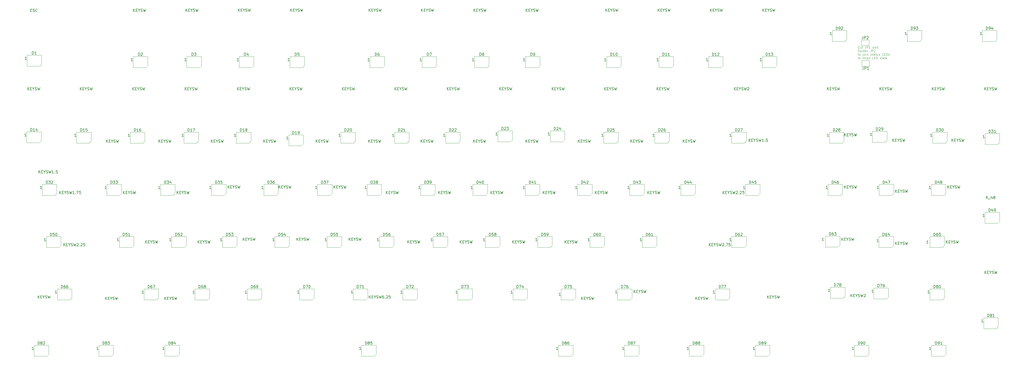
<source format=gbr>
G04 #@! TF.GenerationSoftware,KiCad,Pcbnew,8.0.6*
G04 #@! TF.CreationDate,2025-01-12T17:42:36+11:00*
G04 #@! TF.ProjectId,keyboard,6b657962-6f61-4726-942e-6b696361645f,rev?*
G04 #@! TF.SameCoordinates,Original*
G04 #@! TF.FileFunction,Legend,Top*
G04 #@! TF.FilePolarity,Positive*
%FSLAX46Y46*%
G04 Gerber Fmt 4.6, Leading zero omitted, Abs format (unit mm)*
G04 Created by KiCad (PCBNEW 8.0.6) date 2025-01-12 17:42:36*
%MOMM*%
%LPD*%
G01*
G04 APERTURE LIST*
%ADD10C,0.125000*%
%ADD11C,0.150000*%
%ADD12C,0.120000*%
G04 APERTURE END LIST*
D10*
X332229855Y-37955539D02*
X332191759Y-37993635D01*
X332191759Y-37993635D02*
X332077474Y-38031730D01*
X332077474Y-38031730D02*
X332001283Y-38031730D01*
X332001283Y-38031730D02*
X331886997Y-37993635D01*
X331886997Y-37993635D02*
X331810807Y-37917444D01*
X331810807Y-37917444D02*
X331772712Y-37841254D01*
X331772712Y-37841254D02*
X331734616Y-37688873D01*
X331734616Y-37688873D02*
X331734616Y-37574587D01*
X331734616Y-37574587D02*
X331772712Y-37422206D01*
X331772712Y-37422206D02*
X331810807Y-37346015D01*
X331810807Y-37346015D02*
X331886997Y-37269825D01*
X331886997Y-37269825D02*
X332001283Y-37231730D01*
X332001283Y-37231730D02*
X332077474Y-37231730D01*
X332077474Y-37231730D02*
X332191759Y-37269825D01*
X332191759Y-37269825D02*
X332229855Y-37307920D01*
X332915569Y-37498396D02*
X332915569Y-38031730D01*
X332572712Y-37498396D02*
X332572712Y-37917444D01*
X332572712Y-37917444D02*
X332610807Y-37993635D01*
X332610807Y-37993635D02*
X332686997Y-38031730D01*
X332686997Y-38031730D02*
X332801283Y-38031730D01*
X332801283Y-38031730D02*
X332877474Y-37993635D01*
X332877474Y-37993635D02*
X332915569Y-37955539D01*
X333182236Y-37498396D02*
X333486998Y-37498396D01*
X333296522Y-37231730D02*
X333296522Y-37917444D01*
X333296522Y-37917444D02*
X333334617Y-37993635D01*
X333334617Y-37993635D02*
X333410807Y-38031730D01*
X333410807Y-38031730D02*
X333486998Y-38031730D01*
X334591760Y-37231730D02*
X334591760Y-37803158D01*
X334591760Y-37803158D02*
X334553665Y-37917444D01*
X334553665Y-37917444D02*
X334477474Y-37993635D01*
X334477474Y-37993635D02*
X334363189Y-38031730D01*
X334363189Y-38031730D02*
X334286998Y-38031730D01*
X334972713Y-38031730D02*
X334972713Y-37231730D01*
X334972713Y-37231730D02*
X335277475Y-37231730D01*
X335277475Y-37231730D02*
X335353665Y-37269825D01*
X335353665Y-37269825D02*
X335391760Y-37307920D01*
X335391760Y-37307920D02*
X335429856Y-37384111D01*
X335429856Y-37384111D02*
X335429856Y-37498396D01*
X335429856Y-37498396D02*
X335391760Y-37574587D01*
X335391760Y-37574587D02*
X335353665Y-37612682D01*
X335353665Y-37612682D02*
X335277475Y-37650777D01*
X335277475Y-37650777D02*
X334972713Y-37650777D01*
X336191760Y-38031730D02*
X335734617Y-38031730D01*
X335963189Y-38031730D02*
X335963189Y-37231730D01*
X335963189Y-37231730D02*
X335886998Y-37346015D01*
X335886998Y-37346015D02*
X335810808Y-37422206D01*
X335810808Y-37422206D02*
X335734617Y-37460301D01*
X337486999Y-38031730D02*
X337486999Y-37612682D01*
X337486999Y-37612682D02*
X337448904Y-37536492D01*
X337448904Y-37536492D02*
X337372713Y-37498396D01*
X337372713Y-37498396D02*
X337220332Y-37498396D01*
X337220332Y-37498396D02*
X337144142Y-37536492D01*
X337486999Y-37993635D02*
X337410808Y-38031730D01*
X337410808Y-38031730D02*
X337220332Y-38031730D01*
X337220332Y-38031730D02*
X337144142Y-37993635D01*
X337144142Y-37993635D02*
X337106046Y-37917444D01*
X337106046Y-37917444D02*
X337106046Y-37841254D01*
X337106046Y-37841254D02*
X337144142Y-37765063D01*
X337144142Y-37765063D02*
X337220332Y-37726968D01*
X337220332Y-37726968D02*
X337410808Y-37726968D01*
X337410808Y-37726968D02*
X337486999Y-37688873D01*
X337867952Y-37498396D02*
X337867952Y-38031730D01*
X337867952Y-37574587D02*
X337906047Y-37536492D01*
X337906047Y-37536492D02*
X337982237Y-37498396D01*
X337982237Y-37498396D02*
X338096523Y-37498396D01*
X338096523Y-37498396D02*
X338172714Y-37536492D01*
X338172714Y-37536492D02*
X338210809Y-37612682D01*
X338210809Y-37612682D02*
X338210809Y-38031730D01*
X338934619Y-38031730D02*
X338934619Y-37231730D01*
X338934619Y-37993635D02*
X338858428Y-38031730D01*
X338858428Y-38031730D02*
X338706047Y-38031730D01*
X338706047Y-38031730D02*
X338629857Y-37993635D01*
X338629857Y-37993635D02*
X338591762Y-37955539D01*
X338591762Y-37955539D02*
X338553666Y-37879349D01*
X338553666Y-37879349D02*
X338553666Y-37650777D01*
X338553666Y-37650777D02*
X338591762Y-37574587D01*
X338591762Y-37574587D02*
X338629857Y-37536492D01*
X338629857Y-37536492D02*
X338706047Y-37498396D01*
X338706047Y-37498396D02*
X338858428Y-37498396D01*
X338858428Y-37498396D02*
X338934619Y-37536492D01*
X331734616Y-39281590D02*
X331848902Y-39319685D01*
X331848902Y-39319685D02*
X332039378Y-39319685D01*
X332039378Y-39319685D02*
X332115569Y-39281590D01*
X332115569Y-39281590D02*
X332153664Y-39243494D01*
X332153664Y-39243494D02*
X332191759Y-39167304D01*
X332191759Y-39167304D02*
X332191759Y-39091113D01*
X332191759Y-39091113D02*
X332153664Y-39014923D01*
X332153664Y-39014923D02*
X332115569Y-38976828D01*
X332115569Y-38976828D02*
X332039378Y-38938732D01*
X332039378Y-38938732D02*
X331886997Y-38900637D01*
X331886997Y-38900637D02*
X331810807Y-38862542D01*
X331810807Y-38862542D02*
X331772712Y-38824447D01*
X331772712Y-38824447D02*
X331734616Y-38748256D01*
X331734616Y-38748256D02*
X331734616Y-38672066D01*
X331734616Y-38672066D02*
X331772712Y-38595875D01*
X331772712Y-38595875D02*
X331810807Y-38557780D01*
X331810807Y-38557780D02*
X331886997Y-38519685D01*
X331886997Y-38519685D02*
X332077474Y-38519685D01*
X332077474Y-38519685D02*
X332191759Y-38557780D01*
X332648902Y-39319685D02*
X332572712Y-39281590D01*
X332572712Y-39281590D02*
X332534617Y-39243494D01*
X332534617Y-39243494D02*
X332496521Y-39167304D01*
X332496521Y-39167304D02*
X332496521Y-38938732D01*
X332496521Y-38938732D02*
X332534617Y-38862542D01*
X332534617Y-38862542D02*
X332572712Y-38824447D01*
X332572712Y-38824447D02*
X332648902Y-38786351D01*
X332648902Y-38786351D02*
X332763188Y-38786351D01*
X332763188Y-38786351D02*
X332839379Y-38824447D01*
X332839379Y-38824447D02*
X332877474Y-38862542D01*
X332877474Y-38862542D02*
X332915569Y-38938732D01*
X332915569Y-38938732D02*
X332915569Y-39167304D01*
X332915569Y-39167304D02*
X332877474Y-39243494D01*
X332877474Y-39243494D02*
X332839379Y-39281590D01*
X332839379Y-39281590D02*
X332763188Y-39319685D01*
X332763188Y-39319685D02*
X332648902Y-39319685D01*
X333372712Y-39319685D02*
X333296522Y-39281590D01*
X333296522Y-39281590D02*
X333258427Y-39205399D01*
X333258427Y-39205399D02*
X333258427Y-38519685D01*
X334020332Y-39319685D02*
X334020332Y-38519685D01*
X334020332Y-39281590D02*
X333944141Y-39319685D01*
X333944141Y-39319685D02*
X333791760Y-39319685D01*
X333791760Y-39319685D02*
X333715570Y-39281590D01*
X333715570Y-39281590D02*
X333677475Y-39243494D01*
X333677475Y-39243494D02*
X333639379Y-39167304D01*
X333639379Y-39167304D02*
X333639379Y-38938732D01*
X333639379Y-38938732D02*
X333677475Y-38862542D01*
X333677475Y-38862542D02*
X333715570Y-38824447D01*
X333715570Y-38824447D02*
X333791760Y-38786351D01*
X333791760Y-38786351D02*
X333944141Y-38786351D01*
X333944141Y-38786351D02*
X334020332Y-38824447D01*
X334706047Y-39281590D02*
X334629856Y-39319685D01*
X334629856Y-39319685D02*
X334477475Y-39319685D01*
X334477475Y-39319685D02*
X334401285Y-39281590D01*
X334401285Y-39281590D02*
X334363189Y-39205399D01*
X334363189Y-39205399D02*
X334363189Y-38900637D01*
X334363189Y-38900637D02*
X334401285Y-38824447D01*
X334401285Y-38824447D02*
X334477475Y-38786351D01*
X334477475Y-38786351D02*
X334629856Y-38786351D01*
X334629856Y-38786351D02*
X334706047Y-38824447D01*
X334706047Y-38824447D02*
X334744142Y-38900637D01*
X334744142Y-38900637D02*
X334744142Y-38976828D01*
X334744142Y-38976828D02*
X334363189Y-39053018D01*
X335086999Y-39319685D02*
X335086999Y-38786351D01*
X335086999Y-38938732D02*
X335125094Y-38862542D01*
X335125094Y-38862542D02*
X335163189Y-38824447D01*
X335163189Y-38824447D02*
X335239380Y-38786351D01*
X335239380Y-38786351D02*
X335315570Y-38786351D01*
X336420332Y-38519685D02*
X336420332Y-39091113D01*
X336420332Y-39091113D02*
X336382237Y-39205399D01*
X336382237Y-39205399D02*
X336306046Y-39281590D01*
X336306046Y-39281590D02*
X336191761Y-39319685D01*
X336191761Y-39319685D02*
X336115570Y-39319685D01*
X336801285Y-39319685D02*
X336801285Y-38519685D01*
X336801285Y-38519685D02*
X337106047Y-38519685D01*
X337106047Y-38519685D02*
X337182237Y-38557780D01*
X337182237Y-38557780D02*
X337220332Y-38595875D01*
X337220332Y-38595875D02*
X337258428Y-38672066D01*
X337258428Y-38672066D02*
X337258428Y-38786351D01*
X337258428Y-38786351D02*
X337220332Y-38862542D01*
X337220332Y-38862542D02*
X337182237Y-38900637D01*
X337182237Y-38900637D02*
X337106047Y-38938732D01*
X337106047Y-38938732D02*
X336801285Y-38938732D01*
X337563189Y-38595875D02*
X337601285Y-38557780D01*
X337601285Y-38557780D02*
X337677475Y-38519685D01*
X337677475Y-38519685D02*
X337867951Y-38519685D01*
X337867951Y-38519685D02*
X337944142Y-38557780D01*
X337944142Y-38557780D02*
X337982237Y-38595875D01*
X337982237Y-38595875D02*
X338020332Y-38672066D01*
X338020332Y-38672066D02*
X338020332Y-38748256D01*
X338020332Y-38748256D02*
X337982237Y-38862542D01*
X337982237Y-38862542D02*
X337525094Y-39319685D01*
X337525094Y-39319685D02*
X338020332Y-39319685D01*
X331658426Y-40074306D02*
X331963188Y-40074306D01*
X331772712Y-39807640D02*
X331772712Y-40493354D01*
X331772712Y-40493354D02*
X331810807Y-40569545D01*
X331810807Y-40569545D02*
X331886997Y-40607640D01*
X331886997Y-40607640D02*
X331963188Y-40607640D01*
X332344140Y-40607640D02*
X332267950Y-40569545D01*
X332267950Y-40569545D02*
X332229855Y-40531449D01*
X332229855Y-40531449D02*
X332191759Y-40455259D01*
X332191759Y-40455259D02*
X332191759Y-40226687D01*
X332191759Y-40226687D02*
X332229855Y-40150497D01*
X332229855Y-40150497D02*
X332267950Y-40112402D01*
X332267950Y-40112402D02*
X332344140Y-40074306D01*
X332344140Y-40074306D02*
X332458426Y-40074306D01*
X332458426Y-40074306D02*
X332534617Y-40112402D01*
X332534617Y-40112402D02*
X332572712Y-40150497D01*
X332572712Y-40150497D02*
X332610807Y-40226687D01*
X332610807Y-40226687D02*
X332610807Y-40455259D01*
X332610807Y-40455259D02*
X332572712Y-40531449D01*
X332572712Y-40531449D02*
X332534617Y-40569545D01*
X332534617Y-40569545D02*
X332458426Y-40607640D01*
X332458426Y-40607640D02*
X332344140Y-40607640D01*
X333563189Y-40074306D02*
X333563189Y-40760021D01*
X333563189Y-40760021D02*
X333525093Y-40836211D01*
X333525093Y-40836211D02*
X333448903Y-40874306D01*
X333448903Y-40874306D02*
X333410808Y-40874306D01*
X333563189Y-39807640D02*
X333525093Y-39845735D01*
X333525093Y-39845735D02*
X333563189Y-39883830D01*
X333563189Y-39883830D02*
X333601284Y-39845735D01*
X333601284Y-39845735D02*
X333563189Y-39807640D01*
X333563189Y-39807640D02*
X333563189Y-39883830D01*
X334058426Y-40607640D02*
X333982236Y-40569545D01*
X333982236Y-40569545D02*
X333944141Y-40531449D01*
X333944141Y-40531449D02*
X333906045Y-40455259D01*
X333906045Y-40455259D02*
X333906045Y-40226687D01*
X333906045Y-40226687D02*
X333944141Y-40150497D01*
X333944141Y-40150497D02*
X333982236Y-40112402D01*
X333982236Y-40112402D02*
X334058426Y-40074306D01*
X334058426Y-40074306D02*
X334172712Y-40074306D01*
X334172712Y-40074306D02*
X334248903Y-40112402D01*
X334248903Y-40112402D02*
X334286998Y-40150497D01*
X334286998Y-40150497D02*
X334325093Y-40226687D01*
X334325093Y-40226687D02*
X334325093Y-40455259D01*
X334325093Y-40455259D02*
X334286998Y-40531449D01*
X334286998Y-40531449D02*
X334248903Y-40569545D01*
X334248903Y-40569545D02*
X334172712Y-40607640D01*
X334172712Y-40607640D02*
X334058426Y-40607640D01*
X334667951Y-40607640D02*
X334667951Y-40074306D01*
X334667951Y-39807640D02*
X334629855Y-39845735D01*
X334629855Y-39845735D02*
X334667951Y-39883830D01*
X334667951Y-39883830D02*
X334706046Y-39845735D01*
X334706046Y-39845735D02*
X334667951Y-39807640D01*
X334667951Y-39807640D02*
X334667951Y-39883830D01*
X335048903Y-40074306D02*
X335048903Y-40607640D01*
X335048903Y-40150497D02*
X335086998Y-40112402D01*
X335086998Y-40112402D02*
X335163188Y-40074306D01*
X335163188Y-40074306D02*
X335277474Y-40074306D01*
X335277474Y-40074306D02*
X335353665Y-40112402D01*
X335353665Y-40112402D02*
X335391760Y-40188592D01*
X335391760Y-40188592D02*
X335391760Y-40607640D01*
X336344141Y-40569545D02*
X336420332Y-40607640D01*
X336420332Y-40607640D02*
X336572713Y-40607640D01*
X336572713Y-40607640D02*
X336648903Y-40569545D01*
X336648903Y-40569545D02*
X336686999Y-40493354D01*
X336686999Y-40493354D02*
X336686999Y-40455259D01*
X336686999Y-40455259D02*
X336648903Y-40379068D01*
X336648903Y-40379068D02*
X336572713Y-40340973D01*
X336572713Y-40340973D02*
X336458427Y-40340973D01*
X336458427Y-40340973D02*
X336382237Y-40302878D01*
X336382237Y-40302878D02*
X336344141Y-40226687D01*
X336344141Y-40226687D02*
X336344141Y-40188592D01*
X336344141Y-40188592D02*
X336382237Y-40112402D01*
X336382237Y-40112402D02*
X336458427Y-40074306D01*
X336458427Y-40074306D02*
X336572713Y-40074306D01*
X336572713Y-40074306D02*
X336648903Y-40112402D01*
X336915570Y-40074306D02*
X337220332Y-40074306D01*
X337029856Y-39807640D02*
X337029856Y-40493354D01*
X337029856Y-40493354D02*
X337067951Y-40569545D01*
X337067951Y-40569545D02*
X337144141Y-40607640D01*
X337144141Y-40607640D02*
X337220332Y-40607640D01*
X337829856Y-40607640D02*
X337829856Y-40188592D01*
X337829856Y-40188592D02*
X337791761Y-40112402D01*
X337791761Y-40112402D02*
X337715570Y-40074306D01*
X337715570Y-40074306D02*
X337563189Y-40074306D01*
X337563189Y-40074306D02*
X337486999Y-40112402D01*
X337829856Y-40569545D02*
X337753665Y-40607640D01*
X337753665Y-40607640D02*
X337563189Y-40607640D01*
X337563189Y-40607640D02*
X337486999Y-40569545D01*
X337486999Y-40569545D02*
X337448903Y-40493354D01*
X337448903Y-40493354D02*
X337448903Y-40417164D01*
X337448903Y-40417164D02*
X337486999Y-40340973D01*
X337486999Y-40340973D02*
X337563189Y-40302878D01*
X337563189Y-40302878D02*
X337753665Y-40302878D01*
X337753665Y-40302878D02*
X337829856Y-40264783D01*
X338096523Y-40074306D02*
X338401285Y-40074306D01*
X338210809Y-39807640D02*
X338210809Y-40493354D01*
X338210809Y-40493354D02*
X338248904Y-40569545D01*
X338248904Y-40569545D02*
X338325094Y-40607640D01*
X338325094Y-40607640D02*
X338401285Y-40607640D01*
X339010809Y-40074306D02*
X339010809Y-40607640D01*
X338667952Y-40074306D02*
X338667952Y-40493354D01*
X338667952Y-40493354D02*
X338706047Y-40569545D01*
X338706047Y-40569545D02*
X338782237Y-40607640D01*
X338782237Y-40607640D02*
X338896523Y-40607640D01*
X338896523Y-40607640D02*
X338972714Y-40569545D01*
X338972714Y-40569545D02*
X339010809Y-40531449D01*
X339353666Y-40569545D02*
X339429857Y-40607640D01*
X339429857Y-40607640D02*
X339582238Y-40607640D01*
X339582238Y-40607640D02*
X339658428Y-40569545D01*
X339658428Y-40569545D02*
X339696524Y-40493354D01*
X339696524Y-40493354D02*
X339696524Y-40455259D01*
X339696524Y-40455259D02*
X339658428Y-40379068D01*
X339658428Y-40379068D02*
X339582238Y-40340973D01*
X339582238Y-40340973D02*
X339467952Y-40340973D01*
X339467952Y-40340973D02*
X339391762Y-40302878D01*
X339391762Y-40302878D02*
X339353666Y-40226687D01*
X339353666Y-40226687D02*
X339353666Y-40188592D01*
X339353666Y-40188592D02*
X339391762Y-40112402D01*
X339391762Y-40112402D02*
X339467952Y-40074306D01*
X339467952Y-40074306D02*
X339582238Y-40074306D01*
X339582238Y-40074306D02*
X339658428Y-40112402D01*
X341029857Y-40607640D02*
X340648905Y-40607640D01*
X340648905Y-40607640D02*
X340648905Y-39807640D01*
X341296524Y-40188592D02*
X341563190Y-40188592D01*
X341677476Y-40607640D02*
X341296524Y-40607640D01*
X341296524Y-40607640D02*
X341296524Y-39807640D01*
X341296524Y-39807640D02*
X341677476Y-39807640D01*
X342020334Y-40607640D02*
X342020334Y-39807640D01*
X342020334Y-39807640D02*
X342210810Y-39807640D01*
X342210810Y-39807640D02*
X342325096Y-39845735D01*
X342325096Y-39845735D02*
X342401286Y-39921925D01*
X342401286Y-39921925D02*
X342439381Y-39998116D01*
X342439381Y-39998116D02*
X342477477Y-40150497D01*
X342477477Y-40150497D02*
X342477477Y-40264783D01*
X342477477Y-40264783D02*
X342439381Y-40417164D01*
X342439381Y-40417164D02*
X342401286Y-40493354D01*
X342401286Y-40493354D02*
X342325096Y-40569545D01*
X342325096Y-40569545D02*
X342210810Y-40607640D01*
X342210810Y-40607640D02*
X342020334Y-40607640D01*
X342782238Y-40569545D02*
X342858429Y-40607640D01*
X342858429Y-40607640D02*
X343010810Y-40607640D01*
X343010810Y-40607640D02*
X343087000Y-40569545D01*
X343087000Y-40569545D02*
X343125096Y-40493354D01*
X343125096Y-40493354D02*
X343125096Y-40455259D01*
X343125096Y-40455259D02*
X343087000Y-40379068D01*
X343087000Y-40379068D02*
X343010810Y-40340973D01*
X343010810Y-40340973D02*
X342896524Y-40340973D01*
X342896524Y-40340973D02*
X342820334Y-40302878D01*
X342820334Y-40302878D02*
X342782238Y-40226687D01*
X342782238Y-40226687D02*
X342782238Y-40188592D01*
X342782238Y-40188592D02*
X342820334Y-40112402D01*
X342820334Y-40112402D02*
X342896524Y-40074306D01*
X342896524Y-40074306D02*
X343010810Y-40074306D01*
X343010810Y-40074306D02*
X343087000Y-40112402D01*
X331658426Y-41362261D02*
X331963188Y-41362261D01*
X331772712Y-41095595D02*
X331772712Y-41781309D01*
X331772712Y-41781309D02*
X331810807Y-41857500D01*
X331810807Y-41857500D02*
X331886997Y-41895595D01*
X331886997Y-41895595D02*
X331963188Y-41895595D01*
X332344140Y-41895595D02*
X332267950Y-41857500D01*
X332267950Y-41857500D02*
X332229855Y-41819404D01*
X332229855Y-41819404D02*
X332191759Y-41743214D01*
X332191759Y-41743214D02*
X332191759Y-41514642D01*
X332191759Y-41514642D02*
X332229855Y-41438452D01*
X332229855Y-41438452D02*
X332267950Y-41400357D01*
X332267950Y-41400357D02*
X332344140Y-41362261D01*
X332344140Y-41362261D02*
X332458426Y-41362261D01*
X332458426Y-41362261D02*
X332534617Y-41400357D01*
X332534617Y-41400357D02*
X332572712Y-41438452D01*
X332572712Y-41438452D02*
X332610807Y-41514642D01*
X332610807Y-41514642D02*
X332610807Y-41743214D01*
X332610807Y-41743214D02*
X332572712Y-41819404D01*
X332572712Y-41819404D02*
X332534617Y-41857500D01*
X332534617Y-41857500D02*
X332458426Y-41895595D01*
X332458426Y-41895595D02*
X332344140Y-41895595D01*
X333563189Y-41895595D02*
X333563189Y-41362261D01*
X333563189Y-41438452D02*
X333601284Y-41400357D01*
X333601284Y-41400357D02*
X333677474Y-41362261D01*
X333677474Y-41362261D02*
X333791760Y-41362261D01*
X333791760Y-41362261D02*
X333867951Y-41400357D01*
X333867951Y-41400357D02*
X333906046Y-41476547D01*
X333906046Y-41476547D02*
X333906046Y-41895595D01*
X333906046Y-41476547D02*
X333944141Y-41400357D01*
X333944141Y-41400357D02*
X334020332Y-41362261D01*
X334020332Y-41362261D02*
X334134617Y-41362261D01*
X334134617Y-41362261D02*
X334210808Y-41400357D01*
X334210808Y-41400357D02*
X334248903Y-41476547D01*
X334248903Y-41476547D02*
X334248903Y-41895595D01*
X334629856Y-41895595D02*
X334629856Y-41362261D01*
X334629856Y-41095595D02*
X334591760Y-41133690D01*
X334591760Y-41133690D02*
X334629856Y-41171785D01*
X334629856Y-41171785D02*
X334667951Y-41133690D01*
X334667951Y-41133690D02*
X334629856Y-41095595D01*
X334629856Y-41095595D02*
X334629856Y-41171785D01*
X335353665Y-41895595D02*
X335353665Y-41476547D01*
X335353665Y-41476547D02*
X335315570Y-41400357D01*
X335315570Y-41400357D02*
X335239379Y-41362261D01*
X335239379Y-41362261D02*
X335086998Y-41362261D01*
X335086998Y-41362261D02*
X335010808Y-41400357D01*
X335353665Y-41857500D02*
X335277474Y-41895595D01*
X335277474Y-41895595D02*
X335086998Y-41895595D01*
X335086998Y-41895595D02*
X335010808Y-41857500D01*
X335010808Y-41857500D02*
X334972712Y-41781309D01*
X334972712Y-41781309D02*
X334972712Y-41705119D01*
X334972712Y-41705119D02*
X335010808Y-41628928D01*
X335010808Y-41628928D02*
X335086998Y-41590833D01*
X335086998Y-41590833D02*
X335277474Y-41590833D01*
X335277474Y-41590833D02*
X335353665Y-41552738D01*
X335734618Y-41362261D02*
X335734618Y-41895595D01*
X335734618Y-41438452D02*
X335772713Y-41400357D01*
X335772713Y-41400357D02*
X335848903Y-41362261D01*
X335848903Y-41362261D02*
X335963189Y-41362261D01*
X335963189Y-41362261D02*
X336039380Y-41400357D01*
X336039380Y-41400357D02*
X336077475Y-41476547D01*
X336077475Y-41476547D02*
X336077475Y-41895595D01*
X337448904Y-41895595D02*
X337067952Y-41895595D01*
X337067952Y-41895595D02*
X337067952Y-41095595D01*
X337715571Y-41476547D02*
X337982237Y-41476547D01*
X338096523Y-41895595D02*
X337715571Y-41895595D01*
X337715571Y-41895595D02*
X337715571Y-41095595D01*
X337715571Y-41095595D02*
X338096523Y-41095595D01*
X338439381Y-41895595D02*
X338439381Y-41095595D01*
X338439381Y-41095595D02*
X338629857Y-41095595D01*
X338629857Y-41095595D02*
X338744143Y-41133690D01*
X338744143Y-41133690D02*
X338820333Y-41209880D01*
X338820333Y-41209880D02*
X338858428Y-41286071D01*
X338858428Y-41286071D02*
X338896524Y-41438452D01*
X338896524Y-41438452D02*
X338896524Y-41552738D01*
X338896524Y-41552738D02*
X338858428Y-41705119D01*
X338858428Y-41705119D02*
X338820333Y-41781309D01*
X338820333Y-41781309D02*
X338744143Y-41857500D01*
X338744143Y-41857500D02*
X338629857Y-41895595D01*
X338629857Y-41895595D02*
X338439381Y-41895595D01*
X340191762Y-41895595D02*
X340191762Y-41095595D01*
X340191762Y-41857500D02*
X340115571Y-41895595D01*
X340115571Y-41895595D02*
X339963190Y-41895595D01*
X339963190Y-41895595D02*
X339887000Y-41857500D01*
X339887000Y-41857500D02*
X339848905Y-41819404D01*
X339848905Y-41819404D02*
X339810809Y-41743214D01*
X339810809Y-41743214D02*
X339810809Y-41514642D01*
X339810809Y-41514642D02*
X339848905Y-41438452D01*
X339848905Y-41438452D02*
X339887000Y-41400357D01*
X339887000Y-41400357D02*
X339963190Y-41362261D01*
X339963190Y-41362261D02*
X340115571Y-41362261D01*
X340115571Y-41362261D02*
X340191762Y-41400357D01*
X340915572Y-41895595D02*
X340915572Y-41476547D01*
X340915572Y-41476547D02*
X340877477Y-41400357D01*
X340877477Y-41400357D02*
X340801286Y-41362261D01*
X340801286Y-41362261D02*
X340648905Y-41362261D01*
X340648905Y-41362261D02*
X340572715Y-41400357D01*
X340915572Y-41857500D02*
X340839381Y-41895595D01*
X340839381Y-41895595D02*
X340648905Y-41895595D01*
X340648905Y-41895595D02*
X340572715Y-41857500D01*
X340572715Y-41857500D02*
X340534619Y-41781309D01*
X340534619Y-41781309D02*
X340534619Y-41705119D01*
X340534619Y-41705119D02*
X340572715Y-41628928D01*
X340572715Y-41628928D02*
X340648905Y-41590833D01*
X340648905Y-41590833D02*
X340839381Y-41590833D01*
X340839381Y-41590833D02*
X340915572Y-41552738D01*
X341182239Y-41362261D02*
X341487001Y-41362261D01*
X341296525Y-41095595D02*
X341296525Y-41781309D01*
X341296525Y-41781309D02*
X341334620Y-41857500D01*
X341334620Y-41857500D02*
X341410810Y-41895595D01*
X341410810Y-41895595D02*
X341487001Y-41895595D01*
X342096525Y-41895595D02*
X342096525Y-41476547D01*
X342096525Y-41476547D02*
X342058430Y-41400357D01*
X342058430Y-41400357D02*
X341982239Y-41362261D01*
X341982239Y-41362261D02*
X341829858Y-41362261D01*
X341829858Y-41362261D02*
X341753668Y-41400357D01*
X342096525Y-41857500D02*
X342020334Y-41895595D01*
X342020334Y-41895595D02*
X341829858Y-41895595D01*
X341829858Y-41895595D02*
X341753668Y-41857500D01*
X341753668Y-41857500D02*
X341715572Y-41781309D01*
X341715572Y-41781309D02*
X341715572Y-41705119D01*
X341715572Y-41705119D02*
X341753668Y-41628928D01*
X341753668Y-41628928D02*
X341829858Y-41590833D01*
X341829858Y-41590833D02*
X342020334Y-41590833D01*
X342020334Y-41590833D02*
X342096525Y-41552738D01*
D11*
X144384524Y-53242319D02*
X144384524Y-52242319D01*
X144955952Y-53242319D02*
X144527381Y-52670890D01*
X144955952Y-52242319D02*
X144384524Y-52813747D01*
X145384524Y-52718509D02*
X145717857Y-52718509D01*
X145860714Y-53242319D02*
X145384524Y-53242319D01*
X145384524Y-53242319D02*
X145384524Y-52242319D01*
X145384524Y-52242319D02*
X145860714Y-52242319D01*
X146479762Y-52766128D02*
X146479762Y-53242319D01*
X146146429Y-52242319D02*
X146479762Y-52766128D01*
X146479762Y-52766128D02*
X146813095Y-52242319D01*
X147098810Y-53194700D02*
X147241667Y-53242319D01*
X147241667Y-53242319D02*
X147479762Y-53242319D01*
X147479762Y-53242319D02*
X147575000Y-53194700D01*
X147575000Y-53194700D02*
X147622619Y-53147080D01*
X147622619Y-53147080D02*
X147670238Y-53051842D01*
X147670238Y-53051842D02*
X147670238Y-52956604D01*
X147670238Y-52956604D02*
X147622619Y-52861366D01*
X147622619Y-52861366D02*
X147575000Y-52813747D01*
X147575000Y-52813747D02*
X147479762Y-52766128D01*
X147479762Y-52766128D02*
X147289286Y-52718509D01*
X147289286Y-52718509D02*
X147194048Y-52670890D01*
X147194048Y-52670890D02*
X147146429Y-52623271D01*
X147146429Y-52623271D02*
X147098810Y-52528033D01*
X147098810Y-52528033D02*
X147098810Y-52432795D01*
X147098810Y-52432795D02*
X147146429Y-52337557D01*
X147146429Y-52337557D02*
X147194048Y-52289938D01*
X147194048Y-52289938D02*
X147289286Y-52242319D01*
X147289286Y-52242319D02*
X147527381Y-52242319D01*
X147527381Y-52242319D02*
X147670238Y-52289938D01*
X148003572Y-52242319D02*
X148241667Y-53242319D01*
X148241667Y-53242319D02*
X148432143Y-52528033D01*
X148432143Y-52528033D02*
X148622619Y-53242319D01*
X148622619Y-53242319D02*
X148860715Y-52242319D01*
X98285714Y-87204819D02*
X98285714Y-86204819D01*
X98285714Y-86204819D02*
X98523809Y-86204819D01*
X98523809Y-86204819D02*
X98666666Y-86252438D01*
X98666666Y-86252438D02*
X98761904Y-86347676D01*
X98761904Y-86347676D02*
X98809523Y-86442914D01*
X98809523Y-86442914D02*
X98857142Y-86633390D01*
X98857142Y-86633390D02*
X98857142Y-86776247D01*
X98857142Y-86776247D02*
X98809523Y-86966723D01*
X98809523Y-86966723D02*
X98761904Y-87061961D01*
X98761904Y-87061961D02*
X98666666Y-87157200D01*
X98666666Y-87157200D02*
X98523809Y-87204819D01*
X98523809Y-87204819D02*
X98285714Y-87204819D01*
X99190476Y-86204819D02*
X99809523Y-86204819D01*
X99809523Y-86204819D02*
X99476190Y-86585771D01*
X99476190Y-86585771D02*
X99619047Y-86585771D01*
X99619047Y-86585771D02*
X99714285Y-86633390D01*
X99714285Y-86633390D02*
X99761904Y-86681009D01*
X99761904Y-86681009D02*
X99809523Y-86776247D01*
X99809523Y-86776247D02*
X99809523Y-87014342D01*
X99809523Y-87014342D02*
X99761904Y-87109580D01*
X99761904Y-87109580D02*
X99714285Y-87157200D01*
X99714285Y-87157200D02*
X99619047Y-87204819D01*
X99619047Y-87204819D02*
X99333333Y-87204819D01*
X99333333Y-87204819D02*
X99238095Y-87157200D01*
X99238095Y-87157200D02*
X99190476Y-87109580D01*
X100714285Y-86204819D02*
X100238095Y-86204819D01*
X100238095Y-86204819D02*
X100190476Y-86681009D01*
X100190476Y-86681009D02*
X100238095Y-86633390D01*
X100238095Y-86633390D02*
X100333333Y-86585771D01*
X100333333Y-86585771D02*
X100571428Y-86585771D01*
X100571428Y-86585771D02*
X100666666Y-86633390D01*
X100666666Y-86633390D02*
X100714285Y-86681009D01*
X100714285Y-86681009D02*
X100761904Y-86776247D01*
X100761904Y-86776247D02*
X100761904Y-87014342D01*
X100761904Y-87014342D02*
X100714285Y-87109580D01*
X100714285Y-87109580D02*
X100666666Y-87157200D01*
X100666666Y-87157200D02*
X100571428Y-87204819D01*
X100571428Y-87204819D02*
X100333333Y-87204819D01*
X100333333Y-87204819D02*
X100238095Y-87157200D01*
X100238095Y-87157200D02*
X100190476Y-87109580D01*
X96685714Y-89104819D02*
X96114286Y-89104819D01*
X96400000Y-89104819D02*
X96400000Y-88104819D01*
X96400000Y-88104819D02*
X96304762Y-88247676D01*
X96304762Y-88247676D02*
X96209524Y-88342914D01*
X96209524Y-88342914D02*
X96114286Y-88390533D01*
X163434524Y-53242319D02*
X163434524Y-52242319D01*
X164005952Y-53242319D02*
X163577381Y-52670890D01*
X164005952Y-52242319D02*
X163434524Y-52813747D01*
X164434524Y-52718509D02*
X164767857Y-52718509D01*
X164910714Y-53242319D02*
X164434524Y-53242319D01*
X164434524Y-53242319D02*
X164434524Y-52242319D01*
X164434524Y-52242319D02*
X164910714Y-52242319D01*
X165529762Y-52766128D02*
X165529762Y-53242319D01*
X165196429Y-52242319D02*
X165529762Y-52766128D01*
X165529762Y-52766128D02*
X165863095Y-52242319D01*
X166148810Y-53194700D02*
X166291667Y-53242319D01*
X166291667Y-53242319D02*
X166529762Y-53242319D01*
X166529762Y-53242319D02*
X166625000Y-53194700D01*
X166625000Y-53194700D02*
X166672619Y-53147080D01*
X166672619Y-53147080D02*
X166720238Y-53051842D01*
X166720238Y-53051842D02*
X166720238Y-52956604D01*
X166720238Y-52956604D02*
X166672619Y-52861366D01*
X166672619Y-52861366D02*
X166625000Y-52813747D01*
X166625000Y-52813747D02*
X166529762Y-52766128D01*
X166529762Y-52766128D02*
X166339286Y-52718509D01*
X166339286Y-52718509D02*
X166244048Y-52670890D01*
X166244048Y-52670890D02*
X166196429Y-52623271D01*
X166196429Y-52623271D02*
X166148810Y-52528033D01*
X166148810Y-52528033D02*
X166148810Y-52432795D01*
X166148810Y-52432795D02*
X166196429Y-52337557D01*
X166196429Y-52337557D02*
X166244048Y-52289938D01*
X166244048Y-52289938D02*
X166339286Y-52242319D01*
X166339286Y-52242319D02*
X166577381Y-52242319D01*
X166577381Y-52242319D02*
X166720238Y-52289938D01*
X167053572Y-52242319D02*
X167291667Y-53242319D01*
X167291667Y-53242319D02*
X167482143Y-52528033D01*
X167482143Y-52528033D02*
X167672619Y-53242319D01*
X167672619Y-53242319D02*
X167910715Y-52242319D01*
X87234524Y-53242319D02*
X87234524Y-52242319D01*
X87805952Y-53242319D02*
X87377381Y-52670890D01*
X87805952Y-52242319D02*
X87234524Y-52813747D01*
X88234524Y-52718509D02*
X88567857Y-52718509D01*
X88710714Y-53242319D02*
X88234524Y-53242319D01*
X88234524Y-53242319D02*
X88234524Y-52242319D01*
X88234524Y-52242319D02*
X88710714Y-52242319D01*
X89329762Y-52766128D02*
X89329762Y-53242319D01*
X88996429Y-52242319D02*
X89329762Y-52766128D01*
X89329762Y-52766128D02*
X89663095Y-52242319D01*
X89948810Y-53194700D02*
X90091667Y-53242319D01*
X90091667Y-53242319D02*
X90329762Y-53242319D01*
X90329762Y-53242319D02*
X90425000Y-53194700D01*
X90425000Y-53194700D02*
X90472619Y-53147080D01*
X90472619Y-53147080D02*
X90520238Y-53051842D01*
X90520238Y-53051842D02*
X90520238Y-52956604D01*
X90520238Y-52956604D02*
X90472619Y-52861366D01*
X90472619Y-52861366D02*
X90425000Y-52813747D01*
X90425000Y-52813747D02*
X90329762Y-52766128D01*
X90329762Y-52766128D02*
X90139286Y-52718509D01*
X90139286Y-52718509D02*
X90044048Y-52670890D01*
X90044048Y-52670890D02*
X89996429Y-52623271D01*
X89996429Y-52623271D02*
X89948810Y-52528033D01*
X89948810Y-52528033D02*
X89948810Y-52432795D01*
X89948810Y-52432795D02*
X89996429Y-52337557D01*
X89996429Y-52337557D02*
X90044048Y-52289938D01*
X90044048Y-52289938D02*
X90139286Y-52242319D01*
X90139286Y-52242319D02*
X90377381Y-52242319D01*
X90377381Y-52242319D02*
X90520238Y-52289938D01*
X90853572Y-52242319D02*
X91091667Y-53242319D01*
X91091667Y-53242319D02*
X91282143Y-52528033D01*
X91282143Y-52528033D02*
X91472619Y-53242319D01*
X91472619Y-53242319D02*
X91710715Y-52242319D01*
X278071230Y-24641839D02*
X278071230Y-23641839D01*
X278642658Y-24641839D02*
X278214087Y-24070410D01*
X278642658Y-23641839D02*
X278071230Y-24213267D01*
X279071230Y-24118029D02*
X279404563Y-24118029D01*
X279547420Y-24641839D02*
X279071230Y-24641839D01*
X279071230Y-24641839D02*
X279071230Y-23641839D01*
X279071230Y-23641839D02*
X279547420Y-23641839D01*
X280166468Y-24165648D02*
X280166468Y-24641839D01*
X279833135Y-23641839D02*
X280166468Y-24165648D01*
X280166468Y-24165648D02*
X280499801Y-23641839D01*
X280785516Y-24594220D02*
X280928373Y-24641839D01*
X280928373Y-24641839D02*
X281166468Y-24641839D01*
X281166468Y-24641839D02*
X281261706Y-24594220D01*
X281261706Y-24594220D02*
X281309325Y-24546600D01*
X281309325Y-24546600D02*
X281356944Y-24451362D01*
X281356944Y-24451362D02*
X281356944Y-24356124D01*
X281356944Y-24356124D02*
X281309325Y-24260886D01*
X281309325Y-24260886D02*
X281261706Y-24213267D01*
X281261706Y-24213267D02*
X281166468Y-24165648D01*
X281166468Y-24165648D02*
X280975992Y-24118029D01*
X280975992Y-24118029D02*
X280880754Y-24070410D01*
X280880754Y-24070410D02*
X280833135Y-24022791D01*
X280833135Y-24022791D02*
X280785516Y-23927553D01*
X280785516Y-23927553D02*
X280785516Y-23832315D01*
X280785516Y-23832315D02*
X280833135Y-23737077D01*
X280833135Y-23737077D02*
X280880754Y-23689458D01*
X280880754Y-23689458D02*
X280975992Y-23641839D01*
X280975992Y-23641839D02*
X281214087Y-23641839D01*
X281214087Y-23641839D02*
X281356944Y-23689458D01*
X281690278Y-23641839D02*
X281928373Y-24641839D01*
X281928373Y-24641839D02*
X282118849Y-23927553D01*
X282118849Y-23927553D02*
X282309325Y-24641839D01*
X282309325Y-24641839D02*
X282547421Y-23641839D01*
X326809524Y-69954819D02*
X326809524Y-68954819D01*
X327380952Y-69954819D02*
X326952381Y-69383390D01*
X327380952Y-68954819D02*
X326809524Y-69526247D01*
X327809524Y-69431009D02*
X328142857Y-69431009D01*
X328285714Y-69954819D02*
X327809524Y-69954819D01*
X327809524Y-69954819D02*
X327809524Y-68954819D01*
X327809524Y-68954819D02*
X328285714Y-68954819D01*
X328904762Y-69478628D02*
X328904762Y-69954819D01*
X328571429Y-68954819D02*
X328904762Y-69478628D01*
X328904762Y-69478628D02*
X329238095Y-68954819D01*
X329523810Y-69907200D02*
X329666667Y-69954819D01*
X329666667Y-69954819D02*
X329904762Y-69954819D01*
X329904762Y-69954819D02*
X330000000Y-69907200D01*
X330000000Y-69907200D02*
X330047619Y-69859580D01*
X330047619Y-69859580D02*
X330095238Y-69764342D01*
X330095238Y-69764342D02*
X330095238Y-69669104D01*
X330095238Y-69669104D02*
X330047619Y-69573866D01*
X330047619Y-69573866D02*
X330000000Y-69526247D01*
X330000000Y-69526247D02*
X329904762Y-69478628D01*
X329904762Y-69478628D02*
X329714286Y-69431009D01*
X329714286Y-69431009D02*
X329619048Y-69383390D01*
X329619048Y-69383390D02*
X329571429Y-69335771D01*
X329571429Y-69335771D02*
X329523810Y-69240533D01*
X329523810Y-69240533D02*
X329523810Y-69145295D01*
X329523810Y-69145295D02*
X329571429Y-69050057D01*
X329571429Y-69050057D02*
X329619048Y-69002438D01*
X329619048Y-69002438D02*
X329714286Y-68954819D01*
X329714286Y-68954819D02*
X329952381Y-68954819D01*
X329952381Y-68954819D02*
X330095238Y-69002438D01*
X330428572Y-68954819D02*
X330666667Y-69954819D01*
X330666667Y-69954819D02*
X330857143Y-69240533D01*
X330857143Y-69240533D02*
X331047619Y-69954819D01*
X331047619Y-69954819D02*
X331285715Y-68954819D01*
X42285714Y-125204819D02*
X42285714Y-124204819D01*
X42285714Y-124204819D02*
X42523809Y-124204819D01*
X42523809Y-124204819D02*
X42666666Y-124252438D01*
X42666666Y-124252438D02*
X42761904Y-124347676D01*
X42761904Y-124347676D02*
X42809523Y-124442914D01*
X42809523Y-124442914D02*
X42857142Y-124633390D01*
X42857142Y-124633390D02*
X42857142Y-124776247D01*
X42857142Y-124776247D02*
X42809523Y-124966723D01*
X42809523Y-124966723D02*
X42761904Y-125061961D01*
X42761904Y-125061961D02*
X42666666Y-125157200D01*
X42666666Y-125157200D02*
X42523809Y-125204819D01*
X42523809Y-125204819D02*
X42285714Y-125204819D01*
X43714285Y-124204819D02*
X43523809Y-124204819D01*
X43523809Y-124204819D02*
X43428571Y-124252438D01*
X43428571Y-124252438D02*
X43380952Y-124300057D01*
X43380952Y-124300057D02*
X43285714Y-124442914D01*
X43285714Y-124442914D02*
X43238095Y-124633390D01*
X43238095Y-124633390D02*
X43238095Y-125014342D01*
X43238095Y-125014342D02*
X43285714Y-125109580D01*
X43285714Y-125109580D02*
X43333333Y-125157200D01*
X43333333Y-125157200D02*
X43428571Y-125204819D01*
X43428571Y-125204819D02*
X43619047Y-125204819D01*
X43619047Y-125204819D02*
X43714285Y-125157200D01*
X43714285Y-125157200D02*
X43761904Y-125109580D01*
X43761904Y-125109580D02*
X43809523Y-125014342D01*
X43809523Y-125014342D02*
X43809523Y-124776247D01*
X43809523Y-124776247D02*
X43761904Y-124681009D01*
X43761904Y-124681009D02*
X43714285Y-124633390D01*
X43714285Y-124633390D02*
X43619047Y-124585771D01*
X43619047Y-124585771D02*
X43428571Y-124585771D01*
X43428571Y-124585771D02*
X43333333Y-124633390D01*
X43333333Y-124633390D02*
X43285714Y-124681009D01*
X43285714Y-124681009D02*
X43238095Y-124776247D01*
X44666666Y-124204819D02*
X44476190Y-124204819D01*
X44476190Y-124204819D02*
X44380952Y-124252438D01*
X44380952Y-124252438D02*
X44333333Y-124300057D01*
X44333333Y-124300057D02*
X44238095Y-124442914D01*
X44238095Y-124442914D02*
X44190476Y-124633390D01*
X44190476Y-124633390D02*
X44190476Y-125014342D01*
X44190476Y-125014342D02*
X44238095Y-125109580D01*
X44238095Y-125109580D02*
X44285714Y-125157200D01*
X44285714Y-125157200D02*
X44380952Y-125204819D01*
X44380952Y-125204819D02*
X44571428Y-125204819D01*
X44571428Y-125204819D02*
X44666666Y-125157200D01*
X44666666Y-125157200D02*
X44714285Y-125109580D01*
X44714285Y-125109580D02*
X44761904Y-125014342D01*
X44761904Y-125014342D02*
X44761904Y-124776247D01*
X44761904Y-124776247D02*
X44714285Y-124681009D01*
X44714285Y-124681009D02*
X44666666Y-124633390D01*
X44666666Y-124633390D02*
X44571428Y-124585771D01*
X44571428Y-124585771D02*
X44380952Y-124585771D01*
X44380952Y-124585771D02*
X44285714Y-124633390D01*
X44285714Y-124633390D02*
X44238095Y-124681009D01*
X44238095Y-124681009D02*
X44190476Y-124776247D01*
X40685714Y-127104819D02*
X40114286Y-127104819D01*
X40400000Y-127104819D02*
X40400000Y-126104819D01*
X40400000Y-126104819D02*
X40304762Y-126247676D01*
X40304762Y-126247676D02*
X40209524Y-126342914D01*
X40209524Y-126342914D02*
X40114286Y-126390533D01*
X164785714Y-68204819D02*
X164785714Y-67204819D01*
X164785714Y-67204819D02*
X165023809Y-67204819D01*
X165023809Y-67204819D02*
X165166666Y-67252438D01*
X165166666Y-67252438D02*
X165261904Y-67347676D01*
X165261904Y-67347676D02*
X165309523Y-67442914D01*
X165309523Y-67442914D02*
X165357142Y-67633390D01*
X165357142Y-67633390D02*
X165357142Y-67776247D01*
X165357142Y-67776247D02*
X165309523Y-67966723D01*
X165309523Y-67966723D02*
X165261904Y-68061961D01*
X165261904Y-68061961D02*
X165166666Y-68157200D01*
X165166666Y-68157200D02*
X165023809Y-68204819D01*
X165023809Y-68204819D02*
X164785714Y-68204819D01*
X165738095Y-67300057D02*
X165785714Y-67252438D01*
X165785714Y-67252438D02*
X165880952Y-67204819D01*
X165880952Y-67204819D02*
X166119047Y-67204819D01*
X166119047Y-67204819D02*
X166214285Y-67252438D01*
X166214285Y-67252438D02*
X166261904Y-67300057D01*
X166261904Y-67300057D02*
X166309523Y-67395295D01*
X166309523Y-67395295D02*
X166309523Y-67490533D01*
X166309523Y-67490533D02*
X166261904Y-67633390D01*
X166261904Y-67633390D02*
X165690476Y-68204819D01*
X165690476Y-68204819D02*
X166309523Y-68204819D01*
X167261904Y-68204819D02*
X166690476Y-68204819D01*
X166976190Y-68204819D02*
X166976190Y-67204819D01*
X166976190Y-67204819D02*
X166880952Y-67347676D01*
X166880952Y-67347676D02*
X166785714Y-67442914D01*
X166785714Y-67442914D02*
X166690476Y-67490533D01*
X163185714Y-70104819D02*
X162614286Y-70104819D01*
X162900000Y-70104819D02*
X162900000Y-69104819D01*
X162900000Y-69104819D02*
X162804762Y-69247676D01*
X162804762Y-69247676D02*
X162709524Y-69342914D01*
X162709524Y-69342914D02*
X162614286Y-69390533D01*
X30084524Y-53242319D02*
X30084524Y-52242319D01*
X30655952Y-53242319D02*
X30227381Y-52670890D01*
X30655952Y-52242319D02*
X30084524Y-52813747D01*
X31084524Y-52718509D02*
X31417857Y-52718509D01*
X31560714Y-53242319D02*
X31084524Y-53242319D01*
X31084524Y-53242319D02*
X31084524Y-52242319D01*
X31084524Y-52242319D02*
X31560714Y-52242319D01*
X32179762Y-52766128D02*
X32179762Y-53242319D01*
X31846429Y-52242319D02*
X32179762Y-52766128D01*
X32179762Y-52766128D02*
X32513095Y-52242319D01*
X32798810Y-53194700D02*
X32941667Y-53242319D01*
X32941667Y-53242319D02*
X33179762Y-53242319D01*
X33179762Y-53242319D02*
X33275000Y-53194700D01*
X33275000Y-53194700D02*
X33322619Y-53147080D01*
X33322619Y-53147080D02*
X33370238Y-53051842D01*
X33370238Y-53051842D02*
X33370238Y-52956604D01*
X33370238Y-52956604D02*
X33322619Y-52861366D01*
X33322619Y-52861366D02*
X33275000Y-52813747D01*
X33275000Y-52813747D02*
X33179762Y-52766128D01*
X33179762Y-52766128D02*
X32989286Y-52718509D01*
X32989286Y-52718509D02*
X32894048Y-52670890D01*
X32894048Y-52670890D02*
X32846429Y-52623271D01*
X32846429Y-52623271D02*
X32798810Y-52528033D01*
X32798810Y-52528033D02*
X32798810Y-52432795D01*
X32798810Y-52432795D02*
X32846429Y-52337557D01*
X32846429Y-52337557D02*
X32894048Y-52289938D01*
X32894048Y-52289938D02*
X32989286Y-52242319D01*
X32989286Y-52242319D02*
X33227381Y-52242319D01*
X33227381Y-52242319D02*
X33370238Y-52289938D01*
X33703572Y-52242319D02*
X33941667Y-53242319D01*
X33941667Y-53242319D02*
X34132143Y-52528033D01*
X34132143Y-52528033D02*
X34322619Y-53242319D01*
X34322619Y-53242319D02*
X34560715Y-52242319D01*
X340835714Y-87204819D02*
X340835714Y-86204819D01*
X340835714Y-86204819D02*
X341073809Y-86204819D01*
X341073809Y-86204819D02*
X341216666Y-86252438D01*
X341216666Y-86252438D02*
X341311904Y-86347676D01*
X341311904Y-86347676D02*
X341359523Y-86442914D01*
X341359523Y-86442914D02*
X341407142Y-86633390D01*
X341407142Y-86633390D02*
X341407142Y-86776247D01*
X341407142Y-86776247D02*
X341359523Y-86966723D01*
X341359523Y-86966723D02*
X341311904Y-87061961D01*
X341311904Y-87061961D02*
X341216666Y-87157200D01*
X341216666Y-87157200D02*
X341073809Y-87204819D01*
X341073809Y-87204819D02*
X340835714Y-87204819D01*
X342264285Y-86538152D02*
X342264285Y-87204819D01*
X342026190Y-86157200D02*
X341788095Y-86871485D01*
X341788095Y-86871485D02*
X342407142Y-86871485D01*
X342692857Y-86204819D02*
X343359523Y-86204819D01*
X343359523Y-86204819D02*
X342930952Y-87204819D01*
X339235714Y-89104819D02*
X338664286Y-89104819D01*
X338950000Y-89104819D02*
X338950000Y-88104819D01*
X338950000Y-88104819D02*
X338854762Y-88247676D01*
X338854762Y-88247676D02*
X338759524Y-88342914D01*
X338759524Y-88342914D02*
X338664286Y-88390533D01*
X126335714Y-69204819D02*
X126335714Y-68204819D01*
X126335714Y-68204819D02*
X126573809Y-68204819D01*
X126573809Y-68204819D02*
X126716666Y-68252438D01*
X126716666Y-68252438D02*
X126811904Y-68347676D01*
X126811904Y-68347676D02*
X126859523Y-68442914D01*
X126859523Y-68442914D02*
X126907142Y-68633390D01*
X126907142Y-68633390D02*
X126907142Y-68776247D01*
X126907142Y-68776247D02*
X126859523Y-68966723D01*
X126859523Y-68966723D02*
X126811904Y-69061961D01*
X126811904Y-69061961D02*
X126716666Y-69157200D01*
X126716666Y-69157200D02*
X126573809Y-69204819D01*
X126573809Y-69204819D02*
X126335714Y-69204819D01*
X127859523Y-69204819D02*
X127288095Y-69204819D01*
X127573809Y-69204819D02*
X127573809Y-68204819D01*
X127573809Y-68204819D02*
X127478571Y-68347676D01*
X127478571Y-68347676D02*
X127383333Y-68442914D01*
X127383333Y-68442914D02*
X127288095Y-68490533D01*
X128335714Y-69204819D02*
X128526190Y-69204819D01*
X128526190Y-69204819D02*
X128621428Y-69157200D01*
X128621428Y-69157200D02*
X128669047Y-69109580D01*
X128669047Y-69109580D02*
X128764285Y-68966723D01*
X128764285Y-68966723D02*
X128811904Y-68776247D01*
X128811904Y-68776247D02*
X128811904Y-68395295D01*
X128811904Y-68395295D02*
X128764285Y-68300057D01*
X128764285Y-68300057D02*
X128716666Y-68252438D01*
X128716666Y-68252438D02*
X128621428Y-68204819D01*
X128621428Y-68204819D02*
X128430952Y-68204819D01*
X128430952Y-68204819D02*
X128335714Y-68252438D01*
X128335714Y-68252438D02*
X128288095Y-68300057D01*
X128288095Y-68300057D02*
X128240476Y-68395295D01*
X128240476Y-68395295D02*
X128240476Y-68633390D01*
X128240476Y-68633390D02*
X128288095Y-68728628D01*
X128288095Y-68728628D02*
X128335714Y-68776247D01*
X128335714Y-68776247D02*
X128430952Y-68823866D01*
X128430952Y-68823866D02*
X128621428Y-68823866D01*
X128621428Y-68823866D02*
X128716666Y-68776247D01*
X128716666Y-68776247D02*
X128764285Y-68728628D01*
X128764285Y-68728628D02*
X128811904Y-68633390D01*
X124735714Y-71104819D02*
X124164286Y-71104819D01*
X124450000Y-71104819D02*
X124450000Y-70104819D01*
X124450000Y-70104819D02*
X124354762Y-70247676D01*
X124354762Y-70247676D02*
X124259524Y-70342914D01*
X124259524Y-70342914D02*
X124164286Y-70390533D01*
X224335714Y-145704819D02*
X224335714Y-144704819D01*
X224335714Y-144704819D02*
X224573809Y-144704819D01*
X224573809Y-144704819D02*
X224716666Y-144752438D01*
X224716666Y-144752438D02*
X224811904Y-144847676D01*
X224811904Y-144847676D02*
X224859523Y-144942914D01*
X224859523Y-144942914D02*
X224907142Y-145133390D01*
X224907142Y-145133390D02*
X224907142Y-145276247D01*
X224907142Y-145276247D02*
X224859523Y-145466723D01*
X224859523Y-145466723D02*
X224811904Y-145561961D01*
X224811904Y-145561961D02*
X224716666Y-145657200D01*
X224716666Y-145657200D02*
X224573809Y-145704819D01*
X224573809Y-145704819D02*
X224335714Y-145704819D01*
X225478571Y-145133390D02*
X225383333Y-145085771D01*
X225383333Y-145085771D02*
X225335714Y-145038152D01*
X225335714Y-145038152D02*
X225288095Y-144942914D01*
X225288095Y-144942914D02*
X225288095Y-144895295D01*
X225288095Y-144895295D02*
X225335714Y-144800057D01*
X225335714Y-144800057D02*
X225383333Y-144752438D01*
X225383333Y-144752438D02*
X225478571Y-144704819D01*
X225478571Y-144704819D02*
X225669047Y-144704819D01*
X225669047Y-144704819D02*
X225764285Y-144752438D01*
X225764285Y-144752438D02*
X225811904Y-144800057D01*
X225811904Y-144800057D02*
X225859523Y-144895295D01*
X225859523Y-144895295D02*
X225859523Y-144942914D01*
X225859523Y-144942914D02*
X225811904Y-145038152D01*
X225811904Y-145038152D02*
X225764285Y-145085771D01*
X225764285Y-145085771D02*
X225669047Y-145133390D01*
X225669047Y-145133390D02*
X225478571Y-145133390D01*
X225478571Y-145133390D02*
X225383333Y-145181009D01*
X225383333Y-145181009D02*
X225335714Y-145228628D01*
X225335714Y-145228628D02*
X225288095Y-145323866D01*
X225288095Y-145323866D02*
X225288095Y-145514342D01*
X225288095Y-145514342D02*
X225335714Y-145609580D01*
X225335714Y-145609580D02*
X225383333Y-145657200D01*
X225383333Y-145657200D02*
X225478571Y-145704819D01*
X225478571Y-145704819D02*
X225669047Y-145704819D01*
X225669047Y-145704819D02*
X225764285Y-145657200D01*
X225764285Y-145657200D02*
X225811904Y-145609580D01*
X225811904Y-145609580D02*
X225859523Y-145514342D01*
X225859523Y-145514342D02*
X225859523Y-145323866D01*
X225859523Y-145323866D02*
X225811904Y-145228628D01*
X225811904Y-145228628D02*
X225764285Y-145181009D01*
X225764285Y-145181009D02*
X225669047Y-145133390D01*
X226716666Y-144704819D02*
X226526190Y-144704819D01*
X226526190Y-144704819D02*
X226430952Y-144752438D01*
X226430952Y-144752438D02*
X226383333Y-144800057D01*
X226383333Y-144800057D02*
X226288095Y-144942914D01*
X226288095Y-144942914D02*
X226240476Y-145133390D01*
X226240476Y-145133390D02*
X226240476Y-145514342D01*
X226240476Y-145514342D02*
X226288095Y-145609580D01*
X226288095Y-145609580D02*
X226335714Y-145657200D01*
X226335714Y-145657200D02*
X226430952Y-145704819D01*
X226430952Y-145704819D02*
X226621428Y-145704819D01*
X226621428Y-145704819D02*
X226716666Y-145657200D01*
X226716666Y-145657200D02*
X226764285Y-145609580D01*
X226764285Y-145609580D02*
X226811904Y-145514342D01*
X226811904Y-145514342D02*
X226811904Y-145276247D01*
X226811904Y-145276247D02*
X226764285Y-145181009D01*
X226764285Y-145181009D02*
X226716666Y-145133390D01*
X226716666Y-145133390D02*
X226621428Y-145085771D01*
X226621428Y-145085771D02*
X226430952Y-145085771D01*
X226430952Y-145085771D02*
X226335714Y-145133390D01*
X226335714Y-145133390D02*
X226288095Y-145181009D01*
X226288095Y-145181009D02*
X226240476Y-145276247D01*
X222735714Y-147604819D02*
X222164286Y-147604819D01*
X222450000Y-147604819D02*
X222450000Y-146604819D01*
X222450000Y-146604819D02*
X222354762Y-146747676D01*
X222354762Y-146747676D02*
X222259524Y-146842914D01*
X222259524Y-146842914D02*
X222164286Y-146890533D01*
X207785714Y-125204819D02*
X207785714Y-124204819D01*
X207785714Y-124204819D02*
X208023809Y-124204819D01*
X208023809Y-124204819D02*
X208166666Y-124252438D01*
X208166666Y-124252438D02*
X208261904Y-124347676D01*
X208261904Y-124347676D02*
X208309523Y-124442914D01*
X208309523Y-124442914D02*
X208357142Y-124633390D01*
X208357142Y-124633390D02*
X208357142Y-124776247D01*
X208357142Y-124776247D02*
X208309523Y-124966723D01*
X208309523Y-124966723D02*
X208261904Y-125061961D01*
X208261904Y-125061961D02*
X208166666Y-125157200D01*
X208166666Y-125157200D02*
X208023809Y-125204819D01*
X208023809Y-125204819D02*
X207785714Y-125204819D01*
X208690476Y-124204819D02*
X209357142Y-124204819D01*
X209357142Y-124204819D02*
X208928571Y-125204819D01*
X210166666Y-124538152D02*
X210166666Y-125204819D01*
X209928571Y-124157200D02*
X209690476Y-124871485D01*
X209690476Y-124871485D02*
X210309523Y-124871485D01*
X206185714Y-127104819D02*
X205614286Y-127104819D01*
X205900000Y-127104819D02*
X205900000Y-126104819D01*
X205900000Y-126104819D02*
X205804762Y-126247676D01*
X205804762Y-126247676D02*
X205709524Y-126342914D01*
X205709524Y-126342914D02*
X205614286Y-126390533D01*
X102285714Y-106204819D02*
X102285714Y-105204819D01*
X102285714Y-105204819D02*
X102523809Y-105204819D01*
X102523809Y-105204819D02*
X102666666Y-105252438D01*
X102666666Y-105252438D02*
X102761904Y-105347676D01*
X102761904Y-105347676D02*
X102809523Y-105442914D01*
X102809523Y-105442914D02*
X102857142Y-105633390D01*
X102857142Y-105633390D02*
X102857142Y-105776247D01*
X102857142Y-105776247D02*
X102809523Y-105966723D01*
X102809523Y-105966723D02*
X102761904Y-106061961D01*
X102761904Y-106061961D02*
X102666666Y-106157200D01*
X102666666Y-106157200D02*
X102523809Y-106204819D01*
X102523809Y-106204819D02*
X102285714Y-106204819D01*
X103761904Y-105204819D02*
X103285714Y-105204819D01*
X103285714Y-105204819D02*
X103238095Y-105681009D01*
X103238095Y-105681009D02*
X103285714Y-105633390D01*
X103285714Y-105633390D02*
X103380952Y-105585771D01*
X103380952Y-105585771D02*
X103619047Y-105585771D01*
X103619047Y-105585771D02*
X103714285Y-105633390D01*
X103714285Y-105633390D02*
X103761904Y-105681009D01*
X103761904Y-105681009D02*
X103809523Y-105776247D01*
X103809523Y-105776247D02*
X103809523Y-106014342D01*
X103809523Y-106014342D02*
X103761904Y-106109580D01*
X103761904Y-106109580D02*
X103714285Y-106157200D01*
X103714285Y-106157200D02*
X103619047Y-106204819D01*
X103619047Y-106204819D02*
X103380952Y-106204819D01*
X103380952Y-106204819D02*
X103285714Y-106157200D01*
X103285714Y-106157200D02*
X103238095Y-106109580D01*
X104142857Y-105204819D02*
X104761904Y-105204819D01*
X104761904Y-105204819D02*
X104428571Y-105585771D01*
X104428571Y-105585771D02*
X104571428Y-105585771D01*
X104571428Y-105585771D02*
X104666666Y-105633390D01*
X104666666Y-105633390D02*
X104714285Y-105681009D01*
X104714285Y-105681009D02*
X104761904Y-105776247D01*
X104761904Y-105776247D02*
X104761904Y-106014342D01*
X104761904Y-106014342D02*
X104714285Y-106109580D01*
X104714285Y-106109580D02*
X104666666Y-106157200D01*
X104666666Y-106157200D02*
X104571428Y-106204819D01*
X104571428Y-106204819D02*
X104285714Y-106204819D01*
X104285714Y-106204819D02*
X104190476Y-106157200D01*
X104190476Y-106157200D02*
X104142857Y-106109580D01*
X100685714Y-108104819D02*
X100114286Y-108104819D01*
X100400000Y-108104819D02*
X100400000Y-107104819D01*
X100400000Y-107104819D02*
X100304762Y-107247676D01*
X100304762Y-107247676D02*
X100209524Y-107342914D01*
X100209524Y-107342914D02*
X100114286Y-107390533D01*
X179309524Y-90954819D02*
X179309524Y-89954819D01*
X179880952Y-90954819D02*
X179452381Y-90383390D01*
X179880952Y-89954819D02*
X179309524Y-90526247D01*
X180309524Y-90431009D02*
X180642857Y-90431009D01*
X180785714Y-90954819D02*
X180309524Y-90954819D01*
X180309524Y-90954819D02*
X180309524Y-89954819D01*
X180309524Y-89954819D02*
X180785714Y-89954819D01*
X181404762Y-90478628D02*
X181404762Y-90954819D01*
X181071429Y-89954819D02*
X181404762Y-90478628D01*
X181404762Y-90478628D02*
X181738095Y-89954819D01*
X182023810Y-90907200D02*
X182166667Y-90954819D01*
X182166667Y-90954819D02*
X182404762Y-90954819D01*
X182404762Y-90954819D02*
X182500000Y-90907200D01*
X182500000Y-90907200D02*
X182547619Y-90859580D01*
X182547619Y-90859580D02*
X182595238Y-90764342D01*
X182595238Y-90764342D02*
X182595238Y-90669104D01*
X182595238Y-90669104D02*
X182547619Y-90573866D01*
X182547619Y-90573866D02*
X182500000Y-90526247D01*
X182500000Y-90526247D02*
X182404762Y-90478628D01*
X182404762Y-90478628D02*
X182214286Y-90431009D01*
X182214286Y-90431009D02*
X182119048Y-90383390D01*
X182119048Y-90383390D02*
X182071429Y-90335771D01*
X182071429Y-90335771D02*
X182023810Y-90240533D01*
X182023810Y-90240533D02*
X182023810Y-90145295D01*
X182023810Y-90145295D02*
X182071429Y-90050057D01*
X182071429Y-90050057D02*
X182119048Y-90002438D01*
X182119048Y-90002438D02*
X182214286Y-89954819D01*
X182214286Y-89954819D02*
X182452381Y-89954819D01*
X182452381Y-89954819D02*
X182595238Y-90002438D01*
X182928572Y-89954819D02*
X183166667Y-90954819D01*
X183166667Y-90954819D02*
X183357143Y-90240533D01*
X183357143Y-90240533D02*
X183547619Y-90954819D01*
X183547619Y-90954819D02*
X183785715Y-89954819D01*
X197785714Y-106204819D02*
X197785714Y-105204819D01*
X197785714Y-105204819D02*
X198023809Y-105204819D01*
X198023809Y-105204819D02*
X198166666Y-105252438D01*
X198166666Y-105252438D02*
X198261904Y-105347676D01*
X198261904Y-105347676D02*
X198309523Y-105442914D01*
X198309523Y-105442914D02*
X198357142Y-105633390D01*
X198357142Y-105633390D02*
X198357142Y-105776247D01*
X198357142Y-105776247D02*
X198309523Y-105966723D01*
X198309523Y-105966723D02*
X198261904Y-106061961D01*
X198261904Y-106061961D02*
X198166666Y-106157200D01*
X198166666Y-106157200D02*
X198023809Y-106204819D01*
X198023809Y-106204819D02*
X197785714Y-106204819D01*
X199261904Y-105204819D02*
X198785714Y-105204819D01*
X198785714Y-105204819D02*
X198738095Y-105681009D01*
X198738095Y-105681009D02*
X198785714Y-105633390D01*
X198785714Y-105633390D02*
X198880952Y-105585771D01*
X198880952Y-105585771D02*
X199119047Y-105585771D01*
X199119047Y-105585771D02*
X199214285Y-105633390D01*
X199214285Y-105633390D02*
X199261904Y-105681009D01*
X199261904Y-105681009D02*
X199309523Y-105776247D01*
X199309523Y-105776247D02*
X199309523Y-106014342D01*
X199309523Y-106014342D02*
X199261904Y-106109580D01*
X199261904Y-106109580D02*
X199214285Y-106157200D01*
X199214285Y-106157200D02*
X199119047Y-106204819D01*
X199119047Y-106204819D02*
X198880952Y-106204819D01*
X198880952Y-106204819D02*
X198785714Y-106157200D01*
X198785714Y-106157200D02*
X198738095Y-106109580D01*
X199880952Y-105633390D02*
X199785714Y-105585771D01*
X199785714Y-105585771D02*
X199738095Y-105538152D01*
X199738095Y-105538152D02*
X199690476Y-105442914D01*
X199690476Y-105442914D02*
X199690476Y-105395295D01*
X199690476Y-105395295D02*
X199738095Y-105300057D01*
X199738095Y-105300057D02*
X199785714Y-105252438D01*
X199785714Y-105252438D02*
X199880952Y-105204819D01*
X199880952Y-105204819D02*
X200071428Y-105204819D01*
X200071428Y-105204819D02*
X200166666Y-105252438D01*
X200166666Y-105252438D02*
X200214285Y-105300057D01*
X200214285Y-105300057D02*
X200261904Y-105395295D01*
X200261904Y-105395295D02*
X200261904Y-105442914D01*
X200261904Y-105442914D02*
X200214285Y-105538152D01*
X200214285Y-105538152D02*
X200166666Y-105585771D01*
X200166666Y-105585771D02*
X200071428Y-105633390D01*
X200071428Y-105633390D02*
X199880952Y-105633390D01*
X199880952Y-105633390D02*
X199785714Y-105681009D01*
X199785714Y-105681009D02*
X199738095Y-105728628D01*
X199738095Y-105728628D02*
X199690476Y-105823866D01*
X199690476Y-105823866D02*
X199690476Y-106014342D01*
X199690476Y-106014342D02*
X199738095Y-106109580D01*
X199738095Y-106109580D02*
X199785714Y-106157200D01*
X199785714Y-106157200D02*
X199880952Y-106204819D01*
X199880952Y-106204819D02*
X200071428Y-106204819D01*
X200071428Y-106204819D02*
X200166666Y-106157200D01*
X200166666Y-106157200D02*
X200214285Y-106109580D01*
X200214285Y-106109580D02*
X200261904Y-106014342D01*
X200261904Y-106014342D02*
X200261904Y-105823866D01*
X200261904Y-105823866D02*
X200214285Y-105728628D01*
X200214285Y-105728628D02*
X200166666Y-105681009D01*
X200166666Y-105681009D02*
X200071428Y-105633390D01*
X196185714Y-108104819D02*
X195614286Y-108104819D01*
X195900000Y-108104819D02*
X195900000Y-107104819D01*
X195900000Y-107104819D02*
X195804762Y-107247676D01*
X195804762Y-107247676D02*
X195709524Y-107342914D01*
X195709524Y-107342914D02*
X195614286Y-107390533D01*
X344309524Y-71954819D02*
X344309524Y-70954819D01*
X344880952Y-71954819D02*
X344452381Y-71383390D01*
X344880952Y-70954819D02*
X344309524Y-71526247D01*
X345309524Y-71431009D02*
X345642857Y-71431009D01*
X345785714Y-71954819D02*
X345309524Y-71954819D01*
X345309524Y-71954819D02*
X345309524Y-70954819D01*
X345309524Y-70954819D02*
X345785714Y-70954819D01*
X346404762Y-71478628D02*
X346404762Y-71954819D01*
X346071429Y-70954819D02*
X346404762Y-71478628D01*
X346404762Y-71478628D02*
X346738095Y-70954819D01*
X347023810Y-71907200D02*
X347166667Y-71954819D01*
X347166667Y-71954819D02*
X347404762Y-71954819D01*
X347404762Y-71954819D02*
X347500000Y-71907200D01*
X347500000Y-71907200D02*
X347547619Y-71859580D01*
X347547619Y-71859580D02*
X347595238Y-71764342D01*
X347595238Y-71764342D02*
X347595238Y-71669104D01*
X347595238Y-71669104D02*
X347547619Y-71573866D01*
X347547619Y-71573866D02*
X347500000Y-71526247D01*
X347500000Y-71526247D02*
X347404762Y-71478628D01*
X347404762Y-71478628D02*
X347214286Y-71431009D01*
X347214286Y-71431009D02*
X347119048Y-71383390D01*
X347119048Y-71383390D02*
X347071429Y-71335771D01*
X347071429Y-71335771D02*
X347023810Y-71240533D01*
X347023810Y-71240533D02*
X347023810Y-71145295D01*
X347023810Y-71145295D02*
X347071429Y-71050057D01*
X347071429Y-71050057D02*
X347119048Y-71002438D01*
X347119048Y-71002438D02*
X347214286Y-70954819D01*
X347214286Y-70954819D02*
X347452381Y-70954819D01*
X347452381Y-70954819D02*
X347595238Y-71002438D01*
X347928572Y-70954819D02*
X348166667Y-71954819D01*
X348166667Y-71954819D02*
X348357143Y-71240533D01*
X348357143Y-71240533D02*
X348547619Y-71954819D01*
X348547619Y-71954819D02*
X348785715Y-70954819D01*
X281285714Y-125204819D02*
X281285714Y-124204819D01*
X281285714Y-124204819D02*
X281523809Y-124204819D01*
X281523809Y-124204819D02*
X281666666Y-124252438D01*
X281666666Y-124252438D02*
X281761904Y-124347676D01*
X281761904Y-124347676D02*
X281809523Y-124442914D01*
X281809523Y-124442914D02*
X281857142Y-124633390D01*
X281857142Y-124633390D02*
X281857142Y-124776247D01*
X281857142Y-124776247D02*
X281809523Y-124966723D01*
X281809523Y-124966723D02*
X281761904Y-125061961D01*
X281761904Y-125061961D02*
X281666666Y-125157200D01*
X281666666Y-125157200D02*
X281523809Y-125204819D01*
X281523809Y-125204819D02*
X281285714Y-125204819D01*
X282190476Y-124204819D02*
X282857142Y-124204819D01*
X282857142Y-124204819D02*
X282428571Y-125204819D01*
X283142857Y-124204819D02*
X283809523Y-124204819D01*
X283809523Y-124204819D02*
X283380952Y-125204819D01*
X279685714Y-127104819D02*
X279114286Y-127104819D01*
X279400000Y-127104819D02*
X279400000Y-126104819D01*
X279400000Y-126104819D02*
X279304762Y-126247676D01*
X279304762Y-126247676D02*
X279209524Y-126342914D01*
X279209524Y-126342914D02*
X279114286Y-126390533D01*
X345309524Y-109454819D02*
X345309524Y-108454819D01*
X345880952Y-109454819D02*
X345452381Y-108883390D01*
X345880952Y-108454819D02*
X345309524Y-109026247D01*
X346309524Y-108931009D02*
X346642857Y-108931009D01*
X346785714Y-109454819D02*
X346309524Y-109454819D01*
X346309524Y-109454819D02*
X346309524Y-108454819D01*
X346309524Y-108454819D02*
X346785714Y-108454819D01*
X347404762Y-108978628D02*
X347404762Y-109454819D01*
X347071429Y-108454819D02*
X347404762Y-108978628D01*
X347404762Y-108978628D02*
X347738095Y-108454819D01*
X348023810Y-109407200D02*
X348166667Y-109454819D01*
X348166667Y-109454819D02*
X348404762Y-109454819D01*
X348404762Y-109454819D02*
X348500000Y-109407200D01*
X348500000Y-109407200D02*
X348547619Y-109359580D01*
X348547619Y-109359580D02*
X348595238Y-109264342D01*
X348595238Y-109264342D02*
X348595238Y-109169104D01*
X348595238Y-109169104D02*
X348547619Y-109073866D01*
X348547619Y-109073866D02*
X348500000Y-109026247D01*
X348500000Y-109026247D02*
X348404762Y-108978628D01*
X348404762Y-108978628D02*
X348214286Y-108931009D01*
X348214286Y-108931009D02*
X348119048Y-108883390D01*
X348119048Y-108883390D02*
X348071429Y-108835771D01*
X348071429Y-108835771D02*
X348023810Y-108740533D01*
X348023810Y-108740533D02*
X348023810Y-108645295D01*
X348023810Y-108645295D02*
X348071429Y-108550057D01*
X348071429Y-108550057D02*
X348119048Y-108502438D01*
X348119048Y-108502438D02*
X348214286Y-108454819D01*
X348214286Y-108454819D02*
X348452381Y-108454819D01*
X348452381Y-108454819D02*
X348595238Y-108502438D01*
X348928572Y-108454819D02*
X349166667Y-109454819D01*
X349166667Y-109454819D02*
X349357143Y-108740533D01*
X349357143Y-108740533D02*
X349547619Y-109454819D01*
X349547619Y-109454819D02*
X349785715Y-108454819D01*
X292285714Y-87204819D02*
X292285714Y-86204819D01*
X292285714Y-86204819D02*
X292523809Y-86204819D01*
X292523809Y-86204819D02*
X292666666Y-86252438D01*
X292666666Y-86252438D02*
X292761904Y-86347676D01*
X292761904Y-86347676D02*
X292809523Y-86442914D01*
X292809523Y-86442914D02*
X292857142Y-86633390D01*
X292857142Y-86633390D02*
X292857142Y-86776247D01*
X292857142Y-86776247D02*
X292809523Y-86966723D01*
X292809523Y-86966723D02*
X292761904Y-87061961D01*
X292761904Y-87061961D02*
X292666666Y-87157200D01*
X292666666Y-87157200D02*
X292523809Y-87204819D01*
X292523809Y-87204819D02*
X292285714Y-87204819D01*
X293714285Y-86538152D02*
X293714285Y-87204819D01*
X293476190Y-86157200D02*
X293238095Y-86871485D01*
X293238095Y-86871485D02*
X293857142Y-86871485D01*
X294714285Y-86204819D02*
X294238095Y-86204819D01*
X294238095Y-86204819D02*
X294190476Y-86681009D01*
X294190476Y-86681009D02*
X294238095Y-86633390D01*
X294238095Y-86633390D02*
X294333333Y-86585771D01*
X294333333Y-86585771D02*
X294571428Y-86585771D01*
X294571428Y-86585771D02*
X294666666Y-86633390D01*
X294666666Y-86633390D02*
X294714285Y-86681009D01*
X294714285Y-86681009D02*
X294761904Y-86776247D01*
X294761904Y-86776247D02*
X294761904Y-87014342D01*
X294761904Y-87014342D02*
X294714285Y-87109580D01*
X294714285Y-87109580D02*
X294666666Y-87157200D01*
X294666666Y-87157200D02*
X294571428Y-87204819D01*
X294571428Y-87204819D02*
X294333333Y-87204819D01*
X294333333Y-87204819D02*
X294238095Y-87157200D01*
X294238095Y-87157200D02*
X294190476Y-87109580D01*
X290685714Y-89104819D02*
X290114286Y-89104819D01*
X290400000Y-89104819D02*
X290400000Y-88104819D01*
X290400000Y-88104819D02*
X290304762Y-88247676D01*
X290304762Y-88247676D02*
X290209524Y-88342914D01*
X290209524Y-88342914D02*
X290114286Y-88390533D01*
X225297024Y-108892319D02*
X225297024Y-107892319D01*
X225868452Y-108892319D02*
X225439881Y-108320890D01*
X225868452Y-107892319D02*
X225297024Y-108463747D01*
X226297024Y-108368509D02*
X226630357Y-108368509D01*
X226773214Y-108892319D02*
X226297024Y-108892319D01*
X226297024Y-108892319D02*
X226297024Y-107892319D01*
X226297024Y-107892319D02*
X226773214Y-107892319D01*
X227392262Y-108416128D02*
X227392262Y-108892319D01*
X227058929Y-107892319D02*
X227392262Y-108416128D01*
X227392262Y-108416128D02*
X227725595Y-107892319D01*
X228011310Y-108844700D02*
X228154167Y-108892319D01*
X228154167Y-108892319D02*
X228392262Y-108892319D01*
X228392262Y-108892319D02*
X228487500Y-108844700D01*
X228487500Y-108844700D02*
X228535119Y-108797080D01*
X228535119Y-108797080D02*
X228582738Y-108701842D01*
X228582738Y-108701842D02*
X228582738Y-108606604D01*
X228582738Y-108606604D02*
X228535119Y-108511366D01*
X228535119Y-108511366D02*
X228487500Y-108463747D01*
X228487500Y-108463747D02*
X228392262Y-108416128D01*
X228392262Y-108416128D02*
X228201786Y-108368509D01*
X228201786Y-108368509D02*
X228106548Y-108320890D01*
X228106548Y-108320890D02*
X228058929Y-108273271D01*
X228058929Y-108273271D02*
X228011310Y-108178033D01*
X228011310Y-108178033D02*
X228011310Y-108082795D01*
X228011310Y-108082795D02*
X228058929Y-107987557D01*
X228058929Y-107987557D02*
X228106548Y-107939938D01*
X228106548Y-107939938D02*
X228201786Y-107892319D01*
X228201786Y-107892319D02*
X228439881Y-107892319D01*
X228439881Y-107892319D02*
X228582738Y-107939938D01*
X228916072Y-107892319D02*
X229154167Y-108892319D01*
X229154167Y-108892319D02*
X229344643Y-108178033D01*
X229344643Y-108178033D02*
X229535119Y-108892319D01*
X229535119Y-108892319D02*
X229773215Y-107892319D01*
X115809524Y-72292319D02*
X115809524Y-71292319D01*
X116380952Y-72292319D02*
X115952381Y-71720890D01*
X116380952Y-71292319D02*
X115809524Y-71863747D01*
X116809524Y-71768509D02*
X117142857Y-71768509D01*
X117285714Y-72292319D02*
X116809524Y-72292319D01*
X116809524Y-72292319D02*
X116809524Y-71292319D01*
X116809524Y-71292319D02*
X117285714Y-71292319D01*
X117904762Y-71816128D02*
X117904762Y-72292319D01*
X117571429Y-71292319D02*
X117904762Y-71816128D01*
X117904762Y-71816128D02*
X118238095Y-71292319D01*
X118523810Y-72244700D02*
X118666667Y-72292319D01*
X118666667Y-72292319D02*
X118904762Y-72292319D01*
X118904762Y-72292319D02*
X119000000Y-72244700D01*
X119000000Y-72244700D02*
X119047619Y-72197080D01*
X119047619Y-72197080D02*
X119095238Y-72101842D01*
X119095238Y-72101842D02*
X119095238Y-72006604D01*
X119095238Y-72006604D02*
X119047619Y-71911366D01*
X119047619Y-71911366D02*
X119000000Y-71863747D01*
X119000000Y-71863747D02*
X118904762Y-71816128D01*
X118904762Y-71816128D02*
X118714286Y-71768509D01*
X118714286Y-71768509D02*
X118619048Y-71720890D01*
X118619048Y-71720890D02*
X118571429Y-71673271D01*
X118571429Y-71673271D02*
X118523810Y-71578033D01*
X118523810Y-71578033D02*
X118523810Y-71482795D01*
X118523810Y-71482795D02*
X118571429Y-71387557D01*
X118571429Y-71387557D02*
X118619048Y-71339938D01*
X118619048Y-71339938D02*
X118714286Y-71292319D01*
X118714286Y-71292319D02*
X118952381Y-71292319D01*
X118952381Y-71292319D02*
X119095238Y-71339938D01*
X119428572Y-71292319D02*
X119666667Y-72292319D01*
X119666667Y-72292319D02*
X119857143Y-71578033D01*
X119857143Y-71578033D02*
X120047619Y-72292319D01*
X120047619Y-72292319D02*
X120285715Y-71292319D01*
X68184524Y-53242319D02*
X68184524Y-52242319D01*
X68755952Y-53242319D02*
X68327381Y-52670890D01*
X68755952Y-52242319D02*
X68184524Y-52813747D01*
X69184524Y-52718509D02*
X69517857Y-52718509D01*
X69660714Y-53242319D02*
X69184524Y-53242319D01*
X69184524Y-53242319D02*
X69184524Y-52242319D01*
X69184524Y-52242319D02*
X69660714Y-52242319D01*
X70279762Y-52766128D02*
X70279762Y-53242319D01*
X69946429Y-52242319D02*
X70279762Y-52766128D01*
X70279762Y-52766128D02*
X70613095Y-52242319D01*
X70898810Y-53194700D02*
X71041667Y-53242319D01*
X71041667Y-53242319D02*
X71279762Y-53242319D01*
X71279762Y-53242319D02*
X71375000Y-53194700D01*
X71375000Y-53194700D02*
X71422619Y-53147080D01*
X71422619Y-53147080D02*
X71470238Y-53051842D01*
X71470238Y-53051842D02*
X71470238Y-52956604D01*
X71470238Y-52956604D02*
X71422619Y-52861366D01*
X71422619Y-52861366D02*
X71375000Y-52813747D01*
X71375000Y-52813747D02*
X71279762Y-52766128D01*
X71279762Y-52766128D02*
X71089286Y-52718509D01*
X71089286Y-52718509D02*
X70994048Y-52670890D01*
X70994048Y-52670890D02*
X70946429Y-52623271D01*
X70946429Y-52623271D02*
X70898810Y-52528033D01*
X70898810Y-52528033D02*
X70898810Y-52432795D01*
X70898810Y-52432795D02*
X70946429Y-52337557D01*
X70946429Y-52337557D02*
X70994048Y-52289938D01*
X70994048Y-52289938D02*
X71089286Y-52242319D01*
X71089286Y-52242319D02*
X71327381Y-52242319D01*
X71327381Y-52242319D02*
X71470238Y-52289938D01*
X71803572Y-52242319D02*
X72041667Y-53242319D01*
X72041667Y-53242319D02*
X72232143Y-52528033D01*
X72232143Y-52528033D02*
X72422619Y-53242319D01*
X72422619Y-53242319D02*
X72660715Y-52242319D01*
X31139524Y-24198509D02*
X31472857Y-24198509D01*
X31615714Y-24722319D02*
X31139524Y-24722319D01*
X31139524Y-24722319D02*
X31139524Y-23722319D01*
X31139524Y-23722319D02*
X31615714Y-23722319D01*
X31996667Y-24674700D02*
X32139524Y-24722319D01*
X32139524Y-24722319D02*
X32377619Y-24722319D01*
X32377619Y-24722319D02*
X32472857Y-24674700D01*
X32472857Y-24674700D02*
X32520476Y-24627080D01*
X32520476Y-24627080D02*
X32568095Y-24531842D01*
X32568095Y-24531842D02*
X32568095Y-24436604D01*
X32568095Y-24436604D02*
X32520476Y-24341366D01*
X32520476Y-24341366D02*
X32472857Y-24293747D01*
X32472857Y-24293747D02*
X32377619Y-24246128D01*
X32377619Y-24246128D02*
X32187143Y-24198509D01*
X32187143Y-24198509D02*
X32091905Y-24150890D01*
X32091905Y-24150890D02*
X32044286Y-24103271D01*
X32044286Y-24103271D02*
X31996667Y-24008033D01*
X31996667Y-24008033D02*
X31996667Y-23912795D01*
X31996667Y-23912795D02*
X32044286Y-23817557D01*
X32044286Y-23817557D02*
X32091905Y-23769938D01*
X32091905Y-23769938D02*
X32187143Y-23722319D01*
X32187143Y-23722319D02*
X32425238Y-23722319D01*
X32425238Y-23722319D02*
X32568095Y-23769938D01*
X33568095Y-24627080D02*
X33520476Y-24674700D01*
X33520476Y-24674700D02*
X33377619Y-24722319D01*
X33377619Y-24722319D02*
X33282381Y-24722319D01*
X33282381Y-24722319D02*
X33139524Y-24674700D01*
X33139524Y-24674700D02*
X33044286Y-24579461D01*
X33044286Y-24579461D02*
X32996667Y-24484223D01*
X32996667Y-24484223D02*
X32949048Y-24293747D01*
X32949048Y-24293747D02*
X32949048Y-24150890D01*
X32949048Y-24150890D02*
X32996667Y-23960414D01*
X32996667Y-23960414D02*
X33044286Y-23865176D01*
X33044286Y-23865176D02*
X33139524Y-23769938D01*
X33139524Y-23769938D02*
X33282381Y-23722319D01*
X33282381Y-23722319D02*
X33377619Y-23722319D01*
X33377619Y-23722319D02*
X33520476Y-23769938D01*
X33520476Y-23769938D02*
X33568095Y-23817557D01*
X57335714Y-145704819D02*
X57335714Y-144704819D01*
X57335714Y-144704819D02*
X57573809Y-144704819D01*
X57573809Y-144704819D02*
X57716666Y-144752438D01*
X57716666Y-144752438D02*
X57811904Y-144847676D01*
X57811904Y-144847676D02*
X57859523Y-144942914D01*
X57859523Y-144942914D02*
X57907142Y-145133390D01*
X57907142Y-145133390D02*
X57907142Y-145276247D01*
X57907142Y-145276247D02*
X57859523Y-145466723D01*
X57859523Y-145466723D02*
X57811904Y-145561961D01*
X57811904Y-145561961D02*
X57716666Y-145657200D01*
X57716666Y-145657200D02*
X57573809Y-145704819D01*
X57573809Y-145704819D02*
X57335714Y-145704819D01*
X58478571Y-145133390D02*
X58383333Y-145085771D01*
X58383333Y-145085771D02*
X58335714Y-145038152D01*
X58335714Y-145038152D02*
X58288095Y-144942914D01*
X58288095Y-144942914D02*
X58288095Y-144895295D01*
X58288095Y-144895295D02*
X58335714Y-144800057D01*
X58335714Y-144800057D02*
X58383333Y-144752438D01*
X58383333Y-144752438D02*
X58478571Y-144704819D01*
X58478571Y-144704819D02*
X58669047Y-144704819D01*
X58669047Y-144704819D02*
X58764285Y-144752438D01*
X58764285Y-144752438D02*
X58811904Y-144800057D01*
X58811904Y-144800057D02*
X58859523Y-144895295D01*
X58859523Y-144895295D02*
X58859523Y-144942914D01*
X58859523Y-144942914D02*
X58811904Y-145038152D01*
X58811904Y-145038152D02*
X58764285Y-145085771D01*
X58764285Y-145085771D02*
X58669047Y-145133390D01*
X58669047Y-145133390D02*
X58478571Y-145133390D01*
X58478571Y-145133390D02*
X58383333Y-145181009D01*
X58383333Y-145181009D02*
X58335714Y-145228628D01*
X58335714Y-145228628D02*
X58288095Y-145323866D01*
X58288095Y-145323866D02*
X58288095Y-145514342D01*
X58288095Y-145514342D02*
X58335714Y-145609580D01*
X58335714Y-145609580D02*
X58383333Y-145657200D01*
X58383333Y-145657200D02*
X58478571Y-145704819D01*
X58478571Y-145704819D02*
X58669047Y-145704819D01*
X58669047Y-145704819D02*
X58764285Y-145657200D01*
X58764285Y-145657200D02*
X58811904Y-145609580D01*
X58811904Y-145609580D02*
X58859523Y-145514342D01*
X58859523Y-145514342D02*
X58859523Y-145323866D01*
X58859523Y-145323866D02*
X58811904Y-145228628D01*
X58811904Y-145228628D02*
X58764285Y-145181009D01*
X58764285Y-145181009D02*
X58669047Y-145133390D01*
X59192857Y-144704819D02*
X59811904Y-144704819D01*
X59811904Y-144704819D02*
X59478571Y-145085771D01*
X59478571Y-145085771D02*
X59621428Y-145085771D01*
X59621428Y-145085771D02*
X59716666Y-145133390D01*
X59716666Y-145133390D02*
X59764285Y-145181009D01*
X59764285Y-145181009D02*
X59811904Y-145276247D01*
X59811904Y-145276247D02*
X59811904Y-145514342D01*
X59811904Y-145514342D02*
X59764285Y-145609580D01*
X59764285Y-145609580D02*
X59716666Y-145657200D01*
X59716666Y-145657200D02*
X59621428Y-145704819D01*
X59621428Y-145704819D02*
X59335714Y-145704819D01*
X59335714Y-145704819D02*
X59240476Y-145657200D01*
X59240476Y-145657200D02*
X59192857Y-145609580D01*
X55735714Y-147604819D02*
X55164286Y-147604819D01*
X55450000Y-147604819D02*
X55450000Y-146604819D01*
X55450000Y-146604819D02*
X55354762Y-146747676D01*
X55354762Y-146747676D02*
X55259524Y-146842914D01*
X55259524Y-146842914D02*
X55164286Y-146890533D01*
X172959524Y-72292319D02*
X172959524Y-71292319D01*
X173530952Y-72292319D02*
X173102381Y-71720890D01*
X173530952Y-71292319D02*
X172959524Y-71863747D01*
X173959524Y-71768509D02*
X174292857Y-71768509D01*
X174435714Y-72292319D02*
X173959524Y-72292319D01*
X173959524Y-72292319D02*
X173959524Y-71292319D01*
X173959524Y-71292319D02*
X174435714Y-71292319D01*
X175054762Y-71816128D02*
X175054762Y-72292319D01*
X174721429Y-71292319D02*
X175054762Y-71816128D01*
X175054762Y-71816128D02*
X175388095Y-71292319D01*
X175673810Y-72244700D02*
X175816667Y-72292319D01*
X175816667Y-72292319D02*
X176054762Y-72292319D01*
X176054762Y-72292319D02*
X176150000Y-72244700D01*
X176150000Y-72244700D02*
X176197619Y-72197080D01*
X176197619Y-72197080D02*
X176245238Y-72101842D01*
X176245238Y-72101842D02*
X176245238Y-72006604D01*
X176245238Y-72006604D02*
X176197619Y-71911366D01*
X176197619Y-71911366D02*
X176150000Y-71863747D01*
X176150000Y-71863747D02*
X176054762Y-71816128D01*
X176054762Y-71816128D02*
X175864286Y-71768509D01*
X175864286Y-71768509D02*
X175769048Y-71720890D01*
X175769048Y-71720890D02*
X175721429Y-71673271D01*
X175721429Y-71673271D02*
X175673810Y-71578033D01*
X175673810Y-71578033D02*
X175673810Y-71482795D01*
X175673810Y-71482795D02*
X175721429Y-71387557D01*
X175721429Y-71387557D02*
X175769048Y-71339938D01*
X175769048Y-71339938D02*
X175864286Y-71292319D01*
X175864286Y-71292319D02*
X176102381Y-71292319D01*
X176102381Y-71292319D02*
X176245238Y-71339938D01*
X176578572Y-71292319D02*
X176816667Y-72292319D01*
X176816667Y-72292319D02*
X177007143Y-71578033D01*
X177007143Y-71578033D02*
X177197619Y-72292319D01*
X177197619Y-72292319D02*
X177435715Y-71292319D01*
X322285714Y-87204819D02*
X322285714Y-86204819D01*
X322285714Y-86204819D02*
X322523809Y-86204819D01*
X322523809Y-86204819D02*
X322666666Y-86252438D01*
X322666666Y-86252438D02*
X322761904Y-86347676D01*
X322761904Y-86347676D02*
X322809523Y-86442914D01*
X322809523Y-86442914D02*
X322857142Y-86633390D01*
X322857142Y-86633390D02*
X322857142Y-86776247D01*
X322857142Y-86776247D02*
X322809523Y-86966723D01*
X322809523Y-86966723D02*
X322761904Y-87061961D01*
X322761904Y-87061961D02*
X322666666Y-87157200D01*
X322666666Y-87157200D02*
X322523809Y-87204819D01*
X322523809Y-87204819D02*
X322285714Y-87204819D01*
X323714285Y-86538152D02*
X323714285Y-87204819D01*
X323476190Y-86157200D02*
X323238095Y-86871485D01*
X323238095Y-86871485D02*
X323857142Y-86871485D01*
X324666666Y-86204819D02*
X324476190Y-86204819D01*
X324476190Y-86204819D02*
X324380952Y-86252438D01*
X324380952Y-86252438D02*
X324333333Y-86300057D01*
X324333333Y-86300057D02*
X324238095Y-86442914D01*
X324238095Y-86442914D02*
X324190476Y-86633390D01*
X324190476Y-86633390D02*
X324190476Y-87014342D01*
X324190476Y-87014342D02*
X324238095Y-87109580D01*
X324238095Y-87109580D02*
X324285714Y-87157200D01*
X324285714Y-87157200D02*
X324380952Y-87204819D01*
X324380952Y-87204819D02*
X324571428Y-87204819D01*
X324571428Y-87204819D02*
X324666666Y-87157200D01*
X324666666Y-87157200D02*
X324714285Y-87109580D01*
X324714285Y-87109580D02*
X324761904Y-87014342D01*
X324761904Y-87014342D02*
X324761904Y-86776247D01*
X324761904Y-86776247D02*
X324714285Y-86681009D01*
X324714285Y-86681009D02*
X324666666Y-86633390D01*
X324666666Y-86633390D02*
X324571428Y-86585771D01*
X324571428Y-86585771D02*
X324380952Y-86585771D01*
X324380952Y-86585771D02*
X324285714Y-86633390D01*
X324285714Y-86633390D02*
X324238095Y-86681009D01*
X324238095Y-86681009D02*
X324190476Y-86776247D01*
X320685714Y-89104819D02*
X320114286Y-89104819D01*
X320400000Y-89104819D02*
X320400000Y-88104819D01*
X320400000Y-88104819D02*
X320304762Y-88247676D01*
X320304762Y-88247676D02*
X320209524Y-88342914D01*
X320209524Y-88342914D02*
X320114286Y-88390533D01*
X363809524Y-108954819D02*
X363809524Y-107954819D01*
X364380952Y-108954819D02*
X363952381Y-108383390D01*
X364380952Y-107954819D02*
X363809524Y-108526247D01*
X364809524Y-108431009D02*
X365142857Y-108431009D01*
X365285714Y-108954819D02*
X364809524Y-108954819D01*
X364809524Y-108954819D02*
X364809524Y-107954819D01*
X364809524Y-107954819D02*
X365285714Y-107954819D01*
X365904762Y-108478628D02*
X365904762Y-108954819D01*
X365571429Y-107954819D02*
X365904762Y-108478628D01*
X365904762Y-108478628D02*
X366238095Y-107954819D01*
X366523810Y-108907200D02*
X366666667Y-108954819D01*
X366666667Y-108954819D02*
X366904762Y-108954819D01*
X366904762Y-108954819D02*
X367000000Y-108907200D01*
X367000000Y-108907200D02*
X367047619Y-108859580D01*
X367047619Y-108859580D02*
X367095238Y-108764342D01*
X367095238Y-108764342D02*
X367095238Y-108669104D01*
X367095238Y-108669104D02*
X367047619Y-108573866D01*
X367047619Y-108573866D02*
X367000000Y-108526247D01*
X367000000Y-108526247D02*
X366904762Y-108478628D01*
X366904762Y-108478628D02*
X366714286Y-108431009D01*
X366714286Y-108431009D02*
X366619048Y-108383390D01*
X366619048Y-108383390D02*
X366571429Y-108335771D01*
X366571429Y-108335771D02*
X366523810Y-108240533D01*
X366523810Y-108240533D02*
X366523810Y-108145295D01*
X366523810Y-108145295D02*
X366571429Y-108050057D01*
X366571429Y-108050057D02*
X366619048Y-108002438D01*
X366619048Y-108002438D02*
X366714286Y-107954819D01*
X366714286Y-107954819D02*
X366952381Y-107954819D01*
X366952381Y-107954819D02*
X367095238Y-108002438D01*
X367428572Y-107954819D02*
X367666667Y-108954819D01*
X367666667Y-108954819D02*
X367857143Y-108240533D01*
X367857143Y-108240533D02*
X368047619Y-108954819D01*
X368047619Y-108954819D02*
X368285715Y-107954819D01*
X250309524Y-126954819D02*
X250309524Y-125954819D01*
X250880952Y-126954819D02*
X250452381Y-126383390D01*
X250880952Y-125954819D02*
X250309524Y-126526247D01*
X251309524Y-126431009D02*
X251642857Y-126431009D01*
X251785714Y-126954819D02*
X251309524Y-126954819D01*
X251309524Y-126954819D02*
X251309524Y-125954819D01*
X251309524Y-125954819D02*
X251785714Y-125954819D01*
X252404762Y-126478628D02*
X252404762Y-126954819D01*
X252071429Y-125954819D02*
X252404762Y-126478628D01*
X252404762Y-126478628D02*
X252738095Y-125954819D01*
X253023810Y-126907200D02*
X253166667Y-126954819D01*
X253166667Y-126954819D02*
X253404762Y-126954819D01*
X253404762Y-126954819D02*
X253500000Y-126907200D01*
X253500000Y-126907200D02*
X253547619Y-126859580D01*
X253547619Y-126859580D02*
X253595238Y-126764342D01*
X253595238Y-126764342D02*
X253595238Y-126669104D01*
X253595238Y-126669104D02*
X253547619Y-126573866D01*
X253547619Y-126573866D02*
X253500000Y-126526247D01*
X253500000Y-126526247D02*
X253404762Y-126478628D01*
X253404762Y-126478628D02*
X253214286Y-126431009D01*
X253214286Y-126431009D02*
X253119048Y-126383390D01*
X253119048Y-126383390D02*
X253071429Y-126335771D01*
X253071429Y-126335771D02*
X253023810Y-126240533D01*
X253023810Y-126240533D02*
X253023810Y-126145295D01*
X253023810Y-126145295D02*
X253071429Y-126050057D01*
X253071429Y-126050057D02*
X253119048Y-126002438D01*
X253119048Y-126002438D02*
X253214286Y-125954819D01*
X253214286Y-125954819D02*
X253452381Y-125954819D01*
X253452381Y-125954819D02*
X253595238Y-126002438D01*
X253928572Y-125954819D02*
X254166667Y-126954819D01*
X254166667Y-126954819D02*
X254357143Y-126240533D01*
X254357143Y-126240533D02*
X254547619Y-126954819D01*
X254547619Y-126954819D02*
X254785715Y-125954819D01*
X240059524Y-24642319D02*
X240059524Y-23642319D01*
X240630952Y-24642319D02*
X240202381Y-24070890D01*
X240630952Y-23642319D02*
X240059524Y-24213747D01*
X241059524Y-24118509D02*
X241392857Y-24118509D01*
X241535714Y-24642319D02*
X241059524Y-24642319D01*
X241059524Y-24642319D02*
X241059524Y-23642319D01*
X241059524Y-23642319D02*
X241535714Y-23642319D01*
X242154762Y-24166128D02*
X242154762Y-24642319D01*
X241821429Y-23642319D02*
X242154762Y-24166128D01*
X242154762Y-24166128D02*
X242488095Y-23642319D01*
X242773810Y-24594700D02*
X242916667Y-24642319D01*
X242916667Y-24642319D02*
X243154762Y-24642319D01*
X243154762Y-24642319D02*
X243250000Y-24594700D01*
X243250000Y-24594700D02*
X243297619Y-24547080D01*
X243297619Y-24547080D02*
X243345238Y-24451842D01*
X243345238Y-24451842D02*
X243345238Y-24356604D01*
X243345238Y-24356604D02*
X243297619Y-24261366D01*
X243297619Y-24261366D02*
X243250000Y-24213747D01*
X243250000Y-24213747D02*
X243154762Y-24166128D01*
X243154762Y-24166128D02*
X242964286Y-24118509D01*
X242964286Y-24118509D02*
X242869048Y-24070890D01*
X242869048Y-24070890D02*
X242821429Y-24023271D01*
X242821429Y-24023271D02*
X242773810Y-23928033D01*
X242773810Y-23928033D02*
X242773810Y-23832795D01*
X242773810Y-23832795D02*
X242821429Y-23737557D01*
X242821429Y-23737557D02*
X242869048Y-23689938D01*
X242869048Y-23689938D02*
X242964286Y-23642319D01*
X242964286Y-23642319D02*
X243202381Y-23642319D01*
X243202381Y-23642319D02*
X243345238Y-23689938D01*
X243678572Y-23642319D02*
X243916667Y-24642319D01*
X243916667Y-24642319D02*
X244107143Y-23928033D01*
X244107143Y-23928033D02*
X244297619Y-24642319D01*
X244297619Y-24642319D02*
X244535715Y-23642319D01*
X298809524Y-128954819D02*
X298809524Y-127954819D01*
X299380952Y-128954819D02*
X298952381Y-128383390D01*
X299380952Y-127954819D02*
X298809524Y-128526247D01*
X299809524Y-128431009D02*
X300142857Y-128431009D01*
X300285714Y-128954819D02*
X299809524Y-128954819D01*
X299809524Y-128954819D02*
X299809524Y-127954819D01*
X299809524Y-127954819D02*
X300285714Y-127954819D01*
X300904762Y-128478628D02*
X300904762Y-128954819D01*
X300571429Y-127954819D02*
X300904762Y-128478628D01*
X300904762Y-128478628D02*
X301238095Y-127954819D01*
X301523810Y-128907200D02*
X301666667Y-128954819D01*
X301666667Y-128954819D02*
X301904762Y-128954819D01*
X301904762Y-128954819D02*
X302000000Y-128907200D01*
X302000000Y-128907200D02*
X302047619Y-128859580D01*
X302047619Y-128859580D02*
X302095238Y-128764342D01*
X302095238Y-128764342D02*
X302095238Y-128669104D01*
X302095238Y-128669104D02*
X302047619Y-128573866D01*
X302047619Y-128573866D02*
X302000000Y-128526247D01*
X302000000Y-128526247D02*
X301904762Y-128478628D01*
X301904762Y-128478628D02*
X301714286Y-128431009D01*
X301714286Y-128431009D02*
X301619048Y-128383390D01*
X301619048Y-128383390D02*
X301571429Y-128335771D01*
X301571429Y-128335771D02*
X301523810Y-128240533D01*
X301523810Y-128240533D02*
X301523810Y-128145295D01*
X301523810Y-128145295D02*
X301571429Y-128050057D01*
X301571429Y-128050057D02*
X301619048Y-128002438D01*
X301619048Y-128002438D02*
X301714286Y-127954819D01*
X301714286Y-127954819D02*
X301952381Y-127954819D01*
X301952381Y-127954819D02*
X302095238Y-128002438D01*
X302428572Y-127954819D02*
X302666667Y-128954819D01*
X302666667Y-128954819D02*
X302857143Y-128240533D01*
X302857143Y-128240533D02*
X303047619Y-128954819D01*
X303047619Y-128954819D02*
X303285715Y-127954819D01*
X33809524Y-128954819D02*
X33809524Y-127954819D01*
X34380952Y-128954819D02*
X33952381Y-128383390D01*
X34380952Y-127954819D02*
X33809524Y-128526247D01*
X34809524Y-128431009D02*
X35142857Y-128431009D01*
X35285714Y-128954819D02*
X34809524Y-128954819D01*
X34809524Y-128954819D02*
X34809524Y-127954819D01*
X34809524Y-127954819D02*
X35285714Y-127954819D01*
X35904762Y-128478628D02*
X35904762Y-128954819D01*
X35571429Y-127954819D02*
X35904762Y-128478628D01*
X35904762Y-128478628D02*
X36238095Y-127954819D01*
X36523810Y-128907200D02*
X36666667Y-128954819D01*
X36666667Y-128954819D02*
X36904762Y-128954819D01*
X36904762Y-128954819D02*
X37000000Y-128907200D01*
X37000000Y-128907200D02*
X37047619Y-128859580D01*
X37047619Y-128859580D02*
X37095238Y-128764342D01*
X37095238Y-128764342D02*
X37095238Y-128669104D01*
X37095238Y-128669104D02*
X37047619Y-128573866D01*
X37047619Y-128573866D02*
X37000000Y-128526247D01*
X37000000Y-128526247D02*
X36904762Y-128478628D01*
X36904762Y-128478628D02*
X36714286Y-128431009D01*
X36714286Y-128431009D02*
X36619048Y-128383390D01*
X36619048Y-128383390D02*
X36571429Y-128335771D01*
X36571429Y-128335771D02*
X36523810Y-128240533D01*
X36523810Y-128240533D02*
X36523810Y-128145295D01*
X36523810Y-128145295D02*
X36571429Y-128050057D01*
X36571429Y-128050057D02*
X36619048Y-128002438D01*
X36619048Y-128002438D02*
X36714286Y-127954819D01*
X36714286Y-127954819D02*
X36952381Y-127954819D01*
X36952381Y-127954819D02*
X37095238Y-128002438D01*
X37428572Y-127954819D02*
X37666667Y-128954819D01*
X37666667Y-128954819D02*
X37857143Y-128240533D01*
X37857143Y-128240533D02*
X38047619Y-128954819D01*
X38047619Y-128954819D02*
X38285715Y-127954819D01*
X220584524Y-53242319D02*
X220584524Y-52242319D01*
X221155952Y-53242319D02*
X220727381Y-52670890D01*
X221155952Y-52242319D02*
X220584524Y-52813747D01*
X221584524Y-52718509D02*
X221917857Y-52718509D01*
X222060714Y-53242319D02*
X221584524Y-53242319D01*
X221584524Y-53242319D02*
X221584524Y-52242319D01*
X221584524Y-52242319D02*
X222060714Y-52242319D01*
X222679762Y-52766128D02*
X222679762Y-53242319D01*
X222346429Y-52242319D02*
X222679762Y-52766128D01*
X222679762Y-52766128D02*
X223013095Y-52242319D01*
X223298810Y-53194700D02*
X223441667Y-53242319D01*
X223441667Y-53242319D02*
X223679762Y-53242319D01*
X223679762Y-53242319D02*
X223775000Y-53194700D01*
X223775000Y-53194700D02*
X223822619Y-53147080D01*
X223822619Y-53147080D02*
X223870238Y-53051842D01*
X223870238Y-53051842D02*
X223870238Y-52956604D01*
X223870238Y-52956604D02*
X223822619Y-52861366D01*
X223822619Y-52861366D02*
X223775000Y-52813747D01*
X223775000Y-52813747D02*
X223679762Y-52766128D01*
X223679762Y-52766128D02*
X223489286Y-52718509D01*
X223489286Y-52718509D02*
X223394048Y-52670890D01*
X223394048Y-52670890D02*
X223346429Y-52623271D01*
X223346429Y-52623271D02*
X223298810Y-52528033D01*
X223298810Y-52528033D02*
X223298810Y-52432795D01*
X223298810Y-52432795D02*
X223346429Y-52337557D01*
X223346429Y-52337557D02*
X223394048Y-52289938D01*
X223394048Y-52289938D02*
X223489286Y-52242319D01*
X223489286Y-52242319D02*
X223727381Y-52242319D01*
X223727381Y-52242319D02*
X223870238Y-52289938D01*
X224203572Y-52242319D02*
X224441667Y-53242319D01*
X224441667Y-53242319D02*
X224632143Y-52528033D01*
X224632143Y-52528033D02*
X224822619Y-53242319D01*
X224822619Y-53242319D02*
X225060715Y-52242319D01*
X202335714Y-67704819D02*
X202335714Y-66704819D01*
X202335714Y-66704819D02*
X202573809Y-66704819D01*
X202573809Y-66704819D02*
X202716666Y-66752438D01*
X202716666Y-66752438D02*
X202811904Y-66847676D01*
X202811904Y-66847676D02*
X202859523Y-66942914D01*
X202859523Y-66942914D02*
X202907142Y-67133390D01*
X202907142Y-67133390D02*
X202907142Y-67276247D01*
X202907142Y-67276247D02*
X202859523Y-67466723D01*
X202859523Y-67466723D02*
X202811904Y-67561961D01*
X202811904Y-67561961D02*
X202716666Y-67657200D01*
X202716666Y-67657200D02*
X202573809Y-67704819D01*
X202573809Y-67704819D02*
X202335714Y-67704819D01*
X203288095Y-66800057D02*
X203335714Y-66752438D01*
X203335714Y-66752438D02*
X203430952Y-66704819D01*
X203430952Y-66704819D02*
X203669047Y-66704819D01*
X203669047Y-66704819D02*
X203764285Y-66752438D01*
X203764285Y-66752438D02*
X203811904Y-66800057D01*
X203811904Y-66800057D02*
X203859523Y-66895295D01*
X203859523Y-66895295D02*
X203859523Y-66990533D01*
X203859523Y-66990533D02*
X203811904Y-67133390D01*
X203811904Y-67133390D02*
X203240476Y-67704819D01*
X203240476Y-67704819D02*
X203859523Y-67704819D01*
X204192857Y-66704819D02*
X204811904Y-66704819D01*
X204811904Y-66704819D02*
X204478571Y-67085771D01*
X204478571Y-67085771D02*
X204621428Y-67085771D01*
X204621428Y-67085771D02*
X204716666Y-67133390D01*
X204716666Y-67133390D02*
X204764285Y-67181009D01*
X204764285Y-67181009D02*
X204811904Y-67276247D01*
X204811904Y-67276247D02*
X204811904Y-67514342D01*
X204811904Y-67514342D02*
X204764285Y-67609580D01*
X204764285Y-67609580D02*
X204716666Y-67657200D01*
X204716666Y-67657200D02*
X204621428Y-67704819D01*
X204621428Y-67704819D02*
X204335714Y-67704819D01*
X204335714Y-67704819D02*
X204240476Y-67657200D01*
X204240476Y-67657200D02*
X204192857Y-67609580D01*
X200735714Y-69604819D02*
X200164286Y-69604819D01*
X200450000Y-69604819D02*
X200450000Y-68604819D01*
X200450000Y-68604819D02*
X200354762Y-68747676D01*
X200354762Y-68747676D02*
X200259524Y-68842914D01*
X200259524Y-68842914D02*
X200164286Y-68890533D01*
X345309524Y-90454819D02*
X345309524Y-89454819D01*
X345880952Y-90454819D02*
X345452381Y-89883390D01*
X345880952Y-89454819D02*
X345309524Y-90026247D01*
X346309524Y-89931009D02*
X346642857Y-89931009D01*
X346785714Y-90454819D02*
X346309524Y-90454819D01*
X346309524Y-90454819D02*
X346309524Y-89454819D01*
X346309524Y-89454819D02*
X346785714Y-89454819D01*
X347404762Y-89978628D02*
X347404762Y-90454819D01*
X347071429Y-89454819D02*
X347404762Y-89978628D01*
X347404762Y-89978628D02*
X347738095Y-89454819D01*
X348023810Y-90407200D02*
X348166667Y-90454819D01*
X348166667Y-90454819D02*
X348404762Y-90454819D01*
X348404762Y-90454819D02*
X348500000Y-90407200D01*
X348500000Y-90407200D02*
X348547619Y-90359580D01*
X348547619Y-90359580D02*
X348595238Y-90264342D01*
X348595238Y-90264342D02*
X348595238Y-90169104D01*
X348595238Y-90169104D02*
X348547619Y-90073866D01*
X348547619Y-90073866D02*
X348500000Y-90026247D01*
X348500000Y-90026247D02*
X348404762Y-89978628D01*
X348404762Y-89978628D02*
X348214286Y-89931009D01*
X348214286Y-89931009D02*
X348119048Y-89883390D01*
X348119048Y-89883390D02*
X348071429Y-89835771D01*
X348071429Y-89835771D02*
X348023810Y-89740533D01*
X348023810Y-89740533D02*
X348023810Y-89645295D01*
X348023810Y-89645295D02*
X348071429Y-89550057D01*
X348071429Y-89550057D02*
X348119048Y-89502438D01*
X348119048Y-89502438D02*
X348214286Y-89454819D01*
X348214286Y-89454819D02*
X348452381Y-89454819D01*
X348452381Y-89454819D02*
X348595238Y-89502438D01*
X348928572Y-89454819D02*
X349166667Y-90454819D01*
X349166667Y-90454819D02*
X349357143Y-89740533D01*
X349357143Y-89740533D02*
X349547619Y-90454819D01*
X349547619Y-90454819D02*
X349785715Y-89454819D01*
X221335714Y-67704819D02*
X221335714Y-66704819D01*
X221335714Y-66704819D02*
X221573809Y-66704819D01*
X221573809Y-66704819D02*
X221716666Y-66752438D01*
X221716666Y-66752438D02*
X221811904Y-66847676D01*
X221811904Y-66847676D02*
X221859523Y-66942914D01*
X221859523Y-66942914D02*
X221907142Y-67133390D01*
X221907142Y-67133390D02*
X221907142Y-67276247D01*
X221907142Y-67276247D02*
X221859523Y-67466723D01*
X221859523Y-67466723D02*
X221811904Y-67561961D01*
X221811904Y-67561961D02*
X221716666Y-67657200D01*
X221716666Y-67657200D02*
X221573809Y-67704819D01*
X221573809Y-67704819D02*
X221335714Y-67704819D01*
X222288095Y-66800057D02*
X222335714Y-66752438D01*
X222335714Y-66752438D02*
X222430952Y-66704819D01*
X222430952Y-66704819D02*
X222669047Y-66704819D01*
X222669047Y-66704819D02*
X222764285Y-66752438D01*
X222764285Y-66752438D02*
X222811904Y-66800057D01*
X222811904Y-66800057D02*
X222859523Y-66895295D01*
X222859523Y-66895295D02*
X222859523Y-66990533D01*
X222859523Y-66990533D02*
X222811904Y-67133390D01*
X222811904Y-67133390D02*
X222240476Y-67704819D01*
X222240476Y-67704819D02*
X222859523Y-67704819D01*
X223716666Y-67038152D02*
X223716666Y-67704819D01*
X223478571Y-66657200D02*
X223240476Y-67371485D01*
X223240476Y-67371485D02*
X223859523Y-67371485D01*
X219735714Y-69604819D02*
X219164286Y-69604819D01*
X219450000Y-69604819D02*
X219450000Y-68604819D01*
X219450000Y-68604819D02*
X219354762Y-68747676D01*
X219354762Y-68747676D02*
X219259524Y-68842914D01*
X219259524Y-68842914D02*
X219164286Y-68890533D01*
X31145714Y-68094819D02*
X31145714Y-67094819D01*
X31145714Y-67094819D02*
X31383809Y-67094819D01*
X31383809Y-67094819D02*
X31526666Y-67142438D01*
X31526666Y-67142438D02*
X31621904Y-67237676D01*
X31621904Y-67237676D02*
X31669523Y-67332914D01*
X31669523Y-67332914D02*
X31717142Y-67523390D01*
X31717142Y-67523390D02*
X31717142Y-67666247D01*
X31717142Y-67666247D02*
X31669523Y-67856723D01*
X31669523Y-67856723D02*
X31621904Y-67951961D01*
X31621904Y-67951961D02*
X31526666Y-68047200D01*
X31526666Y-68047200D02*
X31383809Y-68094819D01*
X31383809Y-68094819D02*
X31145714Y-68094819D01*
X32669523Y-68094819D02*
X32098095Y-68094819D01*
X32383809Y-68094819D02*
X32383809Y-67094819D01*
X32383809Y-67094819D02*
X32288571Y-67237676D01*
X32288571Y-67237676D02*
X32193333Y-67332914D01*
X32193333Y-67332914D02*
X32098095Y-67380533D01*
X33526666Y-67428152D02*
X33526666Y-68094819D01*
X33288571Y-67047200D02*
X33050476Y-67761485D01*
X33050476Y-67761485D02*
X33669523Y-67761485D01*
X29545714Y-69994819D02*
X28974286Y-69994819D01*
X29260000Y-69994819D02*
X29260000Y-68994819D01*
X29260000Y-68994819D02*
X29164762Y-69137676D01*
X29164762Y-69137676D02*
X29069524Y-69232914D01*
X29069524Y-69232914D02*
X28974286Y-69280533D01*
X359285714Y-125204819D02*
X359285714Y-124204819D01*
X359285714Y-124204819D02*
X359523809Y-124204819D01*
X359523809Y-124204819D02*
X359666666Y-124252438D01*
X359666666Y-124252438D02*
X359761904Y-124347676D01*
X359761904Y-124347676D02*
X359809523Y-124442914D01*
X359809523Y-124442914D02*
X359857142Y-124633390D01*
X359857142Y-124633390D02*
X359857142Y-124776247D01*
X359857142Y-124776247D02*
X359809523Y-124966723D01*
X359809523Y-124966723D02*
X359761904Y-125061961D01*
X359761904Y-125061961D02*
X359666666Y-125157200D01*
X359666666Y-125157200D02*
X359523809Y-125204819D01*
X359523809Y-125204819D02*
X359285714Y-125204819D01*
X360428571Y-124633390D02*
X360333333Y-124585771D01*
X360333333Y-124585771D02*
X360285714Y-124538152D01*
X360285714Y-124538152D02*
X360238095Y-124442914D01*
X360238095Y-124442914D02*
X360238095Y-124395295D01*
X360238095Y-124395295D02*
X360285714Y-124300057D01*
X360285714Y-124300057D02*
X360333333Y-124252438D01*
X360333333Y-124252438D02*
X360428571Y-124204819D01*
X360428571Y-124204819D02*
X360619047Y-124204819D01*
X360619047Y-124204819D02*
X360714285Y-124252438D01*
X360714285Y-124252438D02*
X360761904Y-124300057D01*
X360761904Y-124300057D02*
X360809523Y-124395295D01*
X360809523Y-124395295D02*
X360809523Y-124442914D01*
X360809523Y-124442914D02*
X360761904Y-124538152D01*
X360761904Y-124538152D02*
X360714285Y-124585771D01*
X360714285Y-124585771D02*
X360619047Y-124633390D01*
X360619047Y-124633390D02*
X360428571Y-124633390D01*
X360428571Y-124633390D02*
X360333333Y-124681009D01*
X360333333Y-124681009D02*
X360285714Y-124728628D01*
X360285714Y-124728628D02*
X360238095Y-124823866D01*
X360238095Y-124823866D02*
X360238095Y-125014342D01*
X360238095Y-125014342D02*
X360285714Y-125109580D01*
X360285714Y-125109580D02*
X360333333Y-125157200D01*
X360333333Y-125157200D02*
X360428571Y-125204819D01*
X360428571Y-125204819D02*
X360619047Y-125204819D01*
X360619047Y-125204819D02*
X360714285Y-125157200D01*
X360714285Y-125157200D02*
X360761904Y-125109580D01*
X360761904Y-125109580D02*
X360809523Y-125014342D01*
X360809523Y-125014342D02*
X360809523Y-124823866D01*
X360809523Y-124823866D02*
X360761904Y-124728628D01*
X360761904Y-124728628D02*
X360714285Y-124681009D01*
X360714285Y-124681009D02*
X360619047Y-124633390D01*
X361428571Y-124204819D02*
X361523809Y-124204819D01*
X361523809Y-124204819D02*
X361619047Y-124252438D01*
X361619047Y-124252438D02*
X361666666Y-124300057D01*
X361666666Y-124300057D02*
X361714285Y-124395295D01*
X361714285Y-124395295D02*
X361761904Y-124585771D01*
X361761904Y-124585771D02*
X361761904Y-124823866D01*
X361761904Y-124823866D02*
X361714285Y-125014342D01*
X361714285Y-125014342D02*
X361666666Y-125109580D01*
X361666666Y-125109580D02*
X361619047Y-125157200D01*
X361619047Y-125157200D02*
X361523809Y-125204819D01*
X361523809Y-125204819D02*
X361428571Y-125204819D01*
X361428571Y-125204819D02*
X361333333Y-125157200D01*
X361333333Y-125157200D02*
X361285714Y-125109580D01*
X361285714Y-125109580D02*
X361238095Y-125014342D01*
X361238095Y-125014342D02*
X361190476Y-124823866D01*
X361190476Y-124823866D02*
X361190476Y-124585771D01*
X361190476Y-124585771D02*
X361238095Y-124395295D01*
X361238095Y-124395295D02*
X361285714Y-124300057D01*
X361285714Y-124300057D02*
X361333333Y-124252438D01*
X361333333Y-124252438D02*
X361428571Y-124204819D01*
X357685714Y-127104819D02*
X357114286Y-127104819D01*
X357400000Y-127104819D02*
X357400000Y-126104819D01*
X357400000Y-126104819D02*
X357304762Y-126247676D01*
X357304762Y-126247676D02*
X357209524Y-126342914D01*
X357209524Y-126342914D02*
X357114286Y-126390533D01*
X91947024Y-108892319D02*
X91947024Y-107892319D01*
X92518452Y-108892319D02*
X92089881Y-108320890D01*
X92518452Y-107892319D02*
X91947024Y-108463747D01*
X92947024Y-108368509D02*
X93280357Y-108368509D01*
X93423214Y-108892319D02*
X92947024Y-108892319D01*
X92947024Y-108892319D02*
X92947024Y-107892319D01*
X92947024Y-107892319D02*
X93423214Y-107892319D01*
X94042262Y-108416128D02*
X94042262Y-108892319D01*
X93708929Y-107892319D02*
X94042262Y-108416128D01*
X94042262Y-108416128D02*
X94375595Y-107892319D01*
X94661310Y-108844700D02*
X94804167Y-108892319D01*
X94804167Y-108892319D02*
X95042262Y-108892319D01*
X95042262Y-108892319D02*
X95137500Y-108844700D01*
X95137500Y-108844700D02*
X95185119Y-108797080D01*
X95185119Y-108797080D02*
X95232738Y-108701842D01*
X95232738Y-108701842D02*
X95232738Y-108606604D01*
X95232738Y-108606604D02*
X95185119Y-108511366D01*
X95185119Y-108511366D02*
X95137500Y-108463747D01*
X95137500Y-108463747D02*
X95042262Y-108416128D01*
X95042262Y-108416128D02*
X94851786Y-108368509D01*
X94851786Y-108368509D02*
X94756548Y-108320890D01*
X94756548Y-108320890D02*
X94708929Y-108273271D01*
X94708929Y-108273271D02*
X94661310Y-108178033D01*
X94661310Y-108178033D02*
X94661310Y-108082795D01*
X94661310Y-108082795D02*
X94708929Y-107987557D01*
X94708929Y-107987557D02*
X94756548Y-107939938D01*
X94756548Y-107939938D02*
X94851786Y-107892319D01*
X94851786Y-107892319D02*
X95089881Y-107892319D01*
X95089881Y-107892319D02*
X95232738Y-107939938D01*
X95566072Y-107892319D02*
X95804167Y-108892319D01*
X95804167Y-108892319D02*
X95994643Y-108178033D01*
X95994643Y-108178033D02*
X96185119Y-108892319D01*
X96185119Y-108892319D02*
X96423215Y-107892319D01*
X121309524Y-88954819D02*
X121309524Y-87954819D01*
X121880952Y-88954819D02*
X121452381Y-88383390D01*
X121880952Y-87954819D02*
X121309524Y-88526247D01*
X122309524Y-88431009D02*
X122642857Y-88431009D01*
X122785714Y-88954819D02*
X122309524Y-88954819D01*
X122309524Y-88954819D02*
X122309524Y-87954819D01*
X122309524Y-87954819D02*
X122785714Y-87954819D01*
X123404762Y-88478628D02*
X123404762Y-88954819D01*
X123071429Y-87954819D02*
X123404762Y-88478628D01*
X123404762Y-88478628D02*
X123738095Y-87954819D01*
X124023810Y-88907200D02*
X124166667Y-88954819D01*
X124166667Y-88954819D02*
X124404762Y-88954819D01*
X124404762Y-88954819D02*
X124500000Y-88907200D01*
X124500000Y-88907200D02*
X124547619Y-88859580D01*
X124547619Y-88859580D02*
X124595238Y-88764342D01*
X124595238Y-88764342D02*
X124595238Y-88669104D01*
X124595238Y-88669104D02*
X124547619Y-88573866D01*
X124547619Y-88573866D02*
X124500000Y-88526247D01*
X124500000Y-88526247D02*
X124404762Y-88478628D01*
X124404762Y-88478628D02*
X124214286Y-88431009D01*
X124214286Y-88431009D02*
X124119048Y-88383390D01*
X124119048Y-88383390D02*
X124071429Y-88335771D01*
X124071429Y-88335771D02*
X124023810Y-88240533D01*
X124023810Y-88240533D02*
X124023810Y-88145295D01*
X124023810Y-88145295D02*
X124071429Y-88050057D01*
X124071429Y-88050057D02*
X124119048Y-88002438D01*
X124119048Y-88002438D02*
X124214286Y-87954819D01*
X124214286Y-87954819D02*
X124452381Y-87954819D01*
X124452381Y-87954819D02*
X124595238Y-88002438D01*
X124928572Y-87954819D02*
X125166667Y-88954819D01*
X125166667Y-88954819D02*
X125357143Y-88240533D01*
X125357143Y-88240533D02*
X125547619Y-88954819D01*
X125547619Y-88954819D02*
X125785715Y-87954819D01*
X187197024Y-108892319D02*
X187197024Y-107892319D01*
X187768452Y-108892319D02*
X187339881Y-108320890D01*
X187768452Y-107892319D02*
X187197024Y-108463747D01*
X188197024Y-108368509D02*
X188530357Y-108368509D01*
X188673214Y-108892319D02*
X188197024Y-108892319D01*
X188197024Y-108892319D02*
X188197024Y-107892319D01*
X188197024Y-107892319D02*
X188673214Y-107892319D01*
X189292262Y-108416128D02*
X189292262Y-108892319D01*
X188958929Y-107892319D02*
X189292262Y-108416128D01*
X189292262Y-108416128D02*
X189625595Y-107892319D01*
X189911310Y-108844700D02*
X190054167Y-108892319D01*
X190054167Y-108892319D02*
X190292262Y-108892319D01*
X190292262Y-108892319D02*
X190387500Y-108844700D01*
X190387500Y-108844700D02*
X190435119Y-108797080D01*
X190435119Y-108797080D02*
X190482738Y-108701842D01*
X190482738Y-108701842D02*
X190482738Y-108606604D01*
X190482738Y-108606604D02*
X190435119Y-108511366D01*
X190435119Y-108511366D02*
X190387500Y-108463747D01*
X190387500Y-108463747D02*
X190292262Y-108416128D01*
X190292262Y-108416128D02*
X190101786Y-108368509D01*
X190101786Y-108368509D02*
X190006548Y-108320890D01*
X190006548Y-108320890D02*
X189958929Y-108273271D01*
X189958929Y-108273271D02*
X189911310Y-108178033D01*
X189911310Y-108178033D02*
X189911310Y-108082795D01*
X189911310Y-108082795D02*
X189958929Y-107987557D01*
X189958929Y-107987557D02*
X190006548Y-107939938D01*
X190006548Y-107939938D02*
X190101786Y-107892319D01*
X190101786Y-107892319D02*
X190339881Y-107892319D01*
X190339881Y-107892319D02*
X190482738Y-107939938D01*
X190816072Y-107892319D02*
X191054167Y-108892319D01*
X191054167Y-108892319D02*
X191244643Y-108178033D01*
X191244643Y-108178033D02*
X191435119Y-108892319D01*
X191435119Y-108892319D02*
X191673215Y-107892319D01*
X365809524Y-71954819D02*
X365809524Y-70954819D01*
X366380952Y-71954819D02*
X365952381Y-71383390D01*
X366380952Y-70954819D02*
X365809524Y-71526247D01*
X366809524Y-71431009D02*
X367142857Y-71431009D01*
X367285714Y-71954819D02*
X366809524Y-71954819D01*
X366809524Y-71954819D02*
X366809524Y-70954819D01*
X366809524Y-70954819D02*
X367285714Y-70954819D01*
X367904762Y-71478628D02*
X367904762Y-71954819D01*
X367571429Y-70954819D02*
X367904762Y-71478628D01*
X367904762Y-71478628D02*
X368238095Y-70954819D01*
X368523810Y-71907200D02*
X368666667Y-71954819D01*
X368666667Y-71954819D02*
X368904762Y-71954819D01*
X368904762Y-71954819D02*
X369000000Y-71907200D01*
X369000000Y-71907200D02*
X369047619Y-71859580D01*
X369047619Y-71859580D02*
X369095238Y-71764342D01*
X369095238Y-71764342D02*
X369095238Y-71669104D01*
X369095238Y-71669104D02*
X369047619Y-71573866D01*
X369047619Y-71573866D02*
X369000000Y-71526247D01*
X369000000Y-71526247D02*
X368904762Y-71478628D01*
X368904762Y-71478628D02*
X368714286Y-71431009D01*
X368714286Y-71431009D02*
X368619048Y-71383390D01*
X368619048Y-71383390D02*
X368571429Y-71335771D01*
X368571429Y-71335771D02*
X368523810Y-71240533D01*
X368523810Y-71240533D02*
X368523810Y-71145295D01*
X368523810Y-71145295D02*
X368571429Y-71050057D01*
X368571429Y-71050057D02*
X368619048Y-71002438D01*
X368619048Y-71002438D02*
X368714286Y-70954819D01*
X368714286Y-70954819D02*
X368952381Y-70954819D01*
X368952381Y-70954819D02*
X369095238Y-71002438D01*
X369428572Y-70954819D02*
X369666667Y-71954819D01*
X369666667Y-71954819D02*
X369857143Y-71240533D01*
X369857143Y-71240533D02*
X370047619Y-71954819D01*
X370047619Y-71954819D02*
X370285715Y-70954819D01*
X145285714Y-68204819D02*
X145285714Y-67204819D01*
X145285714Y-67204819D02*
X145523809Y-67204819D01*
X145523809Y-67204819D02*
X145666666Y-67252438D01*
X145666666Y-67252438D02*
X145761904Y-67347676D01*
X145761904Y-67347676D02*
X145809523Y-67442914D01*
X145809523Y-67442914D02*
X145857142Y-67633390D01*
X145857142Y-67633390D02*
X145857142Y-67776247D01*
X145857142Y-67776247D02*
X145809523Y-67966723D01*
X145809523Y-67966723D02*
X145761904Y-68061961D01*
X145761904Y-68061961D02*
X145666666Y-68157200D01*
X145666666Y-68157200D02*
X145523809Y-68204819D01*
X145523809Y-68204819D02*
X145285714Y-68204819D01*
X146238095Y-67300057D02*
X146285714Y-67252438D01*
X146285714Y-67252438D02*
X146380952Y-67204819D01*
X146380952Y-67204819D02*
X146619047Y-67204819D01*
X146619047Y-67204819D02*
X146714285Y-67252438D01*
X146714285Y-67252438D02*
X146761904Y-67300057D01*
X146761904Y-67300057D02*
X146809523Y-67395295D01*
X146809523Y-67395295D02*
X146809523Y-67490533D01*
X146809523Y-67490533D02*
X146761904Y-67633390D01*
X146761904Y-67633390D02*
X146190476Y-68204819D01*
X146190476Y-68204819D02*
X146809523Y-68204819D01*
X147428571Y-67204819D02*
X147523809Y-67204819D01*
X147523809Y-67204819D02*
X147619047Y-67252438D01*
X147619047Y-67252438D02*
X147666666Y-67300057D01*
X147666666Y-67300057D02*
X147714285Y-67395295D01*
X147714285Y-67395295D02*
X147761904Y-67585771D01*
X147761904Y-67585771D02*
X147761904Y-67823866D01*
X147761904Y-67823866D02*
X147714285Y-68014342D01*
X147714285Y-68014342D02*
X147666666Y-68109580D01*
X147666666Y-68109580D02*
X147619047Y-68157200D01*
X147619047Y-68157200D02*
X147523809Y-68204819D01*
X147523809Y-68204819D02*
X147428571Y-68204819D01*
X147428571Y-68204819D02*
X147333333Y-68157200D01*
X147333333Y-68157200D02*
X147285714Y-68109580D01*
X147285714Y-68109580D02*
X147238095Y-68014342D01*
X147238095Y-68014342D02*
X147190476Y-67823866D01*
X147190476Y-67823866D02*
X147190476Y-67585771D01*
X147190476Y-67585771D02*
X147238095Y-67395295D01*
X147238095Y-67395295D02*
X147285714Y-67300057D01*
X147285714Y-67300057D02*
X147333333Y-67252438D01*
X147333333Y-67252438D02*
X147428571Y-67204819D01*
X143685714Y-70104819D02*
X143114286Y-70104819D01*
X143400000Y-70104819D02*
X143400000Y-69104819D01*
X143400000Y-69104819D02*
X143304762Y-69247676D01*
X143304762Y-69247676D02*
X143209524Y-69342914D01*
X143209524Y-69342914D02*
X143114286Y-69390533D01*
X255309524Y-90954819D02*
X255309524Y-89954819D01*
X255880952Y-90954819D02*
X255452381Y-90383390D01*
X255880952Y-89954819D02*
X255309524Y-90526247D01*
X256309524Y-90431009D02*
X256642857Y-90431009D01*
X256785714Y-90954819D02*
X256309524Y-90954819D01*
X256309524Y-90954819D02*
X256309524Y-89954819D01*
X256309524Y-89954819D02*
X256785714Y-89954819D01*
X257404762Y-90478628D02*
X257404762Y-90954819D01*
X257071429Y-89954819D02*
X257404762Y-90478628D01*
X257404762Y-90478628D02*
X257738095Y-89954819D01*
X258023810Y-90907200D02*
X258166667Y-90954819D01*
X258166667Y-90954819D02*
X258404762Y-90954819D01*
X258404762Y-90954819D02*
X258500000Y-90907200D01*
X258500000Y-90907200D02*
X258547619Y-90859580D01*
X258547619Y-90859580D02*
X258595238Y-90764342D01*
X258595238Y-90764342D02*
X258595238Y-90669104D01*
X258595238Y-90669104D02*
X258547619Y-90573866D01*
X258547619Y-90573866D02*
X258500000Y-90526247D01*
X258500000Y-90526247D02*
X258404762Y-90478628D01*
X258404762Y-90478628D02*
X258214286Y-90431009D01*
X258214286Y-90431009D02*
X258119048Y-90383390D01*
X258119048Y-90383390D02*
X258071429Y-90335771D01*
X258071429Y-90335771D02*
X258023810Y-90240533D01*
X258023810Y-90240533D02*
X258023810Y-90145295D01*
X258023810Y-90145295D02*
X258071429Y-90050057D01*
X258071429Y-90050057D02*
X258119048Y-90002438D01*
X258119048Y-90002438D02*
X258214286Y-89954819D01*
X258214286Y-89954819D02*
X258452381Y-89954819D01*
X258452381Y-89954819D02*
X258595238Y-90002438D01*
X258928572Y-89954819D02*
X259166667Y-90954819D01*
X259166667Y-90954819D02*
X259357143Y-90240533D01*
X259357143Y-90240533D02*
X259547619Y-90954819D01*
X259547619Y-90954819D02*
X259785715Y-89954819D01*
X254785714Y-106204819D02*
X254785714Y-105204819D01*
X254785714Y-105204819D02*
X255023809Y-105204819D01*
X255023809Y-105204819D02*
X255166666Y-105252438D01*
X255166666Y-105252438D02*
X255261904Y-105347676D01*
X255261904Y-105347676D02*
X255309523Y-105442914D01*
X255309523Y-105442914D02*
X255357142Y-105633390D01*
X255357142Y-105633390D02*
X255357142Y-105776247D01*
X255357142Y-105776247D02*
X255309523Y-105966723D01*
X255309523Y-105966723D02*
X255261904Y-106061961D01*
X255261904Y-106061961D02*
X255166666Y-106157200D01*
X255166666Y-106157200D02*
X255023809Y-106204819D01*
X255023809Y-106204819D02*
X254785714Y-106204819D01*
X256214285Y-105204819D02*
X256023809Y-105204819D01*
X256023809Y-105204819D02*
X255928571Y-105252438D01*
X255928571Y-105252438D02*
X255880952Y-105300057D01*
X255880952Y-105300057D02*
X255785714Y-105442914D01*
X255785714Y-105442914D02*
X255738095Y-105633390D01*
X255738095Y-105633390D02*
X255738095Y-106014342D01*
X255738095Y-106014342D02*
X255785714Y-106109580D01*
X255785714Y-106109580D02*
X255833333Y-106157200D01*
X255833333Y-106157200D02*
X255928571Y-106204819D01*
X255928571Y-106204819D02*
X256119047Y-106204819D01*
X256119047Y-106204819D02*
X256214285Y-106157200D01*
X256214285Y-106157200D02*
X256261904Y-106109580D01*
X256261904Y-106109580D02*
X256309523Y-106014342D01*
X256309523Y-106014342D02*
X256309523Y-105776247D01*
X256309523Y-105776247D02*
X256261904Y-105681009D01*
X256261904Y-105681009D02*
X256214285Y-105633390D01*
X256214285Y-105633390D02*
X256119047Y-105585771D01*
X256119047Y-105585771D02*
X255928571Y-105585771D01*
X255928571Y-105585771D02*
X255833333Y-105633390D01*
X255833333Y-105633390D02*
X255785714Y-105681009D01*
X255785714Y-105681009D02*
X255738095Y-105776247D01*
X257261904Y-106204819D02*
X256690476Y-106204819D01*
X256976190Y-106204819D02*
X256976190Y-105204819D01*
X256976190Y-105204819D02*
X256880952Y-105347676D01*
X256880952Y-105347676D02*
X256785714Y-105442914D01*
X256785714Y-105442914D02*
X256690476Y-105490533D01*
X253185714Y-108104819D02*
X252614286Y-108104819D01*
X252900000Y-108104819D02*
X252900000Y-107104819D01*
X252900000Y-107104819D02*
X252804762Y-107247676D01*
X252804762Y-107247676D02*
X252709524Y-107342914D01*
X252709524Y-107342914D02*
X252614286Y-107390533D01*
X321335714Y-106004819D02*
X321335714Y-105004819D01*
X321335714Y-105004819D02*
X321573809Y-105004819D01*
X321573809Y-105004819D02*
X321716666Y-105052438D01*
X321716666Y-105052438D02*
X321811904Y-105147676D01*
X321811904Y-105147676D02*
X321859523Y-105242914D01*
X321859523Y-105242914D02*
X321907142Y-105433390D01*
X321907142Y-105433390D02*
X321907142Y-105576247D01*
X321907142Y-105576247D02*
X321859523Y-105766723D01*
X321859523Y-105766723D02*
X321811904Y-105861961D01*
X321811904Y-105861961D02*
X321716666Y-105957200D01*
X321716666Y-105957200D02*
X321573809Y-106004819D01*
X321573809Y-106004819D02*
X321335714Y-106004819D01*
X322764285Y-105004819D02*
X322573809Y-105004819D01*
X322573809Y-105004819D02*
X322478571Y-105052438D01*
X322478571Y-105052438D02*
X322430952Y-105100057D01*
X322430952Y-105100057D02*
X322335714Y-105242914D01*
X322335714Y-105242914D02*
X322288095Y-105433390D01*
X322288095Y-105433390D02*
X322288095Y-105814342D01*
X322288095Y-105814342D02*
X322335714Y-105909580D01*
X322335714Y-105909580D02*
X322383333Y-105957200D01*
X322383333Y-105957200D02*
X322478571Y-106004819D01*
X322478571Y-106004819D02*
X322669047Y-106004819D01*
X322669047Y-106004819D02*
X322764285Y-105957200D01*
X322764285Y-105957200D02*
X322811904Y-105909580D01*
X322811904Y-105909580D02*
X322859523Y-105814342D01*
X322859523Y-105814342D02*
X322859523Y-105576247D01*
X322859523Y-105576247D02*
X322811904Y-105481009D01*
X322811904Y-105481009D02*
X322764285Y-105433390D01*
X322764285Y-105433390D02*
X322669047Y-105385771D01*
X322669047Y-105385771D02*
X322478571Y-105385771D01*
X322478571Y-105385771D02*
X322383333Y-105433390D01*
X322383333Y-105433390D02*
X322335714Y-105481009D01*
X322335714Y-105481009D02*
X322288095Y-105576247D01*
X323192857Y-105004819D02*
X323811904Y-105004819D01*
X323811904Y-105004819D02*
X323478571Y-105385771D01*
X323478571Y-105385771D02*
X323621428Y-105385771D01*
X323621428Y-105385771D02*
X323716666Y-105433390D01*
X323716666Y-105433390D02*
X323764285Y-105481009D01*
X323764285Y-105481009D02*
X323811904Y-105576247D01*
X323811904Y-105576247D02*
X323811904Y-105814342D01*
X323811904Y-105814342D02*
X323764285Y-105909580D01*
X323764285Y-105909580D02*
X323716666Y-105957200D01*
X323716666Y-105957200D02*
X323621428Y-106004819D01*
X323621428Y-106004819D02*
X323335714Y-106004819D01*
X323335714Y-106004819D02*
X323240476Y-105957200D01*
X323240476Y-105957200D02*
X323192857Y-105909580D01*
X319285714Y-107904819D02*
X318714286Y-107904819D01*
X319000000Y-107904819D02*
X319000000Y-106904819D01*
X319000000Y-106904819D02*
X318904762Y-107047676D01*
X318904762Y-107047676D02*
X318809524Y-107142914D01*
X318809524Y-107142914D02*
X318714286Y-107190533D01*
X36785714Y-87204819D02*
X36785714Y-86204819D01*
X36785714Y-86204819D02*
X37023809Y-86204819D01*
X37023809Y-86204819D02*
X37166666Y-86252438D01*
X37166666Y-86252438D02*
X37261904Y-86347676D01*
X37261904Y-86347676D02*
X37309523Y-86442914D01*
X37309523Y-86442914D02*
X37357142Y-86633390D01*
X37357142Y-86633390D02*
X37357142Y-86776247D01*
X37357142Y-86776247D02*
X37309523Y-86966723D01*
X37309523Y-86966723D02*
X37261904Y-87061961D01*
X37261904Y-87061961D02*
X37166666Y-87157200D01*
X37166666Y-87157200D02*
X37023809Y-87204819D01*
X37023809Y-87204819D02*
X36785714Y-87204819D01*
X37690476Y-86204819D02*
X38309523Y-86204819D01*
X38309523Y-86204819D02*
X37976190Y-86585771D01*
X37976190Y-86585771D02*
X38119047Y-86585771D01*
X38119047Y-86585771D02*
X38214285Y-86633390D01*
X38214285Y-86633390D02*
X38261904Y-86681009D01*
X38261904Y-86681009D02*
X38309523Y-86776247D01*
X38309523Y-86776247D02*
X38309523Y-87014342D01*
X38309523Y-87014342D02*
X38261904Y-87109580D01*
X38261904Y-87109580D02*
X38214285Y-87157200D01*
X38214285Y-87157200D02*
X38119047Y-87204819D01*
X38119047Y-87204819D02*
X37833333Y-87204819D01*
X37833333Y-87204819D02*
X37738095Y-87157200D01*
X37738095Y-87157200D02*
X37690476Y-87109580D01*
X38690476Y-86300057D02*
X38738095Y-86252438D01*
X38738095Y-86252438D02*
X38833333Y-86204819D01*
X38833333Y-86204819D02*
X39071428Y-86204819D01*
X39071428Y-86204819D02*
X39166666Y-86252438D01*
X39166666Y-86252438D02*
X39214285Y-86300057D01*
X39214285Y-86300057D02*
X39261904Y-86395295D01*
X39261904Y-86395295D02*
X39261904Y-86490533D01*
X39261904Y-86490533D02*
X39214285Y-86633390D01*
X39214285Y-86633390D02*
X38642857Y-87204819D01*
X38642857Y-87204819D02*
X39261904Y-87204819D01*
X35185714Y-89104819D02*
X34614286Y-89104819D01*
X34900000Y-89104819D02*
X34900000Y-88104819D01*
X34900000Y-88104819D02*
X34804762Y-88247676D01*
X34804762Y-88247676D02*
X34709524Y-88342914D01*
X34709524Y-88342914D02*
X34614286Y-88390533D01*
X127261905Y-40704819D02*
X127261905Y-39704819D01*
X127261905Y-39704819D02*
X127500000Y-39704819D01*
X127500000Y-39704819D02*
X127642857Y-39752438D01*
X127642857Y-39752438D02*
X127738095Y-39847676D01*
X127738095Y-39847676D02*
X127785714Y-39942914D01*
X127785714Y-39942914D02*
X127833333Y-40133390D01*
X127833333Y-40133390D02*
X127833333Y-40276247D01*
X127833333Y-40276247D02*
X127785714Y-40466723D01*
X127785714Y-40466723D02*
X127738095Y-40561961D01*
X127738095Y-40561961D02*
X127642857Y-40657200D01*
X127642857Y-40657200D02*
X127500000Y-40704819D01*
X127500000Y-40704819D02*
X127261905Y-40704819D01*
X128738095Y-39704819D02*
X128261905Y-39704819D01*
X128261905Y-39704819D02*
X128214286Y-40181009D01*
X128214286Y-40181009D02*
X128261905Y-40133390D01*
X128261905Y-40133390D02*
X128357143Y-40085771D01*
X128357143Y-40085771D02*
X128595238Y-40085771D01*
X128595238Y-40085771D02*
X128690476Y-40133390D01*
X128690476Y-40133390D02*
X128738095Y-40181009D01*
X128738095Y-40181009D02*
X128785714Y-40276247D01*
X128785714Y-40276247D02*
X128785714Y-40514342D01*
X128785714Y-40514342D02*
X128738095Y-40609580D01*
X128738095Y-40609580D02*
X128690476Y-40657200D01*
X128690476Y-40657200D02*
X128595238Y-40704819D01*
X128595238Y-40704819D02*
X128357143Y-40704819D01*
X128357143Y-40704819D02*
X128261905Y-40657200D01*
X128261905Y-40657200D02*
X128214286Y-40609580D01*
X125185714Y-42604819D02*
X124614286Y-42604819D01*
X124900000Y-42604819D02*
X124900000Y-41604819D01*
X124900000Y-41604819D02*
X124804762Y-41747676D01*
X124804762Y-41747676D02*
X124709524Y-41842914D01*
X124709524Y-41842914D02*
X124614286Y-41890533D01*
X192155733Y-24651013D02*
X192155733Y-23651013D01*
X192727161Y-24651013D02*
X192298590Y-24079584D01*
X192727161Y-23651013D02*
X192155733Y-24222441D01*
X193155733Y-24127203D02*
X193489066Y-24127203D01*
X193631923Y-24651013D02*
X193155733Y-24651013D01*
X193155733Y-24651013D02*
X193155733Y-23651013D01*
X193155733Y-23651013D02*
X193631923Y-23651013D01*
X194250971Y-24174822D02*
X194250971Y-24651013D01*
X193917638Y-23651013D02*
X194250971Y-24174822D01*
X194250971Y-24174822D02*
X194584304Y-23651013D01*
X194870019Y-24603394D02*
X195012876Y-24651013D01*
X195012876Y-24651013D02*
X195250971Y-24651013D01*
X195250971Y-24651013D02*
X195346209Y-24603394D01*
X195346209Y-24603394D02*
X195393828Y-24555774D01*
X195393828Y-24555774D02*
X195441447Y-24460536D01*
X195441447Y-24460536D02*
X195441447Y-24365298D01*
X195441447Y-24365298D02*
X195393828Y-24270060D01*
X195393828Y-24270060D02*
X195346209Y-24222441D01*
X195346209Y-24222441D02*
X195250971Y-24174822D01*
X195250971Y-24174822D02*
X195060495Y-24127203D01*
X195060495Y-24127203D02*
X194965257Y-24079584D01*
X194965257Y-24079584D02*
X194917638Y-24031965D01*
X194917638Y-24031965D02*
X194870019Y-23936727D01*
X194870019Y-23936727D02*
X194870019Y-23841489D01*
X194870019Y-23841489D02*
X194917638Y-23746251D01*
X194917638Y-23746251D02*
X194965257Y-23698632D01*
X194965257Y-23698632D02*
X195060495Y-23651013D01*
X195060495Y-23651013D02*
X195298590Y-23651013D01*
X195298590Y-23651013D02*
X195441447Y-23698632D01*
X195774781Y-23651013D02*
X196012876Y-24651013D01*
X196012876Y-24651013D02*
X196203352Y-23936727D01*
X196203352Y-23936727D02*
X196393828Y-24651013D01*
X196393828Y-24651013D02*
X196631924Y-23651013D01*
X359785714Y-87204819D02*
X359785714Y-86204819D01*
X359785714Y-86204819D02*
X360023809Y-86204819D01*
X360023809Y-86204819D02*
X360166666Y-86252438D01*
X360166666Y-86252438D02*
X360261904Y-86347676D01*
X360261904Y-86347676D02*
X360309523Y-86442914D01*
X360309523Y-86442914D02*
X360357142Y-86633390D01*
X360357142Y-86633390D02*
X360357142Y-86776247D01*
X360357142Y-86776247D02*
X360309523Y-86966723D01*
X360309523Y-86966723D02*
X360261904Y-87061961D01*
X360261904Y-87061961D02*
X360166666Y-87157200D01*
X360166666Y-87157200D02*
X360023809Y-87204819D01*
X360023809Y-87204819D02*
X359785714Y-87204819D01*
X361214285Y-86538152D02*
X361214285Y-87204819D01*
X360976190Y-86157200D02*
X360738095Y-86871485D01*
X360738095Y-86871485D02*
X361357142Y-86871485D01*
X361880952Y-86633390D02*
X361785714Y-86585771D01*
X361785714Y-86585771D02*
X361738095Y-86538152D01*
X361738095Y-86538152D02*
X361690476Y-86442914D01*
X361690476Y-86442914D02*
X361690476Y-86395295D01*
X361690476Y-86395295D02*
X361738095Y-86300057D01*
X361738095Y-86300057D02*
X361785714Y-86252438D01*
X361785714Y-86252438D02*
X361880952Y-86204819D01*
X361880952Y-86204819D02*
X362071428Y-86204819D01*
X362071428Y-86204819D02*
X362166666Y-86252438D01*
X362166666Y-86252438D02*
X362214285Y-86300057D01*
X362214285Y-86300057D02*
X362261904Y-86395295D01*
X362261904Y-86395295D02*
X362261904Y-86442914D01*
X362261904Y-86442914D02*
X362214285Y-86538152D01*
X362214285Y-86538152D02*
X362166666Y-86585771D01*
X362166666Y-86585771D02*
X362071428Y-86633390D01*
X362071428Y-86633390D02*
X361880952Y-86633390D01*
X361880952Y-86633390D02*
X361785714Y-86681009D01*
X361785714Y-86681009D02*
X361738095Y-86728628D01*
X361738095Y-86728628D02*
X361690476Y-86823866D01*
X361690476Y-86823866D02*
X361690476Y-87014342D01*
X361690476Y-87014342D02*
X361738095Y-87109580D01*
X361738095Y-87109580D02*
X361785714Y-87157200D01*
X361785714Y-87157200D02*
X361880952Y-87204819D01*
X361880952Y-87204819D02*
X362071428Y-87204819D01*
X362071428Y-87204819D02*
X362166666Y-87157200D01*
X362166666Y-87157200D02*
X362214285Y-87109580D01*
X362214285Y-87109580D02*
X362261904Y-87014342D01*
X362261904Y-87014342D02*
X362261904Y-86823866D01*
X362261904Y-86823866D02*
X362214285Y-86728628D01*
X362214285Y-86728628D02*
X362166666Y-86681009D01*
X362166666Y-86681009D02*
X362071428Y-86633390D01*
X358185714Y-89104819D02*
X357614286Y-89104819D01*
X357900000Y-89104819D02*
X357900000Y-88104819D01*
X357900000Y-88104819D02*
X357804762Y-88247676D01*
X357804762Y-88247676D02*
X357709524Y-88342914D01*
X357709524Y-88342914D02*
X357614286Y-88390533D01*
X282642857Y-90954819D02*
X282642857Y-89954819D01*
X283214285Y-90954819D02*
X282785714Y-90383390D01*
X283214285Y-89954819D02*
X282642857Y-90526247D01*
X283642857Y-90431009D02*
X283976190Y-90431009D01*
X284119047Y-90954819D02*
X283642857Y-90954819D01*
X283642857Y-90954819D02*
X283642857Y-89954819D01*
X283642857Y-89954819D02*
X284119047Y-89954819D01*
X284738095Y-90478628D02*
X284738095Y-90954819D01*
X284404762Y-89954819D02*
X284738095Y-90478628D01*
X284738095Y-90478628D02*
X285071428Y-89954819D01*
X285357143Y-90907200D02*
X285500000Y-90954819D01*
X285500000Y-90954819D02*
X285738095Y-90954819D01*
X285738095Y-90954819D02*
X285833333Y-90907200D01*
X285833333Y-90907200D02*
X285880952Y-90859580D01*
X285880952Y-90859580D02*
X285928571Y-90764342D01*
X285928571Y-90764342D02*
X285928571Y-90669104D01*
X285928571Y-90669104D02*
X285880952Y-90573866D01*
X285880952Y-90573866D02*
X285833333Y-90526247D01*
X285833333Y-90526247D02*
X285738095Y-90478628D01*
X285738095Y-90478628D02*
X285547619Y-90431009D01*
X285547619Y-90431009D02*
X285452381Y-90383390D01*
X285452381Y-90383390D02*
X285404762Y-90335771D01*
X285404762Y-90335771D02*
X285357143Y-90240533D01*
X285357143Y-90240533D02*
X285357143Y-90145295D01*
X285357143Y-90145295D02*
X285404762Y-90050057D01*
X285404762Y-90050057D02*
X285452381Y-90002438D01*
X285452381Y-90002438D02*
X285547619Y-89954819D01*
X285547619Y-89954819D02*
X285785714Y-89954819D01*
X285785714Y-89954819D02*
X285928571Y-90002438D01*
X286261905Y-89954819D02*
X286500000Y-90954819D01*
X286500000Y-90954819D02*
X286690476Y-90240533D01*
X286690476Y-90240533D02*
X286880952Y-90954819D01*
X286880952Y-90954819D02*
X287119048Y-89954819D01*
X287452381Y-90050057D02*
X287500000Y-90002438D01*
X287500000Y-90002438D02*
X287595238Y-89954819D01*
X287595238Y-89954819D02*
X287833333Y-89954819D01*
X287833333Y-89954819D02*
X287928571Y-90002438D01*
X287928571Y-90002438D02*
X287976190Y-90050057D01*
X287976190Y-90050057D02*
X288023809Y-90145295D01*
X288023809Y-90145295D02*
X288023809Y-90240533D01*
X288023809Y-90240533D02*
X287976190Y-90383390D01*
X287976190Y-90383390D02*
X287404762Y-90954819D01*
X287404762Y-90954819D02*
X288023809Y-90954819D01*
X288452381Y-90859580D02*
X288500000Y-90907200D01*
X288500000Y-90907200D02*
X288452381Y-90954819D01*
X288452381Y-90954819D02*
X288404762Y-90907200D01*
X288404762Y-90907200D02*
X288452381Y-90859580D01*
X288452381Y-90859580D02*
X288452381Y-90954819D01*
X288880952Y-90050057D02*
X288928571Y-90002438D01*
X288928571Y-90002438D02*
X289023809Y-89954819D01*
X289023809Y-89954819D02*
X289261904Y-89954819D01*
X289261904Y-89954819D02*
X289357142Y-90002438D01*
X289357142Y-90002438D02*
X289404761Y-90050057D01*
X289404761Y-90050057D02*
X289452380Y-90145295D01*
X289452380Y-90145295D02*
X289452380Y-90240533D01*
X289452380Y-90240533D02*
X289404761Y-90383390D01*
X289404761Y-90383390D02*
X288833333Y-90954819D01*
X288833333Y-90954819D02*
X289452380Y-90954819D01*
X290357142Y-89954819D02*
X289880952Y-89954819D01*
X289880952Y-89954819D02*
X289833333Y-90431009D01*
X289833333Y-90431009D02*
X289880952Y-90383390D01*
X289880952Y-90383390D02*
X289976190Y-90335771D01*
X289976190Y-90335771D02*
X290214285Y-90335771D01*
X290214285Y-90335771D02*
X290309523Y-90383390D01*
X290309523Y-90383390D02*
X290357142Y-90431009D01*
X290357142Y-90431009D02*
X290404761Y-90526247D01*
X290404761Y-90526247D02*
X290404761Y-90764342D01*
X290404761Y-90764342D02*
X290357142Y-90859580D01*
X290357142Y-90859580D02*
X290309523Y-90907200D01*
X290309523Y-90907200D02*
X290214285Y-90954819D01*
X290214285Y-90954819D02*
X289976190Y-90954819D01*
X289976190Y-90954819D02*
X289880952Y-90907200D01*
X289880952Y-90907200D02*
X289833333Y-90859580D01*
X378835714Y-135704819D02*
X378835714Y-134704819D01*
X378835714Y-134704819D02*
X379073809Y-134704819D01*
X379073809Y-134704819D02*
X379216666Y-134752438D01*
X379216666Y-134752438D02*
X379311904Y-134847676D01*
X379311904Y-134847676D02*
X379359523Y-134942914D01*
X379359523Y-134942914D02*
X379407142Y-135133390D01*
X379407142Y-135133390D02*
X379407142Y-135276247D01*
X379407142Y-135276247D02*
X379359523Y-135466723D01*
X379359523Y-135466723D02*
X379311904Y-135561961D01*
X379311904Y-135561961D02*
X379216666Y-135657200D01*
X379216666Y-135657200D02*
X379073809Y-135704819D01*
X379073809Y-135704819D02*
X378835714Y-135704819D01*
X379978571Y-135133390D02*
X379883333Y-135085771D01*
X379883333Y-135085771D02*
X379835714Y-135038152D01*
X379835714Y-135038152D02*
X379788095Y-134942914D01*
X379788095Y-134942914D02*
X379788095Y-134895295D01*
X379788095Y-134895295D02*
X379835714Y-134800057D01*
X379835714Y-134800057D02*
X379883333Y-134752438D01*
X379883333Y-134752438D02*
X379978571Y-134704819D01*
X379978571Y-134704819D02*
X380169047Y-134704819D01*
X380169047Y-134704819D02*
X380264285Y-134752438D01*
X380264285Y-134752438D02*
X380311904Y-134800057D01*
X380311904Y-134800057D02*
X380359523Y-134895295D01*
X380359523Y-134895295D02*
X380359523Y-134942914D01*
X380359523Y-134942914D02*
X380311904Y-135038152D01*
X380311904Y-135038152D02*
X380264285Y-135085771D01*
X380264285Y-135085771D02*
X380169047Y-135133390D01*
X380169047Y-135133390D02*
X379978571Y-135133390D01*
X379978571Y-135133390D02*
X379883333Y-135181009D01*
X379883333Y-135181009D02*
X379835714Y-135228628D01*
X379835714Y-135228628D02*
X379788095Y-135323866D01*
X379788095Y-135323866D02*
X379788095Y-135514342D01*
X379788095Y-135514342D02*
X379835714Y-135609580D01*
X379835714Y-135609580D02*
X379883333Y-135657200D01*
X379883333Y-135657200D02*
X379978571Y-135704819D01*
X379978571Y-135704819D02*
X380169047Y-135704819D01*
X380169047Y-135704819D02*
X380264285Y-135657200D01*
X380264285Y-135657200D02*
X380311904Y-135609580D01*
X380311904Y-135609580D02*
X380359523Y-135514342D01*
X380359523Y-135514342D02*
X380359523Y-135323866D01*
X380359523Y-135323866D02*
X380311904Y-135228628D01*
X380311904Y-135228628D02*
X380264285Y-135181009D01*
X380264285Y-135181009D02*
X380169047Y-135133390D01*
X381311904Y-135704819D02*
X380740476Y-135704819D01*
X381026190Y-135704819D02*
X381026190Y-134704819D01*
X381026190Y-134704819D02*
X380930952Y-134847676D01*
X380930952Y-134847676D02*
X380835714Y-134942914D01*
X380835714Y-134942914D02*
X380740476Y-134990533D01*
X377235714Y-137604819D02*
X376664286Y-137604819D01*
X376950000Y-137604819D02*
X376950000Y-136604819D01*
X376950000Y-136604819D02*
X376854762Y-136747676D01*
X376854762Y-136747676D02*
X376759524Y-136842914D01*
X376759524Y-136842914D02*
X376664286Y-136890533D01*
X79785714Y-87204819D02*
X79785714Y-86204819D01*
X79785714Y-86204819D02*
X80023809Y-86204819D01*
X80023809Y-86204819D02*
X80166666Y-86252438D01*
X80166666Y-86252438D02*
X80261904Y-86347676D01*
X80261904Y-86347676D02*
X80309523Y-86442914D01*
X80309523Y-86442914D02*
X80357142Y-86633390D01*
X80357142Y-86633390D02*
X80357142Y-86776247D01*
X80357142Y-86776247D02*
X80309523Y-86966723D01*
X80309523Y-86966723D02*
X80261904Y-87061961D01*
X80261904Y-87061961D02*
X80166666Y-87157200D01*
X80166666Y-87157200D02*
X80023809Y-87204819D01*
X80023809Y-87204819D02*
X79785714Y-87204819D01*
X80690476Y-86204819D02*
X81309523Y-86204819D01*
X81309523Y-86204819D02*
X80976190Y-86585771D01*
X80976190Y-86585771D02*
X81119047Y-86585771D01*
X81119047Y-86585771D02*
X81214285Y-86633390D01*
X81214285Y-86633390D02*
X81261904Y-86681009D01*
X81261904Y-86681009D02*
X81309523Y-86776247D01*
X81309523Y-86776247D02*
X81309523Y-87014342D01*
X81309523Y-87014342D02*
X81261904Y-87109580D01*
X81261904Y-87109580D02*
X81214285Y-87157200D01*
X81214285Y-87157200D02*
X81119047Y-87204819D01*
X81119047Y-87204819D02*
X80833333Y-87204819D01*
X80833333Y-87204819D02*
X80738095Y-87157200D01*
X80738095Y-87157200D02*
X80690476Y-87109580D01*
X82166666Y-86538152D02*
X82166666Y-87204819D01*
X81928571Y-86157200D02*
X81690476Y-86871485D01*
X81690476Y-86871485D02*
X82309523Y-86871485D01*
X78185714Y-89104819D02*
X77614286Y-89104819D01*
X77900000Y-89104819D02*
X77900000Y-88104819D01*
X77900000Y-88104819D02*
X77804762Y-88247676D01*
X77804762Y-88247676D02*
X77709524Y-88342914D01*
X77709524Y-88342914D02*
X77614286Y-88390533D01*
X258684524Y-53242319D02*
X258684524Y-52242319D01*
X259255952Y-53242319D02*
X258827381Y-52670890D01*
X259255952Y-52242319D02*
X258684524Y-52813747D01*
X259684524Y-52718509D02*
X260017857Y-52718509D01*
X260160714Y-53242319D02*
X259684524Y-53242319D01*
X259684524Y-53242319D02*
X259684524Y-52242319D01*
X259684524Y-52242319D02*
X260160714Y-52242319D01*
X260779762Y-52766128D02*
X260779762Y-53242319D01*
X260446429Y-52242319D02*
X260779762Y-52766128D01*
X260779762Y-52766128D02*
X261113095Y-52242319D01*
X261398810Y-53194700D02*
X261541667Y-53242319D01*
X261541667Y-53242319D02*
X261779762Y-53242319D01*
X261779762Y-53242319D02*
X261875000Y-53194700D01*
X261875000Y-53194700D02*
X261922619Y-53147080D01*
X261922619Y-53147080D02*
X261970238Y-53051842D01*
X261970238Y-53051842D02*
X261970238Y-52956604D01*
X261970238Y-52956604D02*
X261922619Y-52861366D01*
X261922619Y-52861366D02*
X261875000Y-52813747D01*
X261875000Y-52813747D02*
X261779762Y-52766128D01*
X261779762Y-52766128D02*
X261589286Y-52718509D01*
X261589286Y-52718509D02*
X261494048Y-52670890D01*
X261494048Y-52670890D02*
X261446429Y-52623271D01*
X261446429Y-52623271D02*
X261398810Y-52528033D01*
X261398810Y-52528033D02*
X261398810Y-52432795D01*
X261398810Y-52432795D02*
X261446429Y-52337557D01*
X261446429Y-52337557D02*
X261494048Y-52289938D01*
X261494048Y-52289938D02*
X261589286Y-52242319D01*
X261589286Y-52242319D02*
X261827381Y-52242319D01*
X261827381Y-52242319D02*
X261970238Y-52289938D01*
X262303572Y-52242319D02*
X262541667Y-53242319D01*
X262541667Y-53242319D02*
X262732143Y-52528033D01*
X262732143Y-52528033D02*
X262922619Y-53242319D01*
X262922619Y-53242319D02*
X263160715Y-52242319D01*
X340785714Y-106204819D02*
X340785714Y-105204819D01*
X340785714Y-105204819D02*
X341023809Y-105204819D01*
X341023809Y-105204819D02*
X341166666Y-105252438D01*
X341166666Y-105252438D02*
X341261904Y-105347676D01*
X341261904Y-105347676D02*
X341309523Y-105442914D01*
X341309523Y-105442914D02*
X341357142Y-105633390D01*
X341357142Y-105633390D02*
X341357142Y-105776247D01*
X341357142Y-105776247D02*
X341309523Y-105966723D01*
X341309523Y-105966723D02*
X341261904Y-106061961D01*
X341261904Y-106061961D02*
X341166666Y-106157200D01*
X341166666Y-106157200D02*
X341023809Y-106204819D01*
X341023809Y-106204819D02*
X340785714Y-106204819D01*
X342214285Y-105204819D02*
X342023809Y-105204819D01*
X342023809Y-105204819D02*
X341928571Y-105252438D01*
X341928571Y-105252438D02*
X341880952Y-105300057D01*
X341880952Y-105300057D02*
X341785714Y-105442914D01*
X341785714Y-105442914D02*
X341738095Y-105633390D01*
X341738095Y-105633390D02*
X341738095Y-106014342D01*
X341738095Y-106014342D02*
X341785714Y-106109580D01*
X341785714Y-106109580D02*
X341833333Y-106157200D01*
X341833333Y-106157200D02*
X341928571Y-106204819D01*
X341928571Y-106204819D02*
X342119047Y-106204819D01*
X342119047Y-106204819D02*
X342214285Y-106157200D01*
X342214285Y-106157200D02*
X342261904Y-106109580D01*
X342261904Y-106109580D02*
X342309523Y-106014342D01*
X342309523Y-106014342D02*
X342309523Y-105776247D01*
X342309523Y-105776247D02*
X342261904Y-105681009D01*
X342261904Y-105681009D02*
X342214285Y-105633390D01*
X342214285Y-105633390D02*
X342119047Y-105585771D01*
X342119047Y-105585771D02*
X341928571Y-105585771D01*
X341928571Y-105585771D02*
X341833333Y-105633390D01*
X341833333Y-105633390D02*
X341785714Y-105681009D01*
X341785714Y-105681009D02*
X341738095Y-105776247D01*
X343166666Y-105538152D02*
X343166666Y-106204819D01*
X342928571Y-105157200D02*
X342690476Y-105871485D01*
X342690476Y-105871485D02*
X343309523Y-105871485D01*
X339185714Y-108454819D02*
X338614286Y-108454819D01*
X338900000Y-108454819D02*
X338900000Y-107454819D01*
X338900000Y-107454819D02*
X338804762Y-107597676D01*
X338804762Y-107597676D02*
X338709524Y-107692914D01*
X338709524Y-107692914D02*
X338614286Y-107740533D01*
X211155733Y-24651013D02*
X211155733Y-23651013D01*
X211727161Y-24651013D02*
X211298590Y-24079584D01*
X211727161Y-23651013D02*
X211155733Y-24222441D01*
X212155733Y-24127203D02*
X212489066Y-24127203D01*
X212631923Y-24651013D02*
X212155733Y-24651013D01*
X212155733Y-24651013D02*
X212155733Y-23651013D01*
X212155733Y-23651013D02*
X212631923Y-23651013D01*
X213250971Y-24174822D02*
X213250971Y-24651013D01*
X212917638Y-23651013D02*
X213250971Y-24174822D01*
X213250971Y-24174822D02*
X213584304Y-23651013D01*
X213870019Y-24603394D02*
X214012876Y-24651013D01*
X214012876Y-24651013D02*
X214250971Y-24651013D01*
X214250971Y-24651013D02*
X214346209Y-24603394D01*
X214346209Y-24603394D02*
X214393828Y-24555774D01*
X214393828Y-24555774D02*
X214441447Y-24460536D01*
X214441447Y-24460536D02*
X214441447Y-24365298D01*
X214441447Y-24365298D02*
X214393828Y-24270060D01*
X214393828Y-24270060D02*
X214346209Y-24222441D01*
X214346209Y-24222441D02*
X214250971Y-24174822D01*
X214250971Y-24174822D02*
X214060495Y-24127203D01*
X214060495Y-24127203D02*
X213965257Y-24079584D01*
X213965257Y-24079584D02*
X213917638Y-24031965D01*
X213917638Y-24031965D02*
X213870019Y-23936727D01*
X213870019Y-23936727D02*
X213870019Y-23841489D01*
X213870019Y-23841489D02*
X213917638Y-23746251D01*
X213917638Y-23746251D02*
X213965257Y-23698632D01*
X213965257Y-23698632D02*
X214060495Y-23651013D01*
X214060495Y-23651013D02*
X214298590Y-23651013D01*
X214298590Y-23651013D02*
X214441447Y-23698632D01*
X214774781Y-23651013D02*
X215012876Y-24651013D01*
X215012876Y-24651013D02*
X215203352Y-23936727D01*
X215203352Y-23936727D02*
X215393828Y-24651013D01*
X215393828Y-24651013D02*
X215631924Y-23651013D01*
X108811905Y-40704819D02*
X108811905Y-39704819D01*
X108811905Y-39704819D02*
X109050000Y-39704819D01*
X109050000Y-39704819D02*
X109192857Y-39752438D01*
X109192857Y-39752438D02*
X109288095Y-39847676D01*
X109288095Y-39847676D02*
X109335714Y-39942914D01*
X109335714Y-39942914D02*
X109383333Y-40133390D01*
X109383333Y-40133390D02*
X109383333Y-40276247D01*
X109383333Y-40276247D02*
X109335714Y-40466723D01*
X109335714Y-40466723D02*
X109288095Y-40561961D01*
X109288095Y-40561961D02*
X109192857Y-40657200D01*
X109192857Y-40657200D02*
X109050000Y-40704819D01*
X109050000Y-40704819D02*
X108811905Y-40704819D01*
X110240476Y-40038152D02*
X110240476Y-40704819D01*
X110002381Y-39657200D02*
X109764286Y-40371485D01*
X109764286Y-40371485D02*
X110383333Y-40371485D01*
X106735714Y-42604819D02*
X106164286Y-42604819D01*
X106450000Y-42604819D02*
X106450000Y-41604819D01*
X106450000Y-41604819D02*
X106354762Y-41747676D01*
X106354762Y-41747676D02*
X106259524Y-41842914D01*
X106259524Y-41842914D02*
X106164286Y-41890533D01*
X268785714Y-87204819D02*
X268785714Y-86204819D01*
X268785714Y-86204819D02*
X269023809Y-86204819D01*
X269023809Y-86204819D02*
X269166666Y-86252438D01*
X269166666Y-86252438D02*
X269261904Y-86347676D01*
X269261904Y-86347676D02*
X269309523Y-86442914D01*
X269309523Y-86442914D02*
X269357142Y-86633390D01*
X269357142Y-86633390D02*
X269357142Y-86776247D01*
X269357142Y-86776247D02*
X269309523Y-86966723D01*
X269309523Y-86966723D02*
X269261904Y-87061961D01*
X269261904Y-87061961D02*
X269166666Y-87157200D01*
X269166666Y-87157200D02*
X269023809Y-87204819D01*
X269023809Y-87204819D02*
X268785714Y-87204819D01*
X270214285Y-86538152D02*
X270214285Y-87204819D01*
X269976190Y-86157200D02*
X269738095Y-86871485D01*
X269738095Y-86871485D02*
X270357142Y-86871485D01*
X271166666Y-86538152D02*
X271166666Y-87204819D01*
X270928571Y-86157200D02*
X270690476Y-86871485D01*
X270690476Y-86871485D02*
X271309523Y-86871485D01*
X267185714Y-89104819D02*
X266614286Y-89104819D01*
X266900000Y-89104819D02*
X266900000Y-88104819D01*
X266900000Y-88104819D02*
X266804762Y-88247676D01*
X266804762Y-88247676D02*
X266709524Y-88342914D01*
X266709524Y-88342914D02*
X266614286Y-88390533D01*
X241835714Y-40704819D02*
X241835714Y-39704819D01*
X241835714Y-39704819D02*
X242073809Y-39704819D01*
X242073809Y-39704819D02*
X242216666Y-39752438D01*
X242216666Y-39752438D02*
X242311904Y-39847676D01*
X242311904Y-39847676D02*
X242359523Y-39942914D01*
X242359523Y-39942914D02*
X242407142Y-40133390D01*
X242407142Y-40133390D02*
X242407142Y-40276247D01*
X242407142Y-40276247D02*
X242359523Y-40466723D01*
X242359523Y-40466723D02*
X242311904Y-40561961D01*
X242311904Y-40561961D02*
X242216666Y-40657200D01*
X242216666Y-40657200D02*
X242073809Y-40704819D01*
X242073809Y-40704819D02*
X241835714Y-40704819D01*
X243359523Y-40704819D02*
X242788095Y-40704819D01*
X243073809Y-40704819D02*
X243073809Y-39704819D01*
X243073809Y-39704819D02*
X242978571Y-39847676D01*
X242978571Y-39847676D02*
X242883333Y-39942914D01*
X242883333Y-39942914D02*
X242788095Y-39990533D01*
X243978571Y-39704819D02*
X244073809Y-39704819D01*
X244073809Y-39704819D02*
X244169047Y-39752438D01*
X244169047Y-39752438D02*
X244216666Y-39800057D01*
X244216666Y-39800057D02*
X244264285Y-39895295D01*
X244264285Y-39895295D02*
X244311904Y-40085771D01*
X244311904Y-40085771D02*
X244311904Y-40323866D01*
X244311904Y-40323866D02*
X244264285Y-40514342D01*
X244264285Y-40514342D02*
X244216666Y-40609580D01*
X244216666Y-40609580D02*
X244169047Y-40657200D01*
X244169047Y-40657200D02*
X244073809Y-40704819D01*
X244073809Y-40704819D02*
X243978571Y-40704819D01*
X243978571Y-40704819D02*
X243883333Y-40657200D01*
X243883333Y-40657200D02*
X243835714Y-40609580D01*
X243835714Y-40609580D02*
X243788095Y-40514342D01*
X243788095Y-40514342D02*
X243740476Y-40323866D01*
X243740476Y-40323866D02*
X243740476Y-40085771D01*
X243740476Y-40085771D02*
X243788095Y-39895295D01*
X243788095Y-39895295D02*
X243835714Y-39800057D01*
X243835714Y-39800057D02*
X243883333Y-39752438D01*
X243883333Y-39752438D02*
X243978571Y-39704819D01*
X240235714Y-42604819D02*
X239664286Y-42604819D01*
X239950000Y-42604819D02*
X239950000Y-41604819D01*
X239950000Y-41604819D02*
X239854762Y-41747676D01*
X239854762Y-41747676D02*
X239759524Y-41842914D01*
X239759524Y-41842914D02*
X239664286Y-41890533D01*
X331835714Y-145704819D02*
X331835714Y-144704819D01*
X331835714Y-144704819D02*
X332073809Y-144704819D01*
X332073809Y-144704819D02*
X332216666Y-144752438D01*
X332216666Y-144752438D02*
X332311904Y-144847676D01*
X332311904Y-144847676D02*
X332359523Y-144942914D01*
X332359523Y-144942914D02*
X332407142Y-145133390D01*
X332407142Y-145133390D02*
X332407142Y-145276247D01*
X332407142Y-145276247D02*
X332359523Y-145466723D01*
X332359523Y-145466723D02*
X332311904Y-145561961D01*
X332311904Y-145561961D02*
X332216666Y-145657200D01*
X332216666Y-145657200D02*
X332073809Y-145704819D01*
X332073809Y-145704819D02*
X331835714Y-145704819D01*
X332883333Y-145704819D02*
X333073809Y-145704819D01*
X333073809Y-145704819D02*
X333169047Y-145657200D01*
X333169047Y-145657200D02*
X333216666Y-145609580D01*
X333216666Y-145609580D02*
X333311904Y-145466723D01*
X333311904Y-145466723D02*
X333359523Y-145276247D01*
X333359523Y-145276247D02*
X333359523Y-144895295D01*
X333359523Y-144895295D02*
X333311904Y-144800057D01*
X333311904Y-144800057D02*
X333264285Y-144752438D01*
X333264285Y-144752438D02*
X333169047Y-144704819D01*
X333169047Y-144704819D02*
X332978571Y-144704819D01*
X332978571Y-144704819D02*
X332883333Y-144752438D01*
X332883333Y-144752438D02*
X332835714Y-144800057D01*
X332835714Y-144800057D02*
X332788095Y-144895295D01*
X332788095Y-144895295D02*
X332788095Y-145133390D01*
X332788095Y-145133390D02*
X332835714Y-145228628D01*
X332835714Y-145228628D02*
X332883333Y-145276247D01*
X332883333Y-145276247D02*
X332978571Y-145323866D01*
X332978571Y-145323866D02*
X333169047Y-145323866D01*
X333169047Y-145323866D02*
X333264285Y-145276247D01*
X333264285Y-145276247D02*
X333311904Y-145228628D01*
X333311904Y-145228628D02*
X333359523Y-145133390D01*
X333978571Y-144704819D02*
X334073809Y-144704819D01*
X334073809Y-144704819D02*
X334169047Y-144752438D01*
X334169047Y-144752438D02*
X334216666Y-144800057D01*
X334216666Y-144800057D02*
X334264285Y-144895295D01*
X334264285Y-144895295D02*
X334311904Y-145085771D01*
X334311904Y-145085771D02*
X334311904Y-145323866D01*
X334311904Y-145323866D02*
X334264285Y-145514342D01*
X334264285Y-145514342D02*
X334216666Y-145609580D01*
X334216666Y-145609580D02*
X334169047Y-145657200D01*
X334169047Y-145657200D02*
X334073809Y-145704819D01*
X334073809Y-145704819D02*
X333978571Y-145704819D01*
X333978571Y-145704819D02*
X333883333Y-145657200D01*
X333883333Y-145657200D02*
X333835714Y-145609580D01*
X333835714Y-145609580D02*
X333788095Y-145514342D01*
X333788095Y-145514342D02*
X333740476Y-145323866D01*
X333740476Y-145323866D02*
X333740476Y-145085771D01*
X333740476Y-145085771D02*
X333788095Y-144895295D01*
X333788095Y-144895295D02*
X333835714Y-144800057D01*
X333835714Y-144800057D02*
X333883333Y-144752438D01*
X333883333Y-144752438D02*
X333978571Y-144704819D01*
X330235714Y-147604819D02*
X329664286Y-147604819D01*
X329950000Y-147604819D02*
X329950000Y-146604819D01*
X329950000Y-146604819D02*
X329854762Y-146747676D01*
X329854762Y-146747676D02*
X329759524Y-146842914D01*
X329759524Y-146842914D02*
X329664286Y-146890533D01*
X183335714Y-68204819D02*
X183335714Y-67204819D01*
X183335714Y-67204819D02*
X183573809Y-67204819D01*
X183573809Y-67204819D02*
X183716666Y-67252438D01*
X183716666Y-67252438D02*
X183811904Y-67347676D01*
X183811904Y-67347676D02*
X183859523Y-67442914D01*
X183859523Y-67442914D02*
X183907142Y-67633390D01*
X183907142Y-67633390D02*
X183907142Y-67776247D01*
X183907142Y-67776247D02*
X183859523Y-67966723D01*
X183859523Y-67966723D02*
X183811904Y-68061961D01*
X183811904Y-68061961D02*
X183716666Y-68157200D01*
X183716666Y-68157200D02*
X183573809Y-68204819D01*
X183573809Y-68204819D02*
X183335714Y-68204819D01*
X184288095Y-67300057D02*
X184335714Y-67252438D01*
X184335714Y-67252438D02*
X184430952Y-67204819D01*
X184430952Y-67204819D02*
X184669047Y-67204819D01*
X184669047Y-67204819D02*
X184764285Y-67252438D01*
X184764285Y-67252438D02*
X184811904Y-67300057D01*
X184811904Y-67300057D02*
X184859523Y-67395295D01*
X184859523Y-67395295D02*
X184859523Y-67490533D01*
X184859523Y-67490533D02*
X184811904Y-67633390D01*
X184811904Y-67633390D02*
X184240476Y-68204819D01*
X184240476Y-68204819D02*
X184859523Y-68204819D01*
X185240476Y-67300057D02*
X185288095Y-67252438D01*
X185288095Y-67252438D02*
X185383333Y-67204819D01*
X185383333Y-67204819D02*
X185621428Y-67204819D01*
X185621428Y-67204819D02*
X185716666Y-67252438D01*
X185716666Y-67252438D02*
X185764285Y-67300057D01*
X185764285Y-67300057D02*
X185811904Y-67395295D01*
X185811904Y-67395295D02*
X185811904Y-67490533D01*
X185811904Y-67490533D02*
X185764285Y-67633390D01*
X185764285Y-67633390D02*
X185192857Y-68204819D01*
X185192857Y-68204819D02*
X185811904Y-68204819D01*
X181735714Y-70104819D02*
X181164286Y-70104819D01*
X181450000Y-70104819D02*
X181450000Y-69104819D01*
X181450000Y-69104819D02*
X181354762Y-69247676D01*
X181354762Y-69247676D02*
X181259524Y-69342914D01*
X181259524Y-69342914D02*
X181164286Y-69390533D01*
X156311905Y-40704819D02*
X156311905Y-39704819D01*
X156311905Y-39704819D02*
X156550000Y-39704819D01*
X156550000Y-39704819D02*
X156692857Y-39752438D01*
X156692857Y-39752438D02*
X156788095Y-39847676D01*
X156788095Y-39847676D02*
X156835714Y-39942914D01*
X156835714Y-39942914D02*
X156883333Y-40133390D01*
X156883333Y-40133390D02*
X156883333Y-40276247D01*
X156883333Y-40276247D02*
X156835714Y-40466723D01*
X156835714Y-40466723D02*
X156788095Y-40561961D01*
X156788095Y-40561961D02*
X156692857Y-40657200D01*
X156692857Y-40657200D02*
X156550000Y-40704819D01*
X156550000Y-40704819D02*
X156311905Y-40704819D01*
X157740476Y-39704819D02*
X157550000Y-39704819D01*
X157550000Y-39704819D02*
X157454762Y-39752438D01*
X157454762Y-39752438D02*
X157407143Y-39800057D01*
X157407143Y-39800057D02*
X157311905Y-39942914D01*
X157311905Y-39942914D02*
X157264286Y-40133390D01*
X157264286Y-40133390D02*
X157264286Y-40514342D01*
X157264286Y-40514342D02*
X157311905Y-40609580D01*
X157311905Y-40609580D02*
X157359524Y-40657200D01*
X157359524Y-40657200D02*
X157454762Y-40704819D01*
X157454762Y-40704819D02*
X157645238Y-40704819D01*
X157645238Y-40704819D02*
X157740476Y-40657200D01*
X157740476Y-40657200D02*
X157788095Y-40609580D01*
X157788095Y-40609580D02*
X157835714Y-40514342D01*
X157835714Y-40514342D02*
X157835714Y-40276247D01*
X157835714Y-40276247D02*
X157788095Y-40181009D01*
X157788095Y-40181009D02*
X157740476Y-40133390D01*
X157740476Y-40133390D02*
X157645238Y-40085771D01*
X157645238Y-40085771D02*
X157454762Y-40085771D01*
X157454762Y-40085771D02*
X157359524Y-40133390D01*
X157359524Y-40133390D02*
X157311905Y-40181009D01*
X157311905Y-40181009D02*
X157264286Y-40276247D01*
X154235714Y-42604819D02*
X153664286Y-42604819D01*
X153950000Y-42604819D02*
X153950000Y-41604819D01*
X153950000Y-41604819D02*
X153854762Y-41747676D01*
X153854762Y-41747676D02*
X153759524Y-41842914D01*
X153759524Y-41842914D02*
X153664286Y-41890533D01*
X287285714Y-106204819D02*
X287285714Y-105204819D01*
X287285714Y-105204819D02*
X287523809Y-105204819D01*
X287523809Y-105204819D02*
X287666666Y-105252438D01*
X287666666Y-105252438D02*
X287761904Y-105347676D01*
X287761904Y-105347676D02*
X287809523Y-105442914D01*
X287809523Y-105442914D02*
X287857142Y-105633390D01*
X287857142Y-105633390D02*
X287857142Y-105776247D01*
X287857142Y-105776247D02*
X287809523Y-105966723D01*
X287809523Y-105966723D02*
X287761904Y-106061961D01*
X287761904Y-106061961D02*
X287666666Y-106157200D01*
X287666666Y-106157200D02*
X287523809Y-106204819D01*
X287523809Y-106204819D02*
X287285714Y-106204819D01*
X288714285Y-105204819D02*
X288523809Y-105204819D01*
X288523809Y-105204819D02*
X288428571Y-105252438D01*
X288428571Y-105252438D02*
X288380952Y-105300057D01*
X288380952Y-105300057D02*
X288285714Y-105442914D01*
X288285714Y-105442914D02*
X288238095Y-105633390D01*
X288238095Y-105633390D02*
X288238095Y-106014342D01*
X288238095Y-106014342D02*
X288285714Y-106109580D01*
X288285714Y-106109580D02*
X288333333Y-106157200D01*
X288333333Y-106157200D02*
X288428571Y-106204819D01*
X288428571Y-106204819D02*
X288619047Y-106204819D01*
X288619047Y-106204819D02*
X288714285Y-106157200D01*
X288714285Y-106157200D02*
X288761904Y-106109580D01*
X288761904Y-106109580D02*
X288809523Y-106014342D01*
X288809523Y-106014342D02*
X288809523Y-105776247D01*
X288809523Y-105776247D02*
X288761904Y-105681009D01*
X288761904Y-105681009D02*
X288714285Y-105633390D01*
X288714285Y-105633390D02*
X288619047Y-105585771D01*
X288619047Y-105585771D02*
X288428571Y-105585771D01*
X288428571Y-105585771D02*
X288333333Y-105633390D01*
X288333333Y-105633390D02*
X288285714Y-105681009D01*
X288285714Y-105681009D02*
X288238095Y-105776247D01*
X289190476Y-105300057D02*
X289238095Y-105252438D01*
X289238095Y-105252438D02*
X289333333Y-105204819D01*
X289333333Y-105204819D02*
X289571428Y-105204819D01*
X289571428Y-105204819D02*
X289666666Y-105252438D01*
X289666666Y-105252438D02*
X289714285Y-105300057D01*
X289714285Y-105300057D02*
X289761904Y-105395295D01*
X289761904Y-105395295D02*
X289761904Y-105490533D01*
X289761904Y-105490533D02*
X289714285Y-105633390D01*
X289714285Y-105633390D02*
X289142857Y-106204819D01*
X289142857Y-106204819D02*
X289761904Y-106204819D01*
X285685714Y-108104819D02*
X285114286Y-108104819D01*
X285400000Y-108104819D02*
X285400000Y-107104819D01*
X285400000Y-107104819D02*
X285304762Y-107247676D01*
X285304762Y-107247676D02*
X285209524Y-107342914D01*
X285209524Y-107342914D02*
X285114286Y-107390533D01*
X297111230Y-24641839D02*
X297111230Y-23641839D01*
X297682658Y-24641839D02*
X297254087Y-24070410D01*
X297682658Y-23641839D02*
X297111230Y-24213267D01*
X298111230Y-24118029D02*
X298444563Y-24118029D01*
X298587420Y-24641839D02*
X298111230Y-24641839D01*
X298111230Y-24641839D02*
X298111230Y-23641839D01*
X298111230Y-23641839D02*
X298587420Y-23641839D01*
X299206468Y-24165648D02*
X299206468Y-24641839D01*
X298873135Y-23641839D02*
X299206468Y-24165648D01*
X299206468Y-24165648D02*
X299539801Y-23641839D01*
X299825516Y-24594220D02*
X299968373Y-24641839D01*
X299968373Y-24641839D02*
X300206468Y-24641839D01*
X300206468Y-24641839D02*
X300301706Y-24594220D01*
X300301706Y-24594220D02*
X300349325Y-24546600D01*
X300349325Y-24546600D02*
X300396944Y-24451362D01*
X300396944Y-24451362D02*
X300396944Y-24356124D01*
X300396944Y-24356124D02*
X300349325Y-24260886D01*
X300349325Y-24260886D02*
X300301706Y-24213267D01*
X300301706Y-24213267D02*
X300206468Y-24165648D01*
X300206468Y-24165648D02*
X300015992Y-24118029D01*
X300015992Y-24118029D02*
X299920754Y-24070410D01*
X299920754Y-24070410D02*
X299873135Y-24022791D01*
X299873135Y-24022791D02*
X299825516Y-23927553D01*
X299825516Y-23927553D02*
X299825516Y-23832315D01*
X299825516Y-23832315D02*
X299873135Y-23737077D01*
X299873135Y-23737077D02*
X299920754Y-23689458D01*
X299920754Y-23689458D02*
X300015992Y-23641839D01*
X300015992Y-23641839D02*
X300254087Y-23641839D01*
X300254087Y-23641839D02*
X300396944Y-23689458D01*
X300730278Y-23641839D02*
X300968373Y-24641839D01*
X300968373Y-24641839D02*
X301158849Y-23927553D01*
X301158849Y-23927553D02*
X301349325Y-24641839D01*
X301349325Y-24641839D02*
X301587421Y-23641839D01*
X77709524Y-72292319D02*
X77709524Y-71292319D01*
X78280952Y-72292319D02*
X77852381Y-71720890D01*
X78280952Y-71292319D02*
X77709524Y-71863747D01*
X78709524Y-71768509D02*
X79042857Y-71768509D01*
X79185714Y-72292319D02*
X78709524Y-72292319D01*
X78709524Y-72292319D02*
X78709524Y-71292319D01*
X78709524Y-71292319D02*
X79185714Y-71292319D01*
X79804762Y-71816128D02*
X79804762Y-72292319D01*
X79471429Y-71292319D02*
X79804762Y-71816128D01*
X79804762Y-71816128D02*
X80138095Y-71292319D01*
X80423810Y-72244700D02*
X80566667Y-72292319D01*
X80566667Y-72292319D02*
X80804762Y-72292319D01*
X80804762Y-72292319D02*
X80900000Y-72244700D01*
X80900000Y-72244700D02*
X80947619Y-72197080D01*
X80947619Y-72197080D02*
X80995238Y-72101842D01*
X80995238Y-72101842D02*
X80995238Y-72006604D01*
X80995238Y-72006604D02*
X80947619Y-71911366D01*
X80947619Y-71911366D02*
X80900000Y-71863747D01*
X80900000Y-71863747D02*
X80804762Y-71816128D01*
X80804762Y-71816128D02*
X80614286Y-71768509D01*
X80614286Y-71768509D02*
X80519048Y-71720890D01*
X80519048Y-71720890D02*
X80471429Y-71673271D01*
X80471429Y-71673271D02*
X80423810Y-71578033D01*
X80423810Y-71578033D02*
X80423810Y-71482795D01*
X80423810Y-71482795D02*
X80471429Y-71387557D01*
X80471429Y-71387557D02*
X80519048Y-71339938D01*
X80519048Y-71339938D02*
X80614286Y-71292319D01*
X80614286Y-71292319D02*
X80852381Y-71292319D01*
X80852381Y-71292319D02*
X80995238Y-71339938D01*
X81328572Y-71292319D02*
X81566667Y-72292319D01*
X81566667Y-72292319D02*
X81757143Y-71578033D01*
X81757143Y-71578033D02*
X81947619Y-72292319D01*
X81947619Y-72292319D02*
X82185715Y-71292319D01*
X351060714Y-31204819D02*
X351060714Y-30204819D01*
X351060714Y-30204819D02*
X351298809Y-30204819D01*
X351298809Y-30204819D02*
X351441666Y-30252438D01*
X351441666Y-30252438D02*
X351536904Y-30347676D01*
X351536904Y-30347676D02*
X351584523Y-30442914D01*
X351584523Y-30442914D02*
X351632142Y-30633390D01*
X351632142Y-30633390D02*
X351632142Y-30776247D01*
X351632142Y-30776247D02*
X351584523Y-30966723D01*
X351584523Y-30966723D02*
X351536904Y-31061961D01*
X351536904Y-31061961D02*
X351441666Y-31157200D01*
X351441666Y-31157200D02*
X351298809Y-31204819D01*
X351298809Y-31204819D02*
X351060714Y-31204819D01*
X352108333Y-31204819D02*
X352298809Y-31204819D01*
X352298809Y-31204819D02*
X352394047Y-31157200D01*
X352394047Y-31157200D02*
X352441666Y-31109580D01*
X352441666Y-31109580D02*
X352536904Y-30966723D01*
X352536904Y-30966723D02*
X352584523Y-30776247D01*
X352584523Y-30776247D02*
X352584523Y-30395295D01*
X352584523Y-30395295D02*
X352536904Y-30300057D01*
X352536904Y-30300057D02*
X352489285Y-30252438D01*
X352489285Y-30252438D02*
X352394047Y-30204819D01*
X352394047Y-30204819D02*
X352203571Y-30204819D01*
X352203571Y-30204819D02*
X352108333Y-30252438D01*
X352108333Y-30252438D02*
X352060714Y-30300057D01*
X352060714Y-30300057D02*
X352013095Y-30395295D01*
X352013095Y-30395295D02*
X352013095Y-30633390D01*
X352013095Y-30633390D02*
X352060714Y-30728628D01*
X352060714Y-30728628D02*
X352108333Y-30776247D01*
X352108333Y-30776247D02*
X352203571Y-30823866D01*
X352203571Y-30823866D02*
X352394047Y-30823866D01*
X352394047Y-30823866D02*
X352489285Y-30776247D01*
X352489285Y-30776247D02*
X352536904Y-30728628D01*
X352536904Y-30728628D02*
X352584523Y-30633390D01*
X352917857Y-30204819D02*
X353536904Y-30204819D01*
X353536904Y-30204819D02*
X353203571Y-30585771D01*
X353203571Y-30585771D02*
X353346428Y-30585771D01*
X353346428Y-30585771D02*
X353441666Y-30633390D01*
X353441666Y-30633390D02*
X353489285Y-30681009D01*
X353489285Y-30681009D02*
X353536904Y-30776247D01*
X353536904Y-30776247D02*
X353536904Y-31014342D01*
X353536904Y-31014342D02*
X353489285Y-31109580D01*
X353489285Y-31109580D02*
X353441666Y-31157200D01*
X353441666Y-31157200D02*
X353346428Y-31204819D01*
X353346428Y-31204819D02*
X353060714Y-31204819D01*
X353060714Y-31204819D02*
X352965476Y-31157200D01*
X352965476Y-31157200D02*
X352917857Y-31109580D01*
X349460714Y-33104819D02*
X348889286Y-33104819D01*
X349175000Y-33104819D02*
X349175000Y-32104819D01*
X349175000Y-32104819D02*
X349079762Y-32247676D01*
X349079762Y-32247676D02*
X348984524Y-32342914D01*
X348984524Y-32342914D02*
X348889286Y-32390533D01*
X175261905Y-40704819D02*
X175261905Y-39704819D01*
X175261905Y-39704819D02*
X175500000Y-39704819D01*
X175500000Y-39704819D02*
X175642857Y-39752438D01*
X175642857Y-39752438D02*
X175738095Y-39847676D01*
X175738095Y-39847676D02*
X175785714Y-39942914D01*
X175785714Y-39942914D02*
X175833333Y-40133390D01*
X175833333Y-40133390D02*
X175833333Y-40276247D01*
X175833333Y-40276247D02*
X175785714Y-40466723D01*
X175785714Y-40466723D02*
X175738095Y-40561961D01*
X175738095Y-40561961D02*
X175642857Y-40657200D01*
X175642857Y-40657200D02*
X175500000Y-40704819D01*
X175500000Y-40704819D02*
X175261905Y-40704819D01*
X176166667Y-39704819D02*
X176833333Y-39704819D01*
X176833333Y-39704819D02*
X176404762Y-40704819D01*
X173185714Y-42604819D02*
X172614286Y-42604819D01*
X172900000Y-42604819D02*
X172900000Y-41604819D01*
X172900000Y-41604819D02*
X172804762Y-41747676D01*
X172804762Y-41747676D02*
X172709524Y-41842914D01*
X172709524Y-41842914D02*
X172614286Y-41890533D01*
X278835714Y-40704819D02*
X278835714Y-39704819D01*
X278835714Y-39704819D02*
X279073809Y-39704819D01*
X279073809Y-39704819D02*
X279216666Y-39752438D01*
X279216666Y-39752438D02*
X279311904Y-39847676D01*
X279311904Y-39847676D02*
X279359523Y-39942914D01*
X279359523Y-39942914D02*
X279407142Y-40133390D01*
X279407142Y-40133390D02*
X279407142Y-40276247D01*
X279407142Y-40276247D02*
X279359523Y-40466723D01*
X279359523Y-40466723D02*
X279311904Y-40561961D01*
X279311904Y-40561961D02*
X279216666Y-40657200D01*
X279216666Y-40657200D02*
X279073809Y-40704819D01*
X279073809Y-40704819D02*
X278835714Y-40704819D01*
X280359523Y-40704819D02*
X279788095Y-40704819D01*
X280073809Y-40704819D02*
X280073809Y-39704819D01*
X280073809Y-39704819D02*
X279978571Y-39847676D01*
X279978571Y-39847676D02*
X279883333Y-39942914D01*
X279883333Y-39942914D02*
X279788095Y-39990533D01*
X280740476Y-39800057D02*
X280788095Y-39752438D01*
X280788095Y-39752438D02*
X280883333Y-39704819D01*
X280883333Y-39704819D02*
X281121428Y-39704819D01*
X281121428Y-39704819D02*
X281216666Y-39752438D01*
X281216666Y-39752438D02*
X281264285Y-39800057D01*
X281264285Y-39800057D02*
X281311904Y-39895295D01*
X281311904Y-39895295D02*
X281311904Y-39990533D01*
X281311904Y-39990533D02*
X281264285Y-40133390D01*
X281264285Y-40133390D02*
X280692857Y-40704819D01*
X280692857Y-40704819D02*
X281311904Y-40704819D01*
X277235714Y-42604819D02*
X276664286Y-42604819D01*
X276950000Y-42604819D02*
X276950000Y-41604819D01*
X276950000Y-41604819D02*
X276854762Y-41747676D01*
X276854762Y-41747676D02*
X276759524Y-41842914D01*
X276759524Y-41842914D02*
X276664286Y-41890533D01*
X277642857Y-109954819D02*
X277642857Y-108954819D01*
X278214285Y-109954819D02*
X277785714Y-109383390D01*
X278214285Y-108954819D02*
X277642857Y-109526247D01*
X278642857Y-109431009D02*
X278976190Y-109431009D01*
X279119047Y-109954819D02*
X278642857Y-109954819D01*
X278642857Y-109954819D02*
X278642857Y-108954819D01*
X278642857Y-108954819D02*
X279119047Y-108954819D01*
X279738095Y-109478628D02*
X279738095Y-109954819D01*
X279404762Y-108954819D02*
X279738095Y-109478628D01*
X279738095Y-109478628D02*
X280071428Y-108954819D01*
X280357143Y-109907200D02*
X280500000Y-109954819D01*
X280500000Y-109954819D02*
X280738095Y-109954819D01*
X280738095Y-109954819D02*
X280833333Y-109907200D01*
X280833333Y-109907200D02*
X280880952Y-109859580D01*
X280880952Y-109859580D02*
X280928571Y-109764342D01*
X280928571Y-109764342D02*
X280928571Y-109669104D01*
X280928571Y-109669104D02*
X280880952Y-109573866D01*
X280880952Y-109573866D02*
X280833333Y-109526247D01*
X280833333Y-109526247D02*
X280738095Y-109478628D01*
X280738095Y-109478628D02*
X280547619Y-109431009D01*
X280547619Y-109431009D02*
X280452381Y-109383390D01*
X280452381Y-109383390D02*
X280404762Y-109335771D01*
X280404762Y-109335771D02*
X280357143Y-109240533D01*
X280357143Y-109240533D02*
X280357143Y-109145295D01*
X280357143Y-109145295D02*
X280404762Y-109050057D01*
X280404762Y-109050057D02*
X280452381Y-109002438D01*
X280452381Y-109002438D02*
X280547619Y-108954819D01*
X280547619Y-108954819D02*
X280785714Y-108954819D01*
X280785714Y-108954819D02*
X280928571Y-109002438D01*
X281261905Y-108954819D02*
X281500000Y-109954819D01*
X281500000Y-109954819D02*
X281690476Y-109240533D01*
X281690476Y-109240533D02*
X281880952Y-109954819D01*
X281880952Y-109954819D02*
X282119048Y-108954819D01*
X282452381Y-109050057D02*
X282500000Y-109002438D01*
X282500000Y-109002438D02*
X282595238Y-108954819D01*
X282595238Y-108954819D02*
X282833333Y-108954819D01*
X282833333Y-108954819D02*
X282928571Y-109002438D01*
X282928571Y-109002438D02*
X282976190Y-109050057D01*
X282976190Y-109050057D02*
X283023809Y-109145295D01*
X283023809Y-109145295D02*
X283023809Y-109240533D01*
X283023809Y-109240533D02*
X282976190Y-109383390D01*
X282976190Y-109383390D02*
X282404762Y-109954819D01*
X282404762Y-109954819D02*
X283023809Y-109954819D01*
X283452381Y-109859580D02*
X283500000Y-109907200D01*
X283500000Y-109907200D02*
X283452381Y-109954819D01*
X283452381Y-109954819D02*
X283404762Y-109907200D01*
X283404762Y-109907200D02*
X283452381Y-109859580D01*
X283452381Y-109859580D02*
X283452381Y-109954819D01*
X283833333Y-108954819D02*
X284499999Y-108954819D01*
X284499999Y-108954819D02*
X284071428Y-109954819D01*
X285357142Y-108954819D02*
X284880952Y-108954819D01*
X284880952Y-108954819D02*
X284833333Y-109431009D01*
X284833333Y-109431009D02*
X284880952Y-109383390D01*
X284880952Y-109383390D02*
X284976190Y-109335771D01*
X284976190Y-109335771D02*
X285214285Y-109335771D01*
X285214285Y-109335771D02*
X285309523Y-109383390D01*
X285309523Y-109383390D02*
X285357142Y-109431009D01*
X285357142Y-109431009D02*
X285404761Y-109526247D01*
X285404761Y-109526247D02*
X285404761Y-109764342D01*
X285404761Y-109764342D02*
X285357142Y-109859580D01*
X285357142Y-109859580D02*
X285309523Y-109907200D01*
X285309523Y-109907200D02*
X285214285Y-109954819D01*
X285214285Y-109954819D02*
X284976190Y-109954819D01*
X284976190Y-109954819D02*
X284880952Y-109907200D01*
X284880952Y-109907200D02*
X284833333Y-109859580D01*
X235785714Y-106204819D02*
X235785714Y-105204819D01*
X235785714Y-105204819D02*
X236023809Y-105204819D01*
X236023809Y-105204819D02*
X236166666Y-105252438D01*
X236166666Y-105252438D02*
X236261904Y-105347676D01*
X236261904Y-105347676D02*
X236309523Y-105442914D01*
X236309523Y-105442914D02*
X236357142Y-105633390D01*
X236357142Y-105633390D02*
X236357142Y-105776247D01*
X236357142Y-105776247D02*
X236309523Y-105966723D01*
X236309523Y-105966723D02*
X236261904Y-106061961D01*
X236261904Y-106061961D02*
X236166666Y-106157200D01*
X236166666Y-106157200D02*
X236023809Y-106204819D01*
X236023809Y-106204819D02*
X235785714Y-106204819D01*
X237214285Y-105204819D02*
X237023809Y-105204819D01*
X237023809Y-105204819D02*
X236928571Y-105252438D01*
X236928571Y-105252438D02*
X236880952Y-105300057D01*
X236880952Y-105300057D02*
X236785714Y-105442914D01*
X236785714Y-105442914D02*
X236738095Y-105633390D01*
X236738095Y-105633390D02*
X236738095Y-106014342D01*
X236738095Y-106014342D02*
X236785714Y-106109580D01*
X236785714Y-106109580D02*
X236833333Y-106157200D01*
X236833333Y-106157200D02*
X236928571Y-106204819D01*
X236928571Y-106204819D02*
X237119047Y-106204819D01*
X237119047Y-106204819D02*
X237214285Y-106157200D01*
X237214285Y-106157200D02*
X237261904Y-106109580D01*
X237261904Y-106109580D02*
X237309523Y-106014342D01*
X237309523Y-106014342D02*
X237309523Y-105776247D01*
X237309523Y-105776247D02*
X237261904Y-105681009D01*
X237261904Y-105681009D02*
X237214285Y-105633390D01*
X237214285Y-105633390D02*
X237119047Y-105585771D01*
X237119047Y-105585771D02*
X236928571Y-105585771D01*
X236928571Y-105585771D02*
X236833333Y-105633390D01*
X236833333Y-105633390D02*
X236785714Y-105681009D01*
X236785714Y-105681009D02*
X236738095Y-105776247D01*
X237928571Y-105204819D02*
X238023809Y-105204819D01*
X238023809Y-105204819D02*
X238119047Y-105252438D01*
X238119047Y-105252438D02*
X238166666Y-105300057D01*
X238166666Y-105300057D02*
X238214285Y-105395295D01*
X238214285Y-105395295D02*
X238261904Y-105585771D01*
X238261904Y-105585771D02*
X238261904Y-105823866D01*
X238261904Y-105823866D02*
X238214285Y-106014342D01*
X238214285Y-106014342D02*
X238166666Y-106109580D01*
X238166666Y-106109580D02*
X238119047Y-106157200D01*
X238119047Y-106157200D02*
X238023809Y-106204819D01*
X238023809Y-106204819D02*
X237928571Y-106204819D01*
X237928571Y-106204819D02*
X237833333Y-106157200D01*
X237833333Y-106157200D02*
X237785714Y-106109580D01*
X237785714Y-106109580D02*
X237738095Y-106014342D01*
X237738095Y-106014342D02*
X237690476Y-105823866D01*
X237690476Y-105823866D02*
X237690476Y-105585771D01*
X237690476Y-105585771D02*
X237738095Y-105395295D01*
X237738095Y-105395295D02*
X237785714Y-105300057D01*
X237785714Y-105300057D02*
X237833333Y-105252438D01*
X237833333Y-105252438D02*
X237928571Y-105204819D01*
X234185714Y-108104819D02*
X233614286Y-108104819D01*
X233900000Y-108104819D02*
X233900000Y-107104819D01*
X233900000Y-107104819D02*
X233804762Y-107247676D01*
X233804762Y-107247676D02*
X233709524Y-107342914D01*
X233709524Y-107342914D02*
X233614286Y-107390533D01*
X130285714Y-125204819D02*
X130285714Y-124204819D01*
X130285714Y-124204819D02*
X130523809Y-124204819D01*
X130523809Y-124204819D02*
X130666666Y-124252438D01*
X130666666Y-124252438D02*
X130761904Y-124347676D01*
X130761904Y-124347676D02*
X130809523Y-124442914D01*
X130809523Y-124442914D02*
X130857142Y-124633390D01*
X130857142Y-124633390D02*
X130857142Y-124776247D01*
X130857142Y-124776247D02*
X130809523Y-124966723D01*
X130809523Y-124966723D02*
X130761904Y-125061961D01*
X130761904Y-125061961D02*
X130666666Y-125157200D01*
X130666666Y-125157200D02*
X130523809Y-125204819D01*
X130523809Y-125204819D02*
X130285714Y-125204819D01*
X131190476Y-124204819D02*
X131857142Y-124204819D01*
X131857142Y-124204819D02*
X131428571Y-125204819D01*
X132428571Y-124204819D02*
X132523809Y-124204819D01*
X132523809Y-124204819D02*
X132619047Y-124252438D01*
X132619047Y-124252438D02*
X132666666Y-124300057D01*
X132666666Y-124300057D02*
X132714285Y-124395295D01*
X132714285Y-124395295D02*
X132761904Y-124585771D01*
X132761904Y-124585771D02*
X132761904Y-124823866D01*
X132761904Y-124823866D02*
X132714285Y-125014342D01*
X132714285Y-125014342D02*
X132666666Y-125109580D01*
X132666666Y-125109580D02*
X132619047Y-125157200D01*
X132619047Y-125157200D02*
X132523809Y-125204819D01*
X132523809Y-125204819D02*
X132428571Y-125204819D01*
X132428571Y-125204819D02*
X132333333Y-125157200D01*
X132333333Y-125157200D02*
X132285714Y-125109580D01*
X132285714Y-125109580D02*
X132238095Y-125014342D01*
X132238095Y-125014342D02*
X132190476Y-124823866D01*
X132190476Y-124823866D02*
X132190476Y-124585771D01*
X132190476Y-124585771D02*
X132238095Y-124395295D01*
X132238095Y-124395295D02*
X132285714Y-124300057D01*
X132285714Y-124300057D02*
X132333333Y-124252438D01*
X132333333Y-124252438D02*
X132428571Y-124204819D01*
X128685714Y-127104819D02*
X128114286Y-127104819D01*
X128400000Y-127104819D02*
X128400000Y-126104819D01*
X128400000Y-126104819D02*
X128304762Y-126247676D01*
X128304762Y-126247676D02*
X128209524Y-126342914D01*
X128209524Y-126342914D02*
X128114286Y-126390533D01*
X206247024Y-108892319D02*
X206247024Y-107892319D01*
X206818452Y-108892319D02*
X206389881Y-108320890D01*
X206818452Y-107892319D02*
X206247024Y-108463747D01*
X207247024Y-108368509D02*
X207580357Y-108368509D01*
X207723214Y-108892319D02*
X207247024Y-108892319D01*
X207247024Y-108892319D02*
X207247024Y-107892319D01*
X207247024Y-107892319D02*
X207723214Y-107892319D01*
X208342262Y-108416128D02*
X208342262Y-108892319D01*
X208008929Y-107892319D02*
X208342262Y-108416128D01*
X208342262Y-108416128D02*
X208675595Y-107892319D01*
X208961310Y-108844700D02*
X209104167Y-108892319D01*
X209104167Y-108892319D02*
X209342262Y-108892319D01*
X209342262Y-108892319D02*
X209437500Y-108844700D01*
X209437500Y-108844700D02*
X209485119Y-108797080D01*
X209485119Y-108797080D02*
X209532738Y-108701842D01*
X209532738Y-108701842D02*
X209532738Y-108606604D01*
X209532738Y-108606604D02*
X209485119Y-108511366D01*
X209485119Y-108511366D02*
X209437500Y-108463747D01*
X209437500Y-108463747D02*
X209342262Y-108416128D01*
X209342262Y-108416128D02*
X209151786Y-108368509D01*
X209151786Y-108368509D02*
X209056548Y-108320890D01*
X209056548Y-108320890D02*
X209008929Y-108273271D01*
X209008929Y-108273271D02*
X208961310Y-108178033D01*
X208961310Y-108178033D02*
X208961310Y-108082795D01*
X208961310Y-108082795D02*
X209008929Y-107987557D01*
X209008929Y-107987557D02*
X209056548Y-107939938D01*
X209056548Y-107939938D02*
X209151786Y-107892319D01*
X209151786Y-107892319D02*
X209389881Y-107892319D01*
X209389881Y-107892319D02*
X209532738Y-107939938D01*
X209866072Y-107892319D02*
X210104167Y-108892319D01*
X210104167Y-108892319D02*
X210294643Y-108178033D01*
X210294643Y-108178033D02*
X210485119Y-108892319D01*
X210485119Y-108892319D02*
X210723215Y-107892319D01*
X271835714Y-145704819D02*
X271835714Y-144704819D01*
X271835714Y-144704819D02*
X272073809Y-144704819D01*
X272073809Y-144704819D02*
X272216666Y-144752438D01*
X272216666Y-144752438D02*
X272311904Y-144847676D01*
X272311904Y-144847676D02*
X272359523Y-144942914D01*
X272359523Y-144942914D02*
X272407142Y-145133390D01*
X272407142Y-145133390D02*
X272407142Y-145276247D01*
X272407142Y-145276247D02*
X272359523Y-145466723D01*
X272359523Y-145466723D02*
X272311904Y-145561961D01*
X272311904Y-145561961D02*
X272216666Y-145657200D01*
X272216666Y-145657200D02*
X272073809Y-145704819D01*
X272073809Y-145704819D02*
X271835714Y-145704819D01*
X272978571Y-145133390D02*
X272883333Y-145085771D01*
X272883333Y-145085771D02*
X272835714Y-145038152D01*
X272835714Y-145038152D02*
X272788095Y-144942914D01*
X272788095Y-144942914D02*
X272788095Y-144895295D01*
X272788095Y-144895295D02*
X272835714Y-144800057D01*
X272835714Y-144800057D02*
X272883333Y-144752438D01*
X272883333Y-144752438D02*
X272978571Y-144704819D01*
X272978571Y-144704819D02*
X273169047Y-144704819D01*
X273169047Y-144704819D02*
X273264285Y-144752438D01*
X273264285Y-144752438D02*
X273311904Y-144800057D01*
X273311904Y-144800057D02*
X273359523Y-144895295D01*
X273359523Y-144895295D02*
X273359523Y-144942914D01*
X273359523Y-144942914D02*
X273311904Y-145038152D01*
X273311904Y-145038152D02*
X273264285Y-145085771D01*
X273264285Y-145085771D02*
X273169047Y-145133390D01*
X273169047Y-145133390D02*
X272978571Y-145133390D01*
X272978571Y-145133390D02*
X272883333Y-145181009D01*
X272883333Y-145181009D02*
X272835714Y-145228628D01*
X272835714Y-145228628D02*
X272788095Y-145323866D01*
X272788095Y-145323866D02*
X272788095Y-145514342D01*
X272788095Y-145514342D02*
X272835714Y-145609580D01*
X272835714Y-145609580D02*
X272883333Y-145657200D01*
X272883333Y-145657200D02*
X272978571Y-145704819D01*
X272978571Y-145704819D02*
X273169047Y-145704819D01*
X273169047Y-145704819D02*
X273264285Y-145657200D01*
X273264285Y-145657200D02*
X273311904Y-145609580D01*
X273311904Y-145609580D02*
X273359523Y-145514342D01*
X273359523Y-145514342D02*
X273359523Y-145323866D01*
X273359523Y-145323866D02*
X273311904Y-145228628D01*
X273311904Y-145228628D02*
X273264285Y-145181009D01*
X273264285Y-145181009D02*
X273169047Y-145133390D01*
X273930952Y-145133390D02*
X273835714Y-145085771D01*
X273835714Y-145085771D02*
X273788095Y-145038152D01*
X273788095Y-145038152D02*
X273740476Y-144942914D01*
X273740476Y-144942914D02*
X273740476Y-144895295D01*
X273740476Y-144895295D02*
X273788095Y-144800057D01*
X273788095Y-144800057D02*
X273835714Y-144752438D01*
X273835714Y-144752438D02*
X273930952Y-144704819D01*
X273930952Y-144704819D02*
X274121428Y-144704819D01*
X274121428Y-144704819D02*
X274216666Y-144752438D01*
X274216666Y-144752438D02*
X274264285Y-144800057D01*
X274264285Y-144800057D02*
X274311904Y-144895295D01*
X274311904Y-144895295D02*
X274311904Y-144942914D01*
X274311904Y-144942914D02*
X274264285Y-145038152D01*
X274264285Y-145038152D02*
X274216666Y-145085771D01*
X274216666Y-145085771D02*
X274121428Y-145133390D01*
X274121428Y-145133390D02*
X273930952Y-145133390D01*
X273930952Y-145133390D02*
X273835714Y-145181009D01*
X273835714Y-145181009D02*
X273788095Y-145228628D01*
X273788095Y-145228628D02*
X273740476Y-145323866D01*
X273740476Y-145323866D02*
X273740476Y-145514342D01*
X273740476Y-145514342D02*
X273788095Y-145609580D01*
X273788095Y-145609580D02*
X273835714Y-145657200D01*
X273835714Y-145657200D02*
X273930952Y-145704819D01*
X273930952Y-145704819D02*
X274121428Y-145704819D01*
X274121428Y-145704819D02*
X274216666Y-145657200D01*
X274216666Y-145657200D02*
X274264285Y-145609580D01*
X274264285Y-145609580D02*
X274311904Y-145514342D01*
X274311904Y-145514342D02*
X274311904Y-145323866D01*
X274311904Y-145323866D02*
X274264285Y-145228628D01*
X274264285Y-145228628D02*
X274216666Y-145181009D01*
X274216666Y-145181009D02*
X274121428Y-145133390D01*
X270235714Y-147604819D02*
X269664286Y-147604819D01*
X269950000Y-147604819D02*
X269950000Y-146604819D01*
X269950000Y-146604819D02*
X269854762Y-146747676D01*
X269854762Y-146747676D02*
X269759524Y-146842914D01*
X269759524Y-146842914D02*
X269664286Y-146890533D01*
X38285714Y-106204819D02*
X38285714Y-105204819D01*
X38285714Y-105204819D02*
X38523809Y-105204819D01*
X38523809Y-105204819D02*
X38666666Y-105252438D01*
X38666666Y-105252438D02*
X38761904Y-105347676D01*
X38761904Y-105347676D02*
X38809523Y-105442914D01*
X38809523Y-105442914D02*
X38857142Y-105633390D01*
X38857142Y-105633390D02*
X38857142Y-105776247D01*
X38857142Y-105776247D02*
X38809523Y-105966723D01*
X38809523Y-105966723D02*
X38761904Y-106061961D01*
X38761904Y-106061961D02*
X38666666Y-106157200D01*
X38666666Y-106157200D02*
X38523809Y-106204819D01*
X38523809Y-106204819D02*
X38285714Y-106204819D01*
X39761904Y-105204819D02*
X39285714Y-105204819D01*
X39285714Y-105204819D02*
X39238095Y-105681009D01*
X39238095Y-105681009D02*
X39285714Y-105633390D01*
X39285714Y-105633390D02*
X39380952Y-105585771D01*
X39380952Y-105585771D02*
X39619047Y-105585771D01*
X39619047Y-105585771D02*
X39714285Y-105633390D01*
X39714285Y-105633390D02*
X39761904Y-105681009D01*
X39761904Y-105681009D02*
X39809523Y-105776247D01*
X39809523Y-105776247D02*
X39809523Y-106014342D01*
X39809523Y-106014342D02*
X39761904Y-106109580D01*
X39761904Y-106109580D02*
X39714285Y-106157200D01*
X39714285Y-106157200D02*
X39619047Y-106204819D01*
X39619047Y-106204819D02*
X39380952Y-106204819D01*
X39380952Y-106204819D02*
X39285714Y-106157200D01*
X39285714Y-106157200D02*
X39238095Y-106109580D01*
X40428571Y-105204819D02*
X40523809Y-105204819D01*
X40523809Y-105204819D02*
X40619047Y-105252438D01*
X40619047Y-105252438D02*
X40666666Y-105300057D01*
X40666666Y-105300057D02*
X40714285Y-105395295D01*
X40714285Y-105395295D02*
X40761904Y-105585771D01*
X40761904Y-105585771D02*
X40761904Y-105823866D01*
X40761904Y-105823866D02*
X40714285Y-106014342D01*
X40714285Y-106014342D02*
X40666666Y-106109580D01*
X40666666Y-106109580D02*
X40619047Y-106157200D01*
X40619047Y-106157200D02*
X40523809Y-106204819D01*
X40523809Y-106204819D02*
X40428571Y-106204819D01*
X40428571Y-106204819D02*
X40333333Y-106157200D01*
X40333333Y-106157200D02*
X40285714Y-106109580D01*
X40285714Y-106109580D02*
X40238095Y-106014342D01*
X40238095Y-106014342D02*
X40190476Y-105823866D01*
X40190476Y-105823866D02*
X40190476Y-105585771D01*
X40190476Y-105585771D02*
X40238095Y-105395295D01*
X40238095Y-105395295D02*
X40285714Y-105300057D01*
X40285714Y-105300057D02*
X40333333Y-105252438D01*
X40333333Y-105252438D02*
X40428571Y-105204819D01*
X36685714Y-108104819D02*
X36114286Y-108104819D01*
X36400000Y-108104819D02*
X36400000Y-107104819D01*
X36400000Y-107104819D02*
X36304762Y-107247676D01*
X36304762Y-107247676D02*
X36209524Y-107342914D01*
X36209524Y-107342914D02*
X36114286Y-107390533D01*
X298335714Y-40704819D02*
X298335714Y-39704819D01*
X298335714Y-39704819D02*
X298573809Y-39704819D01*
X298573809Y-39704819D02*
X298716666Y-39752438D01*
X298716666Y-39752438D02*
X298811904Y-39847676D01*
X298811904Y-39847676D02*
X298859523Y-39942914D01*
X298859523Y-39942914D02*
X298907142Y-40133390D01*
X298907142Y-40133390D02*
X298907142Y-40276247D01*
X298907142Y-40276247D02*
X298859523Y-40466723D01*
X298859523Y-40466723D02*
X298811904Y-40561961D01*
X298811904Y-40561961D02*
X298716666Y-40657200D01*
X298716666Y-40657200D02*
X298573809Y-40704819D01*
X298573809Y-40704819D02*
X298335714Y-40704819D01*
X299859523Y-40704819D02*
X299288095Y-40704819D01*
X299573809Y-40704819D02*
X299573809Y-39704819D01*
X299573809Y-39704819D02*
X299478571Y-39847676D01*
X299478571Y-39847676D02*
X299383333Y-39942914D01*
X299383333Y-39942914D02*
X299288095Y-39990533D01*
X300192857Y-39704819D02*
X300811904Y-39704819D01*
X300811904Y-39704819D02*
X300478571Y-40085771D01*
X300478571Y-40085771D02*
X300621428Y-40085771D01*
X300621428Y-40085771D02*
X300716666Y-40133390D01*
X300716666Y-40133390D02*
X300764285Y-40181009D01*
X300764285Y-40181009D02*
X300811904Y-40276247D01*
X300811904Y-40276247D02*
X300811904Y-40514342D01*
X300811904Y-40514342D02*
X300764285Y-40609580D01*
X300764285Y-40609580D02*
X300716666Y-40657200D01*
X300716666Y-40657200D02*
X300621428Y-40704819D01*
X300621428Y-40704819D02*
X300335714Y-40704819D01*
X300335714Y-40704819D02*
X300240476Y-40657200D01*
X300240476Y-40657200D02*
X300192857Y-40609580D01*
X296735714Y-42604819D02*
X296164286Y-42604819D01*
X296450000Y-42604819D02*
X296450000Y-41604819D01*
X296450000Y-41604819D02*
X296354762Y-41747676D01*
X296354762Y-41747676D02*
X296259524Y-41842914D01*
X296259524Y-41842914D02*
X296164286Y-41890533D01*
X146809524Y-107954819D02*
X146809524Y-106954819D01*
X147380952Y-107954819D02*
X146952381Y-107383390D01*
X147380952Y-106954819D02*
X146809524Y-107526247D01*
X147809524Y-107431009D02*
X148142857Y-107431009D01*
X148285714Y-107954819D02*
X147809524Y-107954819D01*
X147809524Y-107954819D02*
X147809524Y-106954819D01*
X147809524Y-106954819D02*
X148285714Y-106954819D01*
X148904762Y-107478628D02*
X148904762Y-107954819D01*
X148571429Y-106954819D02*
X148904762Y-107478628D01*
X148904762Y-107478628D02*
X149238095Y-106954819D01*
X149523810Y-107907200D02*
X149666667Y-107954819D01*
X149666667Y-107954819D02*
X149904762Y-107954819D01*
X149904762Y-107954819D02*
X150000000Y-107907200D01*
X150000000Y-107907200D02*
X150047619Y-107859580D01*
X150047619Y-107859580D02*
X150095238Y-107764342D01*
X150095238Y-107764342D02*
X150095238Y-107669104D01*
X150095238Y-107669104D02*
X150047619Y-107573866D01*
X150047619Y-107573866D02*
X150000000Y-107526247D01*
X150000000Y-107526247D02*
X149904762Y-107478628D01*
X149904762Y-107478628D02*
X149714286Y-107431009D01*
X149714286Y-107431009D02*
X149619048Y-107383390D01*
X149619048Y-107383390D02*
X149571429Y-107335771D01*
X149571429Y-107335771D02*
X149523810Y-107240533D01*
X149523810Y-107240533D02*
X149523810Y-107145295D01*
X149523810Y-107145295D02*
X149571429Y-107050057D01*
X149571429Y-107050057D02*
X149619048Y-107002438D01*
X149619048Y-107002438D02*
X149714286Y-106954819D01*
X149714286Y-106954819D02*
X149952381Y-106954819D01*
X149952381Y-106954819D02*
X150095238Y-107002438D01*
X150428572Y-106954819D02*
X150666667Y-107954819D01*
X150666667Y-107954819D02*
X150857143Y-107240533D01*
X150857143Y-107240533D02*
X151047619Y-107954819D01*
X151047619Y-107954819D02*
X151285715Y-106954819D01*
X239634524Y-53242319D02*
X239634524Y-52242319D01*
X240205952Y-53242319D02*
X239777381Y-52670890D01*
X240205952Y-52242319D02*
X239634524Y-52813747D01*
X240634524Y-52718509D02*
X240967857Y-52718509D01*
X241110714Y-53242319D02*
X240634524Y-53242319D01*
X240634524Y-53242319D02*
X240634524Y-52242319D01*
X240634524Y-52242319D02*
X241110714Y-52242319D01*
X241729762Y-52766128D02*
X241729762Y-53242319D01*
X241396429Y-52242319D02*
X241729762Y-52766128D01*
X241729762Y-52766128D02*
X242063095Y-52242319D01*
X242348810Y-53194700D02*
X242491667Y-53242319D01*
X242491667Y-53242319D02*
X242729762Y-53242319D01*
X242729762Y-53242319D02*
X242825000Y-53194700D01*
X242825000Y-53194700D02*
X242872619Y-53147080D01*
X242872619Y-53147080D02*
X242920238Y-53051842D01*
X242920238Y-53051842D02*
X242920238Y-52956604D01*
X242920238Y-52956604D02*
X242872619Y-52861366D01*
X242872619Y-52861366D02*
X242825000Y-52813747D01*
X242825000Y-52813747D02*
X242729762Y-52766128D01*
X242729762Y-52766128D02*
X242539286Y-52718509D01*
X242539286Y-52718509D02*
X242444048Y-52670890D01*
X242444048Y-52670890D02*
X242396429Y-52623271D01*
X242396429Y-52623271D02*
X242348810Y-52528033D01*
X242348810Y-52528033D02*
X242348810Y-52432795D01*
X242348810Y-52432795D02*
X242396429Y-52337557D01*
X242396429Y-52337557D02*
X242444048Y-52289938D01*
X242444048Y-52289938D02*
X242539286Y-52242319D01*
X242539286Y-52242319D02*
X242777381Y-52242319D01*
X242777381Y-52242319D02*
X242920238Y-52289938D01*
X243253572Y-52242319D02*
X243491667Y-53242319D01*
X243491667Y-53242319D02*
X243682143Y-52528033D01*
X243682143Y-52528033D02*
X243872619Y-53242319D01*
X243872619Y-53242319D02*
X244110715Y-52242319D01*
X141309524Y-88954819D02*
X141309524Y-87954819D01*
X141880952Y-88954819D02*
X141452381Y-88383390D01*
X141880952Y-87954819D02*
X141309524Y-88526247D01*
X142309524Y-88431009D02*
X142642857Y-88431009D01*
X142785714Y-88954819D02*
X142309524Y-88954819D01*
X142309524Y-88954819D02*
X142309524Y-87954819D01*
X142309524Y-87954819D02*
X142785714Y-87954819D01*
X143404762Y-88478628D02*
X143404762Y-88954819D01*
X143071429Y-87954819D02*
X143404762Y-88478628D01*
X143404762Y-88478628D02*
X143738095Y-87954819D01*
X144023810Y-88907200D02*
X144166667Y-88954819D01*
X144166667Y-88954819D02*
X144404762Y-88954819D01*
X144404762Y-88954819D02*
X144500000Y-88907200D01*
X144500000Y-88907200D02*
X144547619Y-88859580D01*
X144547619Y-88859580D02*
X144595238Y-88764342D01*
X144595238Y-88764342D02*
X144595238Y-88669104D01*
X144595238Y-88669104D02*
X144547619Y-88573866D01*
X144547619Y-88573866D02*
X144500000Y-88526247D01*
X144500000Y-88526247D02*
X144404762Y-88478628D01*
X144404762Y-88478628D02*
X144214286Y-88431009D01*
X144214286Y-88431009D02*
X144119048Y-88383390D01*
X144119048Y-88383390D02*
X144071429Y-88335771D01*
X144071429Y-88335771D02*
X144023810Y-88240533D01*
X144023810Y-88240533D02*
X144023810Y-88145295D01*
X144023810Y-88145295D02*
X144071429Y-88050057D01*
X144071429Y-88050057D02*
X144119048Y-88002438D01*
X144119048Y-88002438D02*
X144214286Y-87954819D01*
X144214286Y-87954819D02*
X144452381Y-87954819D01*
X144452381Y-87954819D02*
X144595238Y-88002438D01*
X144928572Y-87954819D02*
X145166667Y-88954819D01*
X145166667Y-88954819D02*
X145357143Y-88240533D01*
X145357143Y-88240533D02*
X145547619Y-88954819D01*
X145547619Y-88954819D02*
X145785715Y-87954819D01*
X73785714Y-125204819D02*
X73785714Y-124204819D01*
X73785714Y-124204819D02*
X74023809Y-124204819D01*
X74023809Y-124204819D02*
X74166666Y-124252438D01*
X74166666Y-124252438D02*
X74261904Y-124347676D01*
X74261904Y-124347676D02*
X74309523Y-124442914D01*
X74309523Y-124442914D02*
X74357142Y-124633390D01*
X74357142Y-124633390D02*
X74357142Y-124776247D01*
X74357142Y-124776247D02*
X74309523Y-124966723D01*
X74309523Y-124966723D02*
X74261904Y-125061961D01*
X74261904Y-125061961D02*
X74166666Y-125157200D01*
X74166666Y-125157200D02*
X74023809Y-125204819D01*
X74023809Y-125204819D02*
X73785714Y-125204819D01*
X75214285Y-124204819D02*
X75023809Y-124204819D01*
X75023809Y-124204819D02*
X74928571Y-124252438D01*
X74928571Y-124252438D02*
X74880952Y-124300057D01*
X74880952Y-124300057D02*
X74785714Y-124442914D01*
X74785714Y-124442914D02*
X74738095Y-124633390D01*
X74738095Y-124633390D02*
X74738095Y-125014342D01*
X74738095Y-125014342D02*
X74785714Y-125109580D01*
X74785714Y-125109580D02*
X74833333Y-125157200D01*
X74833333Y-125157200D02*
X74928571Y-125204819D01*
X74928571Y-125204819D02*
X75119047Y-125204819D01*
X75119047Y-125204819D02*
X75214285Y-125157200D01*
X75214285Y-125157200D02*
X75261904Y-125109580D01*
X75261904Y-125109580D02*
X75309523Y-125014342D01*
X75309523Y-125014342D02*
X75309523Y-124776247D01*
X75309523Y-124776247D02*
X75261904Y-124681009D01*
X75261904Y-124681009D02*
X75214285Y-124633390D01*
X75214285Y-124633390D02*
X75119047Y-124585771D01*
X75119047Y-124585771D02*
X74928571Y-124585771D01*
X74928571Y-124585771D02*
X74833333Y-124633390D01*
X74833333Y-124633390D02*
X74785714Y-124681009D01*
X74785714Y-124681009D02*
X74738095Y-124776247D01*
X75642857Y-124204819D02*
X76309523Y-124204819D01*
X76309523Y-124204819D02*
X75880952Y-125204819D01*
X72185714Y-127104819D02*
X71614286Y-127104819D01*
X71900000Y-127104819D02*
X71900000Y-126104819D01*
X71900000Y-126104819D02*
X71804762Y-126247676D01*
X71804762Y-126247676D02*
X71709524Y-126342914D01*
X71709524Y-126342914D02*
X71614286Y-126390533D01*
X70311905Y-40704819D02*
X70311905Y-39704819D01*
X70311905Y-39704819D02*
X70550000Y-39704819D01*
X70550000Y-39704819D02*
X70692857Y-39752438D01*
X70692857Y-39752438D02*
X70788095Y-39847676D01*
X70788095Y-39847676D02*
X70835714Y-39942914D01*
X70835714Y-39942914D02*
X70883333Y-40133390D01*
X70883333Y-40133390D02*
X70883333Y-40276247D01*
X70883333Y-40276247D02*
X70835714Y-40466723D01*
X70835714Y-40466723D02*
X70788095Y-40561961D01*
X70788095Y-40561961D02*
X70692857Y-40657200D01*
X70692857Y-40657200D02*
X70550000Y-40704819D01*
X70550000Y-40704819D02*
X70311905Y-40704819D01*
X71264286Y-39800057D02*
X71311905Y-39752438D01*
X71311905Y-39752438D02*
X71407143Y-39704819D01*
X71407143Y-39704819D02*
X71645238Y-39704819D01*
X71645238Y-39704819D02*
X71740476Y-39752438D01*
X71740476Y-39752438D02*
X71788095Y-39800057D01*
X71788095Y-39800057D02*
X71835714Y-39895295D01*
X71835714Y-39895295D02*
X71835714Y-39990533D01*
X71835714Y-39990533D02*
X71788095Y-40133390D01*
X71788095Y-40133390D02*
X71216667Y-40704819D01*
X71216667Y-40704819D02*
X71835714Y-40704819D01*
X68235714Y-42604819D02*
X67664286Y-42604819D01*
X67950000Y-42604819D02*
X67950000Y-41604819D01*
X67950000Y-41604819D02*
X67854762Y-41747676D01*
X67854762Y-41747676D02*
X67759524Y-41842914D01*
X67759524Y-41842914D02*
X67664286Y-41890533D01*
X245785714Y-125204819D02*
X245785714Y-124204819D01*
X245785714Y-124204819D02*
X246023809Y-124204819D01*
X246023809Y-124204819D02*
X246166666Y-124252438D01*
X246166666Y-124252438D02*
X246261904Y-124347676D01*
X246261904Y-124347676D02*
X246309523Y-124442914D01*
X246309523Y-124442914D02*
X246357142Y-124633390D01*
X246357142Y-124633390D02*
X246357142Y-124776247D01*
X246357142Y-124776247D02*
X246309523Y-124966723D01*
X246309523Y-124966723D02*
X246261904Y-125061961D01*
X246261904Y-125061961D02*
X246166666Y-125157200D01*
X246166666Y-125157200D02*
X246023809Y-125204819D01*
X246023809Y-125204819D02*
X245785714Y-125204819D01*
X246690476Y-124204819D02*
X247357142Y-124204819D01*
X247357142Y-124204819D02*
X246928571Y-125204819D01*
X248166666Y-124204819D02*
X247976190Y-124204819D01*
X247976190Y-124204819D02*
X247880952Y-124252438D01*
X247880952Y-124252438D02*
X247833333Y-124300057D01*
X247833333Y-124300057D02*
X247738095Y-124442914D01*
X247738095Y-124442914D02*
X247690476Y-124633390D01*
X247690476Y-124633390D02*
X247690476Y-125014342D01*
X247690476Y-125014342D02*
X247738095Y-125109580D01*
X247738095Y-125109580D02*
X247785714Y-125157200D01*
X247785714Y-125157200D02*
X247880952Y-125204819D01*
X247880952Y-125204819D02*
X248071428Y-125204819D01*
X248071428Y-125204819D02*
X248166666Y-125157200D01*
X248166666Y-125157200D02*
X248214285Y-125109580D01*
X248214285Y-125109580D02*
X248261904Y-125014342D01*
X248261904Y-125014342D02*
X248261904Y-124776247D01*
X248261904Y-124776247D02*
X248214285Y-124681009D01*
X248214285Y-124681009D02*
X248166666Y-124633390D01*
X248166666Y-124633390D02*
X248071428Y-124585771D01*
X248071428Y-124585771D02*
X247880952Y-124585771D01*
X247880952Y-124585771D02*
X247785714Y-124633390D01*
X247785714Y-124633390D02*
X247738095Y-124681009D01*
X247738095Y-124681009D02*
X247690476Y-124776247D01*
X244185714Y-127104819D02*
X243614286Y-127104819D01*
X243900000Y-127104819D02*
X243900000Y-126104819D01*
X243900000Y-126104819D02*
X243804762Y-126247676D01*
X243804762Y-126247676D02*
X243709524Y-126342914D01*
X243709524Y-126342914D02*
X243614286Y-126390533D01*
X358697024Y-53242319D02*
X358697024Y-52242319D01*
X359268452Y-53242319D02*
X358839881Y-52670890D01*
X359268452Y-52242319D02*
X358697024Y-52813747D01*
X359697024Y-52718509D02*
X360030357Y-52718509D01*
X360173214Y-53242319D02*
X359697024Y-53242319D01*
X359697024Y-53242319D02*
X359697024Y-52242319D01*
X359697024Y-52242319D02*
X360173214Y-52242319D01*
X360792262Y-52766128D02*
X360792262Y-53242319D01*
X360458929Y-52242319D02*
X360792262Y-52766128D01*
X360792262Y-52766128D02*
X361125595Y-52242319D01*
X361411310Y-53194700D02*
X361554167Y-53242319D01*
X361554167Y-53242319D02*
X361792262Y-53242319D01*
X361792262Y-53242319D02*
X361887500Y-53194700D01*
X361887500Y-53194700D02*
X361935119Y-53147080D01*
X361935119Y-53147080D02*
X361982738Y-53051842D01*
X361982738Y-53051842D02*
X361982738Y-52956604D01*
X361982738Y-52956604D02*
X361935119Y-52861366D01*
X361935119Y-52861366D02*
X361887500Y-52813747D01*
X361887500Y-52813747D02*
X361792262Y-52766128D01*
X361792262Y-52766128D02*
X361601786Y-52718509D01*
X361601786Y-52718509D02*
X361506548Y-52670890D01*
X361506548Y-52670890D02*
X361458929Y-52623271D01*
X361458929Y-52623271D02*
X361411310Y-52528033D01*
X361411310Y-52528033D02*
X361411310Y-52432795D01*
X361411310Y-52432795D02*
X361458929Y-52337557D01*
X361458929Y-52337557D02*
X361506548Y-52289938D01*
X361506548Y-52289938D02*
X361601786Y-52242319D01*
X361601786Y-52242319D02*
X361839881Y-52242319D01*
X361839881Y-52242319D02*
X361982738Y-52289938D01*
X362316072Y-52242319D02*
X362554167Y-53242319D01*
X362554167Y-53242319D02*
X362744643Y-52528033D01*
X362744643Y-52528033D02*
X362935119Y-53242319D01*
X362935119Y-53242319D02*
X363173215Y-52242319D01*
X60285714Y-87204819D02*
X60285714Y-86204819D01*
X60285714Y-86204819D02*
X60523809Y-86204819D01*
X60523809Y-86204819D02*
X60666666Y-86252438D01*
X60666666Y-86252438D02*
X60761904Y-86347676D01*
X60761904Y-86347676D02*
X60809523Y-86442914D01*
X60809523Y-86442914D02*
X60857142Y-86633390D01*
X60857142Y-86633390D02*
X60857142Y-86776247D01*
X60857142Y-86776247D02*
X60809523Y-86966723D01*
X60809523Y-86966723D02*
X60761904Y-87061961D01*
X60761904Y-87061961D02*
X60666666Y-87157200D01*
X60666666Y-87157200D02*
X60523809Y-87204819D01*
X60523809Y-87204819D02*
X60285714Y-87204819D01*
X61190476Y-86204819D02*
X61809523Y-86204819D01*
X61809523Y-86204819D02*
X61476190Y-86585771D01*
X61476190Y-86585771D02*
X61619047Y-86585771D01*
X61619047Y-86585771D02*
X61714285Y-86633390D01*
X61714285Y-86633390D02*
X61761904Y-86681009D01*
X61761904Y-86681009D02*
X61809523Y-86776247D01*
X61809523Y-86776247D02*
X61809523Y-87014342D01*
X61809523Y-87014342D02*
X61761904Y-87109580D01*
X61761904Y-87109580D02*
X61714285Y-87157200D01*
X61714285Y-87157200D02*
X61619047Y-87204819D01*
X61619047Y-87204819D02*
X61333333Y-87204819D01*
X61333333Y-87204819D02*
X61238095Y-87157200D01*
X61238095Y-87157200D02*
X61190476Y-87109580D01*
X62142857Y-86204819D02*
X62761904Y-86204819D01*
X62761904Y-86204819D02*
X62428571Y-86585771D01*
X62428571Y-86585771D02*
X62571428Y-86585771D01*
X62571428Y-86585771D02*
X62666666Y-86633390D01*
X62666666Y-86633390D02*
X62714285Y-86681009D01*
X62714285Y-86681009D02*
X62761904Y-86776247D01*
X62761904Y-86776247D02*
X62761904Y-87014342D01*
X62761904Y-87014342D02*
X62714285Y-87109580D01*
X62714285Y-87109580D02*
X62666666Y-87157200D01*
X62666666Y-87157200D02*
X62571428Y-87204819D01*
X62571428Y-87204819D02*
X62285714Y-87204819D01*
X62285714Y-87204819D02*
X62190476Y-87157200D01*
X62190476Y-87157200D02*
X62142857Y-87109580D01*
X58685714Y-89104819D02*
X58114286Y-89104819D01*
X58400000Y-89104819D02*
X58400000Y-88104819D01*
X58400000Y-88104819D02*
X58304762Y-88247676D01*
X58304762Y-88247676D02*
X58209524Y-88342914D01*
X58209524Y-88342914D02*
X58114286Y-88390533D01*
X259071230Y-24641839D02*
X259071230Y-23641839D01*
X259642658Y-24641839D02*
X259214087Y-24070410D01*
X259642658Y-23641839D02*
X259071230Y-24213267D01*
X260071230Y-24118029D02*
X260404563Y-24118029D01*
X260547420Y-24641839D02*
X260071230Y-24641839D01*
X260071230Y-24641839D02*
X260071230Y-23641839D01*
X260071230Y-23641839D02*
X260547420Y-23641839D01*
X261166468Y-24165648D02*
X261166468Y-24641839D01*
X260833135Y-23641839D02*
X261166468Y-24165648D01*
X261166468Y-24165648D02*
X261499801Y-23641839D01*
X261785516Y-24594220D02*
X261928373Y-24641839D01*
X261928373Y-24641839D02*
X262166468Y-24641839D01*
X262166468Y-24641839D02*
X262261706Y-24594220D01*
X262261706Y-24594220D02*
X262309325Y-24546600D01*
X262309325Y-24546600D02*
X262356944Y-24451362D01*
X262356944Y-24451362D02*
X262356944Y-24356124D01*
X262356944Y-24356124D02*
X262309325Y-24260886D01*
X262309325Y-24260886D02*
X262261706Y-24213267D01*
X262261706Y-24213267D02*
X262166468Y-24165648D01*
X262166468Y-24165648D02*
X261975992Y-24118029D01*
X261975992Y-24118029D02*
X261880754Y-24070410D01*
X261880754Y-24070410D02*
X261833135Y-24022791D01*
X261833135Y-24022791D02*
X261785516Y-23927553D01*
X261785516Y-23927553D02*
X261785516Y-23832315D01*
X261785516Y-23832315D02*
X261833135Y-23737077D01*
X261833135Y-23737077D02*
X261880754Y-23689458D01*
X261880754Y-23689458D02*
X261975992Y-23641839D01*
X261975992Y-23641839D02*
X262214087Y-23641839D01*
X262214087Y-23641839D02*
X262356944Y-23689458D01*
X262690278Y-23641839D02*
X262928373Y-24641839D01*
X262928373Y-24641839D02*
X263118849Y-23927553D01*
X263118849Y-23927553D02*
X263309325Y-24641839D01*
X263309325Y-24641839D02*
X263547421Y-23641839D01*
X187785714Y-125204819D02*
X187785714Y-124204819D01*
X187785714Y-124204819D02*
X188023809Y-124204819D01*
X188023809Y-124204819D02*
X188166666Y-124252438D01*
X188166666Y-124252438D02*
X188261904Y-124347676D01*
X188261904Y-124347676D02*
X188309523Y-124442914D01*
X188309523Y-124442914D02*
X188357142Y-124633390D01*
X188357142Y-124633390D02*
X188357142Y-124776247D01*
X188357142Y-124776247D02*
X188309523Y-124966723D01*
X188309523Y-124966723D02*
X188261904Y-125061961D01*
X188261904Y-125061961D02*
X188166666Y-125157200D01*
X188166666Y-125157200D02*
X188023809Y-125204819D01*
X188023809Y-125204819D02*
X187785714Y-125204819D01*
X188690476Y-124204819D02*
X189357142Y-124204819D01*
X189357142Y-124204819D02*
X188928571Y-125204819D01*
X189642857Y-124204819D02*
X190261904Y-124204819D01*
X190261904Y-124204819D02*
X189928571Y-124585771D01*
X189928571Y-124585771D02*
X190071428Y-124585771D01*
X190071428Y-124585771D02*
X190166666Y-124633390D01*
X190166666Y-124633390D02*
X190214285Y-124681009D01*
X190214285Y-124681009D02*
X190261904Y-124776247D01*
X190261904Y-124776247D02*
X190261904Y-125014342D01*
X190261904Y-125014342D02*
X190214285Y-125109580D01*
X190214285Y-125109580D02*
X190166666Y-125157200D01*
X190166666Y-125157200D02*
X190071428Y-125204819D01*
X190071428Y-125204819D02*
X189785714Y-125204819D01*
X189785714Y-125204819D02*
X189690476Y-125157200D01*
X189690476Y-125157200D02*
X189642857Y-125109580D01*
X186185714Y-127104819D02*
X185614286Y-127104819D01*
X185900000Y-127104819D02*
X185900000Y-126104819D01*
X185900000Y-126104819D02*
X185804762Y-126247676D01*
X185804762Y-126247676D02*
X185709524Y-126342914D01*
X185709524Y-126342914D02*
X185614286Y-126390533D01*
X107335714Y-68204819D02*
X107335714Y-67204819D01*
X107335714Y-67204819D02*
X107573809Y-67204819D01*
X107573809Y-67204819D02*
X107716666Y-67252438D01*
X107716666Y-67252438D02*
X107811904Y-67347676D01*
X107811904Y-67347676D02*
X107859523Y-67442914D01*
X107859523Y-67442914D02*
X107907142Y-67633390D01*
X107907142Y-67633390D02*
X107907142Y-67776247D01*
X107907142Y-67776247D02*
X107859523Y-67966723D01*
X107859523Y-67966723D02*
X107811904Y-68061961D01*
X107811904Y-68061961D02*
X107716666Y-68157200D01*
X107716666Y-68157200D02*
X107573809Y-68204819D01*
X107573809Y-68204819D02*
X107335714Y-68204819D01*
X108859523Y-68204819D02*
X108288095Y-68204819D01*
X108573809Y-68204819D02*
X108573809Y-67204819D01*
X108573809Y-67204819D02*
X108478571Y-67347676D01*
X108478571Y-67347676D02*
X108383333Y-67442914D01*
X108383333Y-67442914D02*
X108288095Y-67490533D01*
X109430952Y-67633390D02*
X109335714Y-67585771D01*
X109335714Y-67585771D02*
X109288095Y-67538152D01*
X109288095Y-67538152D02*
X109240476Y-67442914D01*
X109240476Y-67442914D02*
X109240476Y-67395295D01*
X109240476Y-67395295D02*
X109288095Y-67300057D01*
X109288095Y-67300057D02*
X109335714Y-67252438D01*
X109335714Y-67252438D02*
X109430952Y-67204819D01*
X109430952Y-67204819D02*
X109621428Y-67204819D01*
X109621428Y-67204819D02*
X109716666Y-67252438D01*
X109716666Y-67252438D02*
X109764285Y-67300057D01*
X109764285Y-67300057D02*
X109811904Y-67395295D01*
X109811904Y-67395295D02*
X109811904Y-67442914D01*
X109811904Y-67442914D02*
X109764285Y-67538152D01*
X109764285Y-67538152D02*
X109716666Y-67585771D01*
X109716666Y-67585771D02*
X109621428Y-67633390D01*
X109621428Y-67633390D02*
X109430952Y-67633390D01*
X109430952Y-67633390D02*
X109335714Y-67681009D01*
X109335714Y-67681009D02*
X109288095Y-67728628D01*
X109288095Y-67728628D02*
X109240476Y-67823866D01*
X109240476Y-67823866D02*
X109240476Y-68014342D01*
X109240476Y-68014342D02*
X109288095Y-68109580D01*
X109288095Y-68109580D02*
X109335714Y-68157200D01*
X109335714Y-68157200D02*
X109430952Y-68204819D01*
X109430952Y-68204819D02*
X109621428Y-68204819D01*
X109621428Y-68204819D02*
X109716666Y-68157200D01*
X109716666Y-68157200D02*
X109764285Y-68109580D01*
X109764285Y-68109580D02*
X109811904Y-68014342D01*
X109811904Y-68014342D02*
X109811904Y-67823866D01*
X109811904Y-67823866D02*
X109764285Y-67728628D01*
X109764285Y-67728628D02*
X109716666Y-67681009D01*
X109716666Y-67681009D02*
X109621428Y-67633390D01*
X105735714Y-70104819D02*
X105164286Y-70104819D01*
X105450000Y-70104819D02*
X105450000Y-69104819D01*
X105450000Y-69104819D02*
X105354762Y-69247676D01*
X105354762Y-69247676D02*
X105259524Y-69342914D01*
X105259524Y-69342914D02*
X105164286Y-69390533D01*
X248335714Y-145704819D02*
X248335714Y-144704819D01*
X248335714Y-144704819D02*
X248573809Y-144704819D01*
X248573809Y-144704819D02*
X248716666Y-144752438D01*
X248716666Y-144752438D02*
X248811904Y-144847676D01*
X248811904Y-144847676D02*
X248859523Y-144942914D01*
X248859523Y-144942914D02*
X248907142Y-145133390D01*
X248907142Y-145133390D02*
X248907142Y-145276247D01*
X248907142Y-145276247D02*
X248859523Y-145466723D01*
X248859523Y-145466723D02*
X248811904Y-145561961D01*
X248811904Y-145561961D02*
X248716666Y-145657200D01*
X248716666Y-145657200D02*
X248573809Y-145704819D01*
X248573809Y-145704819D02*
X248335714Y-145704819D01*
X249478571Y-145133390D02*
X249383333Y-145085771D01*
X249383333Y-145085771D02*
X249335714Y-145038152D01*
X249335714Y-145038152D02*
X249288095Y-144942914D01*
X249288095Y-144942914D02*
X249288095Y-144895295D01*
X249288095Y-144895295D02*
X249335714Y-144800057D01*
X249335714Y-144800057D02*
X249383333Y-144752438D01*
X249383333Y-144752438D02*
X249478571Y-144704819D01*
X249478571Y-144704819D02*
X249669047Y-144704819D01*
X249669047Y-144704819D02*
X249764285Y-144752438D01*
X249764285Y-144752438D02*
X249811904Y-144800057D01*
X249811904Y-144800057D02*
X249859523Y-144895295D01*
X249859523Y-144895295D02*
X249859523Y-144942914D01*
X249859523Y-144942914D02*
X249811904Y-145038152D01*
X249811904Y-145038152D02*
X249764285Y-145085771D01*
X249764285Y-145085771D02*
X249669047Y-145133390D01*
X249669047Y-145133390D02*
X249478571Y-145133390D01*
X249478571Y-145133390D02*
X249383333Y-145181009D01*
X249383333Y-145181009D02*
X249335714Y-145228628D01*
X249335714Y-145228628D02*
X249288095Y-145323866D01*
X249288095Y-145323866D02*
X249288095Y-145514342D01*
X249288095Y-145514342D02*
X249335714Y-145609580D01*
X249335714Y-145609580D02*
X249383333Y-145657200D01*
X249383333Y-145657200D02*
X249478571Y-145704819D01*
X249478571Y-145704819D02*
X249669047Y-145704819D01*
X249669047Y-145704819D02*
X249764285Y-145657200D01*
X249764285Y-145657200D02*
X249811904Y-145609580D01*
X249811904Y-145609580D02*
X249859523Y-145514342D01*
X249859523Y-145514342D02*
X249859523Y-145323866D01*
X249859523Y-145323866D02*
X249811904Y-145228628D01*
X249811904Y-145228628D02*
X249764285Y-145181009D01*
X249764285Y-145181009D02*
X249669047Y-145133390D01*
X250192857Y-144704819D02*
X250859523Y-144704819D01*
X250859523Y-144704819D02*
X250430952Y-145704819D01*
X246735714Y-147604819D02*
X246164286Y-147604819D01*
X246450000Y-147604819D02*
X246450000Y-146604819D01*
X246450000Y-146604819D02*
X246354762Y-146747676D01*
X246354762Y-146747676D02*
X246259524Y-146842914D01*
X246259524Y-146842914D02*
X246164286Y-146890533D01*
X58659524Y-72292319D02*
X58659524Y-71292319D01*
X59230952Y-72292319D02*
X58802381Y-71720890D01*
X59230952Y-71292319D02*
X58659524Y-71863747D01*
X59659524Y-71768509D02*
X59992857Y-71768509D01*
X60135714Y-72292319D02*
X59659524Y-72292319D01*
X59659524Y-72292319D02*
X59659524Y-71292319D01*
X59659524Y-71292319D02*
X60135714Y-71292319D01*
X60754762Y-71816128D02*
X60754762Y-72292319D01*
X60421429Y-71292319D02*
X60754762Y-71816128D01*
X60754762Y-71816128D02*
X61088095Y-71292319D01*
X61373810Y-72244700D02*
X61516667Y-72292319D01*
X61516667Y-72292319D02*
X61754762Y-72292319D01*
X61754762Y-72292319D02*
X61850000Y-72244700D01*
X61850000Y-72244700D02*
X61897619Y-72197080D01*
X61897619Y-72197080D02*
X61945238Y-72101842D01*
X61945238Y-72101842D02*
X61945238Y-72006604D01*
X61945238Y-72006604D02*
X61897619Y-71911366D01*
X61897619Y-71911366D02*
X61850000Y-71863747D01*
X61850000Y-71863747D02*
X61754762Y-71816128D01*
X61754762Y-71816128D02*
X61564286Y-71768509D01*
X61564286Y-71768509D02*
X61469048Y-71720890D01*
X61469048Y-71720890D02*
X61421429Y-71673271D01*
X61421429Y-71673271D02*
X61373810Y-71578033D01*
X61373810Y-71578033D02*
X61373810Y-71482795D01*
X61373810Y-71482795D02*
X61421429Y-71387557D01*
X61421429Y-71387557D02*
X61469048Y-71339938D01*
X61469048Y-71339938D02*
X61564286Y-71292319D01*
X61564286Y-71292319D02*
X61802381Y-71292319D01*
X61802381Y-71292319D02*
X61945238Y-71339938D01*
X62278572Y-71292319D02*
X62516667Y-72292319D01*
X62516667Y-72292319D02*
X62707143Y-71578033D01*
X62707143Y-71578033D02*
X62897619Y-72292319D01*
X62897619Y-72292319D02*
X63135715Y-71292319D01*
X96759524Y-72292319D02*
X96759524Y-71292319D01*
X97330952Y-72292319D02*
X96902381Y-71720890D01*
X97330952Y-71292319D02*
X96759524Y-71863747D01*
X97759524Y-71768509D02*
X98092857Y-71768509D01*
X98235714Y-72292319D02*
X97759524Y-72292319D01*
X97759524Y-72292319D02*
X97759524Y-71292319D01*
X97759524Y-71292319D02*
X98235714Y-71292319D01*
X98854762Y-71816128D02*
X98854762Y-72292319D01*
X98521429Y-71292319D02*
X98854762Y-71816128D01*
X98854762Y-71816128D02*
X99188095Y-71292319D01*
X99473810Y-72244700D02*
X99616667Y-72292319D01*
X99616667Y-72292319D02*
X99854762Y-72292319D01*
X99854762Y-72292319D02*
X99950000Y-72244700D01*
X99950000Y-72244700D02*
X99997619Y-72197080D01*
X99997619Y-72197080D02*
X100045238Y-72101842D01*
X100045238Y-72101842D02*
X100045238Y-72006604D01*
X100045238Y-72006604D02*
X99997619Y-71911366D01*
X99997619Y-71911366D02*
X99950000Y-71863747D01*
X99950000Y-71863747D02*
X99854762Y-71816128D01*
X99854762Y-71816128D02*
X99664286Y-71768509D01*
X99664286Y-71768509D02*
X99569048Y-71720890D01*
X99569048Y-71720890D02*
X99521429Y-71673271D01*
X99521429Y-71673271D02*
X99473810Y-71578033D01*
X99473810Y-71578033D02*
X99473810Y-71482795D01*
X99473810Y-71482795D02*
X99521429Y-71387557D01*
X99521429Y-71387557D02*
X99569048Y-71339938D01*
X99569048Y-71339938D02*
X99664286Y-71292319D01*
X99664286Y-71292319D02*
X99902381Y-71292319D01*
X99902381Y-71292319D02*
X100045238Y-71339938D01*
X100378572Y-71292319D02*
X100616667Y-72292319D01*
X100616667Y-72292319D02*
X100807143Y-71578033D01*
X100807143Y-71578033D02*
X100997619Y-72292319D01*
X100997619Y-72292319D02*
X101235715Y-71292319D01*
X68785714Y-68204819D02*
X68785714Y-67204819D01*
X68785714Y-67204819D02*
X69023809Y-67204819D01*
X69023809Y-67204819D02*
X69166666Y-67252438D01*
X69166666Y-67252438D02*
X69261904Y-67347676D01*
X69261904Y-67347676D02*
X69309523Y-67442914D01*
X69309523Y-67442914D02*
X69357142Y-67633390D01*
X69357142Y-67633390D02*
X69357142Y-67776247D01*
X69357142Y-67776247D02*
X69309523Y-67966723D01*
X69309523Y-67966723D02*
X69261904Y-68061961D01*
X69261904Y-68061961D02*
X69166666Y-68157200D01*
X69166666Y-68157200D02*
X69023809Y-68204819D01*
X69023809Y-68204819D02*
X68785714Y-68204819D01*
X70309523Y-68204819D02*
X69738095Y-68204819D01*
X70023809Y-68204819D02*
X70023809Y-67204819D01*
X70023809Y-67204819D02*
X69928571Y-67347676D01*
X69928571Y-67347676D02*
X69833333Y-67442914D01*
X69833333Y-67442914D02*
X69738095Y-67490533D01*
X71166666Y-67204819D02*
X70976190Y-67204819D01*
X70976190Y-67204819D02*
X70880952Y-67252438D01*
X70880952Y-67252438D02*
X70833333Y-67300057D01*
X70833333Y-67300057D02*
X70738095Y-67442914D01*
X70738095Y-67442914D02*
X70690476Y-67633390D01*
X70690476Y-67633390D02*
X70690476Y-68014342D01*
X70690476Y-68014342D02*
X70738095Y-68109580D01*
X70738095Y-68109580D02*
X70785714Y-68157200D01*
X70785714Y-68157200D02*
X70880952Y-68204819D01*
X70880952Y-68204819D02*
X71071428Y-68204819D01*
X71071428Y-68204819D02*
X71166666Y-68157200D01*
X71166666Y-68157200D02*
X71214285Y-68109580D01*
X71214285Y-68109580D02*
X71261904Y-68014342D01*
X71261904Y-68014342D02*
X71261904Y-67776247D01*
X71261904Y-67776247D02*
X71214285Y-67681009D01*
X71214285Y-67681009D02*
X71166666Y-67633390D01*
X71166666Y-67633390D02*
X71071428Y-67585771D01*
X71071428Y-67585771D02*
X70880952Y-67585771D01*
X70880952Y-67585771D02*
X70785714Y-67633390D01*
X70785714Y-67633390D02*
X70738095Y-67681009D01*
X70738095Y-67681009D02*
X70690476Y-67776247D01*
X67185714Y-70104819D02*
X66614286Y-70104819D01*
X66900000Y-70104819D02*
X66900000Y-69104819D01*
X66900000Y-69104819D02*
X66804762Y-69247676D01*
X66804762Y-69247676D02*
X66709524Y-69342914D01*
X66709524Y-69342914D02*
X66614286Y-69390533D01*
X33835714Y-145704819D02*
X33835714Y-144704819D01*
X33835714Y-144704819D02*
X34073809Y-144704819D01*
X34073809Y-144704819D02*
X34216666Y-144752438D01*
X34216666Y-144752438D02*
X34311904Y-144847676D01*
X34311904Y-144847676D02*
X34359523Y-144942914D01*
X34359523Y-144942914D02*
X34407142Y-145133390D01*
X34407142Y-145133390D02*
X34407142Y-145276247D01*
X34407142Y-145276247D02*
X34359523Y-145466723D01*
X34359523Y-145466723D02*
X34311904Y-145561961D01*
X34311904Y-145561961D02
... [212665 chars truncated]
</source>
